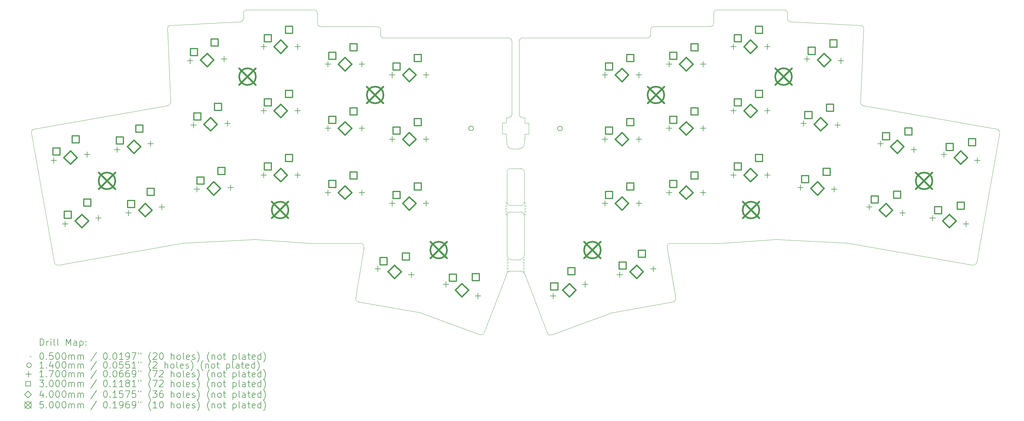
<source format=gbr>
%TF.GenerationSoftware,KiCad,Pcbnew,9.0.7-1.fc43*%
%TF.CreationDate,2026-02-09T10:12:36+11:00*%
%TF.ProjectId,keyboard-split-splay-5x3+2-pinky-cluster,6b657962-6f61-4726-942d-73706c69742d,rev?*%
%TF.SameCoordinates,Original*%
%TF.FileFunction,Drillmap*%
%TF.FilePolarity,Positive*%
%FSLAX45Y45*%
G04 Gerber Fmt 4.5, Leading zero omitted, Abs format (unit mm)*
G04 Created by KiCad (PCBNEW 9.0.7-1.fc43) date 2026-02-09 10:12:36*
%MOMM*%
%LPD*%
G01*
G04 APERTURE LIST*
%ADD10C,0.050000*%
%ADD11C,0.100000*%
%ADD12C,0.200000*%
%ADD13C,0.140000*%
%ADD14C,0.170000*%
%ADD15C,0.300000*%
%ADD16C,0.400000*%
%ADD17C,0.500000*%
G04 APERTURE END LIST*
D10*
X17727772Y-17982151D02*
X17059292Y-16226621D01*
X17045000Y-12310000D02*
X17045000Y-12175000D01*
X13873854Y-17365980D02*
X12075739Y-17049776D01*
X17045000Y-12310000D02*
G75*
G02*
X16895000Y-12460000I-150000J0D01*
G01*
X25014744Y-8654987D02*
G75*
G02*
X24919995Y-8555125I5256J99867D01*
G01*
X20820000Y-9040000D02*
X20820000Y-8900000D01*
X12640000Y-8800000D02*
G75*
G02*
X12740000Y-8900000I0J-100000D01*
G01*
X16932500Y-13055000D02*
G75*
G02*
X17042500Y-13165000I0J-110000D01*
G01*
X6833903Y-15291080D02*
G75*
G02*
X6846183Y-15289681I17467J-98750D01*
G01*
X11994526Y-16934217D02*
X12238532Y-15448472D01*
X16622500Y-14360000D02*
X16942500Y-14360000D01*
X17042500Y-14060000D02*
X17042500Y-13165000D01*
X21320000Y-15415000D02*
X21572643Y-16941485D01*
X17042500Y-15640000D02*
X17042500Y-14460000D01*
X20920000Y-8800000D02*
X22610000Y-8800000D01*
X31181585Y-11872577D02*
G75*
G02*
X31262633Y-11988425I-17435J-98473D01*
G01*
X22710000Y-8700000D02*
X22710000Y-8400000D01*
X8963897Y-15180315D02*
G75*
G02*
X8976096Y-15180430I5163J-99675D01*
G01*
X6365315Y-8869915D02*
G75*
G02*
X6459917Y-8764741I99855J5315D01*
G01*
X12840000Y-9140000D02*
G75*
G02*
X12740000Y-9040000I0J100000D01*
G01*
X16570000Y-11530000D02*
X16500000Y-11530000D01*
X10850000Y-8400000D02*
X10850000Y-8700000D01*
X10673525Y-15300000D02*
G75*
G02*
X10666484Y-15299752I5J100050D01*
G01*
X15839736Y-17974669D02*
G75*
G02*
X15711866Y-18033584I-93656J35049D01*
G01*
X24583904Y-15180430D02*
G75*
G02*
X24596103Y-15180316I7036J-99610D01*
G01*
X19676752Y-17378003D02*
X17855649Y-18041084D01*
X12740000Y-8900000D02*
X12740000Y-9040000D01*
X17060000Y-12175000D02*
X17045000Y-12175000D01*
X13873854Y-17365980D02*
G75*
G02*
X13890748Y-17370503I-17314J-98470D01*
G01*
X16670000Y-12460000D02*
X16895000Y-12460000D01*
X27099982Y-8764736D02*
G75*
G02*
X27194575Y-8870010I-5252J-99854D01*
G01*
X12240000Y-15431402D02*
X12240000Y-15400000D01*
X17855649Y-18041084D02*
G75*
G02*
X17727767Y-17982153I-34219J93964D01*
G01*
X16522625Y-14460000D02*
X16522514Y-15639986D01*
X15711864Y-18033589D02*
X13890748Y-17370503D01*
X8740000Y-8300000D02*
X10750000Y-8300000D01*
X21320000Y-15415000D02*
G75*
G02*
X21420000Y-15298881I100000J15000D01*
G01*
X16990000Y-9140000D02*
X20720000Y-9140000D01*
X16506264Y-16227960D02*
G75*
G02*
X16646948Y-16130007I140676J-52040D01*
G01*
X27194579Y-8870010D02*
X27102915Y-11061093D01*
X16500000Y-12175000D02*
X16520000Y-12175000D01*
X16919111Y-16130000D02*
G75*
G02*
X17059291Y-16226621I-1J-150000D01*
G01*
X6455300Y-11061644D02*
X6365315Y-8869915D01*
X16670000Y-12460000D02*
G75*
G02*
X16520000Y-12310000I0J150000D01*
G01*
X16672514Y-15790000D02*
G75*
G02*
X16522510Y-15639986I-4J150000D01*
G01*
X19676752Y-17378003D02*
G75*
G02*
X19693646Y-17373480I34198J-93927D01*
G01*
X20820000Y-9040000D02*
G75*
G02*
X20720000Y-9140000I-100000J0D01*
G01*
X2378415Y-11872577D02*
X6372874Y-11165424D01*
X12140000Y-15300000D02*
G75*
G02*
X12240000Y-15400000I0J-100000D01*
G01*
X26713817Y-15289681D02*
X24596103Y-15180315D01*
X30461473Y-15952553D02*
X26726096Y-15291080D01*
X16892500Y-15790000D02*
X16672514Y-15790000D01*
X17060000Y-11530000D02*
X16990000Y-11530000D01*
X16919111Y-16130000D02*
X16646948Y-16130000D01*
X21491479Y-17057325D02*
X19693646Y-17373480D01*
X2297369Y-11988425D02*
G75*
G02*
X2378415Y-11872577I98478J17379D01*
G01*
X8640000Y-8400000D02*
G75*
G02*
X8740000Y-8300000I100000J0D01*
G01*
X16632500Y-13055000D02*
X16932500Y-13055000D01*
X22893516Y-15299752D02*
G75*
G02*
X22886475Y-15300000I-7036J99642D01*
G01*
X8640000Y-8555125D02*
G75*
G02*
X8545256Y-8654991I-100010J5D01*
G01*
X12240000Y-15431402D02*
G75*
G02*
X12238532Y-15448472I-100010J2D01*
G01*
X22810000Y-8300000D02*
X24820000Y-8300000D01*
X12840000Y-9140000D02*
X16570000Y-9140000D01*
X24820000Y-8300000D02*
G75*
G02*
X24920000Y-8400000I0J-100000D01*
G01*
X6455300Y-11061644D02*
G75*
G02*
X6372873Y-11165422I-99850J-5316D01*
G01*
X12075739Y-17049776D02*
G75*
G02*
X11994531Y-16934218I17321J98486D01*
G01*
X10750000Y-8300000D02*
G75*
G02*
X10850000Y-8400000I0J-100000D01*
G01*
X10950000Y-8800000D02*
X12640000Y-8800000D01*
X16570000Y-9140000D02*
G75*
G02*
X16670000Y-9240000I0J-100000D01*
G01*
X24920000Y-8400000D02*
X24920000Y-8555125D01*
X16520000Y-12175000D02*
X16520000Y-12310000D01*
X6459917Y-8764741D02*
X8545256Y-8654987D01*
X6833903Y-15291080D02*
X3098526Y-15952553D01*
X30577389Y-15871463D02*
G75*
G02*
X30461474Y-15952550I-98479J17383D01*
G01*
X22710000Y-8700000D02*
G75*
G02*
X22610000Y-8800000I-100000J0D01*
G01*
X25014744Y-8654987D02*
X27099982Y-8764736D01*
X10950000Y-8800000D02*
G75*
G02*
X10850000Y-8700000I0J100000D01*
G01*
X12140000Y-15300000D02*
X10673525Y-15300000D01*
X21572643Y-16941485D02*
G75*
G02*
X21491480Y-17057329I-98483J-17355D01*
G01*
X16670000Y-9240000D02*
X16670000Y-11430000D01*
X16522500Y-13165000D02*
X16522500Y-14060000D01*
X27185336Y-11165108D02*
G75*
G02*
X27102907Y-11061226I17434J98478D01*
G01*
X16622500Y-14160000D02*
X16942500Y-14160000D01*
X16670000Y-11430000D02*
G75*
G02*
X16570000Y-11530000I-100000J0D01*
G01*
X31262631Y-11988425D02*
X30577389Y-15871463D01*
X8640000Y-8555125D02*
X8640000Y-8400000D01*
X16990000Y-11530000D02*
G75*
G02*
X16890000Y-11430000I0J100000D01*
G01*
X10666484Y-15299752D02*
X8976096Y-15180430D01*
X16890000Y-11430000D02*
X16890000Y-9240000D01*
X2982611Y-15871463D02*
X2297369Y-11988425D01*
X27185336Y-11165108D02*
X31181585Y-11872577D01*
X16522500Y-13165000D02*
G75*
G02*
X16632500Y-13055000I110000J0D01*
G01*
X24583904Y-15180430D02*
X22893516Y-15299752D01*
X16506264Y-16227960D02*
X15839736Y-17974669D01*
X3098526Y-15952553D02*
G75*
G02*
X2982616Y-15871462I-17437J98463D01*
G01*
X20820000Y-8900000D02*
G75*
G02*
X20920000Y-8800000I100000J0D01*
G01*
X16890000Y-9240000D02*
G75*
G02*
X16990000Y-9140000I100000J0D01*
G01*
X26713817Y-15289681D02*
G75*
G02*
X26726096Y-15291079I-5147J-99779D01*
G01*
X22710000Y-8400000D02*
G75*
G02*
X22810000Y-8300000I100000J0D01*
G01*
X17042500Y-15640000D02*
G75*
G02*
X16892500Y-15790000I-150000J0D01*
G01*
X22886475Y-15300000D02*
X21420000Y-15298881D01*
X8963897Y-15180315D02*
X6846183Y-15289681D01*
D11*
X16942500Y-14360000D02*
G75*
G02*
X17042500Y-14460000I0J-100000D01*
G01*
X17042500Y-14060000D02*
G75*
G02*
X16942500Y-14160000I-100000J0D01*
G01*
D10*
X17060000Y-11690000D02*
X17060000Y-11530000D01*
X17060000Y-12020000D02*
X17060000Y-12175000D01*
X17180000Y-11690000D02*
X17060000Y-11690000D01*
X17180000Y-11690000D02*
X17180000Y-12020000D01*
X17180000Y-12020000D02*
X17060000Y-12020000D01*
X16380000Y-11685000D02*
X16500000Y-11685000D01*
X16380000Y-12015000D02*
X16380000Y-11685000D01*
X16380000Y-12015000D02*
X16500000Y-12015000D01*
X16500000Y-11685000D02*
X16500000Y-11530000D01*
X16500000Y-12015000D02*
X16500000Y-12175000D01*
D11*
X16522500Y-14460000D02*
G75*
G02*
X16622500Y-14360000I100000J0D01*
G01*
X16622500Y-14160000D02*
G75*
G02*
X16522500Y-14060000I0J100000D01*
G01*
D12*
D11*
X16472500Y-14065000D02*
X16522500Y-14115000D01*
X16522500Y-14065000D02*
X16472500Y-14115000D01*
X16472500Y-14150000D02*
X16522500Y-14200000D01*
X16522500Y-14150000D02*
X16472500Y-14200000D01*
X16472500Y-14235000D02*
X16522500Y-14285000D01*
X16522500Y-14235000D02*
X16472500Y-14285000D01*
X16472500Y-14320000D02*
X16522500Y-14370000D01*
X16522500Y-14320000D02*
X16472500Y-14370000D01*
X16472500Y-14405000D02*
X16522500Y-14455000D01*
X16522500Y-14405000D02*
X16472500Y-14455000D01*
X16517500Y-15765000D02*
X16567500Y-15815000D01*
X16567500Y-15765000D02*
X16517500Y-15815000D01*
X16517500Y-15850000D02*
X16567500Y-15900000D01*
X16567500Y-15850000D02*
X16517500Y-15900000D01*
X16517500Y-15935000D02*
X16567500Y-15985000D01*
X16567500Y-15935000D02*
X16517500Y-15985000D01*
X16517500Y-16020000D02*
X16567500Y-16070000D01*
X16567500Y-16020000D02*
X16517500Y-16070000D01*
X16517500Y-16105000D02*
X16567500Y-16155000D01*
X16567500Y-16105000D02*
X16517500Y-16155000D01*
X16997500Y-15765000D02*
X17047500Y-15815000D01*
X17047500Y-15765000D02*
X16997500Y-15815000D01*
X16997500Y-15850000D02*
X17047500Y-15900000D01*
X17047500Y-15850000D02*
X16997500Y-15900000D01*
X16997500Y-15935000D02*
X17047500Y-15985000D01*
X17047500Y-15935000D02*
X16997500Y-15985000D01*
X16997500Y-16020000D02*
X17047500Y-16070000D01*
X17047500Y-16020000D02*
X16997500Y-16070000D01*
X16997500Y-16105000D02*
X17047500Y-16155000D01*
X17047500Y-16105000D02*
X16997500Y-16155000D01*
X17042500Y-14065000D02*
X17092500Y-14115000D01*
X17092500Y-14065000D02*
X17042500Y-14115000D01*
X17042500Y-14150000D02*
X17092500Y-14200000D01*
X17092500Y-14150000D02*
X17042500Y-14200000D01*
X17042500Y-14235000D02*
X17092500Y-14285000D01*
X17092500Y-14235000D02*
X17042500Y-14285000D01*
X17042500Y-14320000D02*
X17092500Y-14370000D01*
X17092500Y-14320000D02*
X17042500Y-14370000D01*
X17042500Y-14405000D02*
X17092500Y-14455000D01*
X17092500Y-14405000D02*
X17042500Y-14455000D01*
D13*
X15520000Y-11850000D02*
G75*
G02*
X15380000Y-11850000I-70000J0D01*
G01*
X15380000Y-11850000D02*
G75*
G02*
X15520000Y-11850000I70000J0D01*
G01*
X18180000Y-11855000D02*
G75*
G02*
X18040000Y-11855000I-70000J0D01*
G01*
X18040000Y-11855000D02*
G75*
G02*
X18180000Y-11855000I70000J0D01*
G01*
D14*
X2959718Y-12728213D02*
X2959718Y-12898213D01*
X2874718Y-12813213D02*
X3044718Y-12813213D01*
X3299718Y-14628213D02*
X3299718Y-14798213D01*
X3214718Y-14713213D02*
X3384718Y-14713213D01*
X3960282Y-12551787D02*
X3960282Y-12721787D01*
X3875282Y-12636787D02*
X4045282Y-12636787D01*
X4300282Y-14451787D02*
X4300282Y-14621787D01*
X4215282Y-14536787D02*
X4385282Y-14536787D01*
X4859718Y-12403213D02*
X4859718Y-12573213D01*
X4774718Y-12488213D02*
X4944718Y-12488213D01*
X5199718Y-14303213D02*
X5199718Y-14473213D01*
X5114718Y-14388213D02*
X5284718Y-14388213D01*
X5860282Y-12226787D02*
X5860282Y-12396787D01*
X5775282Y-12311787D02*
X5945282Y-12311787D01*
X6200282Y-14126787D02*
X6200282Y-14296787D01*
X6115282Y-14211787D02*
X6285282Y-14211787D01*
X7042696Y-9741587D02*
X7042696Y-9911587D01*
X6957696Y-9826587D02*
X7127696Y-9826587D01*
X7142696Y-11666587D02*
X7142696Y-11836587D01*
X7057696Y-11751587D02*
X7227696Y-11751587D01*
X7242696Y-13591587D02*
X7242696Y-13761587D01*
X7157696Y-13676587D02*
X7327696Y-13676587D01*
X8057304Y-9688413D02*
X8057304Y-9858413D01*
X7972304Y-9773413D02*
X8142304Y-9773413D01*
X8157304Y-11613413D02*
X8157304Y-11783413D01*
X8072304Y-11698413D02*
X8242304Y-11698413D01*
X8257304Y-13538413D02*
X8257304Y-13708413D01*
X8172304Y-13623413D02*
X8342304Y-13623413D01*
X9242000Y-9315000D02*
X9242000Y-9485000D01*
X9157000Y-9400000D02*
X9327000Y-9400000D01*
X9242000Y-11240000D02*
X9242000Y-11410000D01*
X9157000Y-11325000D02*
X9327000Y-11325000D01*
X9242000Y-13165000D02*
X9242000Y-13335000D01*
X9157000Y-13250000D02*
X9327000Y-13250000D01*
X10258000Y-9315000D02*
X10258000Y-9485000D01*
X10173000Y-9400000D02*
X10343000Y-9400000D01*
X10258000Y-11240000D02*
X10258000Y-11410000D01*
X10173000Y-11325000D02*
X10343000Y-11325000D01*
X10258000Y-13165000D02*
X10258000Y-13335000D01*
X10173000Y-13250000D02*
X10343000Y-13250000D01*
X11167000Y-9840000D02*
X11167000Y-10010000D01*
X11082000Y-9925000D02*
X11252000Y-9925000D01*
X11167000Y-11765000D02*
X11167000Y-11935000D01*
X11082000Y-11850000D02*
X11252000Y-11850000D01*
X11167000Y-13690000D02*
X11167000Y-13860000D01*
X11082000Y-13775000D02*
X11252000Y-13775000D01*
X12183000Y-9840000D02*
X12183000Y-10010000D01*
X12098000Y-9925000D02*
X12268000Y-9925000D01*
X12183000Y-11765000D02*
X12183000Y-11935000D01*
X12098000Y-11850000D02*
X12268000Y-11850000D01*
X12183000Y-13690000D02*
X12183000Y-13860000D01*
X12098000Y-13775000D02*
X12268000Y-13775000D01*
X12659718Y-15976787D02*
X12659718Y-16146787D01*
X12574718Y-16061787D02*
X12744718Y-16061787D01*
X13092000Y-10165000D02*
X13092000Y-10335000D01*
X13007000Y-10250000D02*
X13177000Y-10250000D01*
X13092000Y-12090000D02*
X13092000Y-12260000D01*
X13007000Y-12175000D02*
X13177000Y-12175000D01*
X13092000Y-14015000D02*
X13092000Y-14185000D01*
X13007000Y-14100000D02*
X13177000Y-14100000D01*
X13660282Y-16153213D02*
X13660282Y-16323213D01*
X13575282Y-16238213D02*
X13745282Y-16238213D01*
X14108000Y-10165000D02*
X14108000Y-10335000D01*
X14023000Y-10250000D02*
X14193000Y-10250000D01*
X14108000Y-12090000D02*
X14108000Y-12260000D01*
X14023000Y-12175000D02*
X14193000Y-12175000D01*
X14108000Y-14015000D02*
X14108000Y-14185000D01*
X14023000Y-14100000D02*
X14193000Y-14100000D01*
X14697636Y-16441254D02*
X14697636Y-16611254D01*
X14612636Y-16526254D02*
X14782636Y-16526254D01*
X15652364Y-16788746D02*
X15652364Y-16958746D01*
X15567364Y-16873746D02*
X15737364Y-16873746D01*
X17907636Y-16788746D02*
X17907636Y-16958746D01*
X17822636Y-16873746D02*
X17992636Y-16873746D01*
X18862364Y-16441254D02*
X18862364Y-16611254D01*
X18777364Y-16526254D02*
X18947364Y-16526254D01*
X19452000Y-10165000D02*
X19452000Y-10335000D01*
X19367000Y-10250000D02*
X19537000Y-10250000D01*
X19452000Y-12090000D02*
X19452000Y-12260000D01*
X19367000Y-12175000D02*
X19537000Y-12175000D01*
X19452000Y-14015000D02*
X19452000Y-14185000D01*
X19367000Y-14100000D02*
X19537000Y-14100000D01*
X19899718Y-16153213D02*
X19899718Y-16323213D01*
X19814718Y-16238213D02*
X19984718Y-16238213D01*
X20468000Y-10165000D02*
X20468000Y-10335000D01*
X20383000Y-10250000D02*
X20553000Y-10250000D01*
X20468000Y-12090000D02*
X20468000Y-12260000D01*
X20383000Y-12175000D02*
X20553000Y-12175000D01*
X20468000Y-14015000D02*
X20468000Y-14185000D01*
X20383000Y-14100000D02*
X20553000Y-14100000D01*
X20900282Y-15976787D02*
X20900282Y-16146787D01*
X20815282Y-16061787D02*
X20985282Y-16061787D01*
X21377000Y-9840000D02*
X21377000Y-10010000D01*
X21292000Y-9925000D02*
X21462000Y-9925000D01*
X21377000Y-11765000D02*
X21377000Y-11935000D01*
X21292000Y-11850000D02*
X21462000Y-11850000D01*
X21377000Y-13690000D02*
X21377000Y-13860000D01*
X21292000Y-13775000D02*
X21462000Y-13775000D01*
X22393000Y-9840000D02*
X22393000Y-10010000D01*
X22308000Y-9925000D02*
X22478000Y-9925000D01*
X22393000Y-11765000D02*
X22393000Y-11935000D01*
X22308000Y-11850000D02*
X22478000Y-11850000D01*
X22393000Y-13690000D02*
X22393000Y-13860000D01*
X22308000Y-13775000D02*
X22478000Y-13775000D01*
X23302000Y-9315000D02*
X23302000Y-9485000D01*
X23217000Y-9400000D02*
X23387000Y-9400000D01*
X23302000Y-11240000D02*
X23302000Y-11410000D01*
X23217000Y-11325000D02*
X23387000Y-11325000D01*
X23302000Y-13165000D02*
X23302000Y-13335000D01*
X23217000Y-13250000D02*
X23387000Y-13250000D01*
X24318000Y-9315000D02*
X24318000Y-9485000D01*
X24233000Y-9400000D02*
X24403000Y-9400000D01*
X24318000Y-11240000D02*
X24318000Y-11410000D01*
X24233000Y-11325000D02*
X24403000Y-11325000D01*
X24318000Y-13165000D02*
X24318000Y-13335000D01*
X24233000Y-13250000D02*
X24403000Y-13250000D01*
X25302696Y-13538413D02*
X25302696Y-13708413D01*
X25217696Y-13623413D02*
X25387696Y-13623413D01*
X25402696Y-11613413D02*
X25402696Y-11783413D01*
X25317696Y-11698413D02*
X25487696Y-11698413D01*
X25502696Y-9688413D02*
X25502696Y-9858413D01*
X25417696Y-9773413D02*
X25587696Y-9773413D01*
X26317304Y-13591587D02*
X26317304Y-13761587D01*
X26232304Y-13676587D02*
X26402304Y-13676587D01*
X26417304Y-11666587D02*
X26417304Y-11836587D01*
X26332304Y-11751587D02*
X26502304Y-11751587D01*
X26517304Y-9741587D02*
X26517304Y-9911587D01*
X26432304Y-9826587D02*
X26602304Y-9826587D01*
X27359718Y-14126787D02*
X27359718Y-14296787D01*
X27274718Y-14211787D02*
X27444718Y-14211787D01*
X27699718Y-12226787D02*
X27699718Y-12396787D01*
X27614718Y-12311787D02*
X27784718Y-12311787D01*
X28360282Y-14303213D02*
X28360282Y-14473213D01*
X28275282Y-14388213D02*
X28445282Y-14388213D01*
X28700282Y-12403213D02*
X28700282Y-12573213D01*
X28615282Y-12488213D02*
X28785282Y-12488213D01*
X29259718Y-14451787D02*
X29259718Y-14621787D01*
X29174718Y-14536787D02*
X29344718Y-14536787D01*
X29599718Y-12551787D02*
X29599718Y-12721787D01*
X29514718Y-12636787D02*
X29684718Y-12636787D01*
X30260282Y-14628213D02*
X30260282Y-14798213D01*
X30175282Y-14713213D02*
X30345282Y-14713213D01*
X30600282Y-12728213D02*
X30600282Y-12898213D01*
X30515282Y-12813213D02*
X30685282Y-12813213D01*
D15*
X3146749Y-12647086D02*
X3146749Y-12434952D01*
X2934615Y-12434952D01*
X2934615Y-12647086D01*
X3146749Y-12647086D01*
X3486749Y-14547086D02*
X3486749Y-14334952D01*
X3274615Y-14334952D01*
X3274615Y-14547086D01*
X3486749Y-14547086D01*
X3727995Y-12286678D02*
X3727995Y-12074544D01*
X3515861Y-12074544D01*
X3515861Y-12286678D01*
X3727995Y-12286678D01*
X4067995Y-14186678D02*
X4067995Y-13974544D01*
X3855861Y-13974544D01*
X3855861Y-14186678D01*
X4067995Y-14186678D01*
X5046749Y-12322086D02*
X5046749Y-12109952D01*
X4834615Y-12109952D01*
X4834615Y-12322086D01*
X5046749Y-12322086D01*
X5386749Y-14222086D02*
X5386749Y-14009952D01*
X5174615Y-14009952D01*
X5174615Y-14222086D01*
X5386749Y-14222086D01*
X5627995Y-11961678D02*
X5627995Y-11749544D01*
X5415861Y-11749544D01*
X5415861Y-11961678D01*
X5627995Y-11961678D01*
X5967995Y-13861678D02*
X5967995Y-13649544D01*
X5755861Y-13649544D01*
X5755861Y-13861678D01*
X5967995Y-13861678D01*
X7262296Y-9672355D02*
X7262296Y-9460221D01*
X7050162Y-9460221D01*
X7050162Y-9672355D01*
X7262296Y-9672355D01*
X7362296Y-11597355D02*
X7362296Y-11385221D01*
X7150162Y-11385221D01*
X7150162Y-11597355D01*
X7362296Y-11597355D01*
X7462296Y-13522355D02*
X7462296Y-13310221D01*
X7250162Y-13310221D01*
X7250162Y-13522355D01*
X7462296Y-13522355D01*
X7883132Y-9385470D02*
X7883132Y-9173336D01*
X7670998Y-9173336D01*
X7670998Y-9385470D01*
X7883132Y-9385470D01*
X7983132Y-11310470D02*
X7983132Y-11098336D01*
X7770998Y-11098336D01*
X7770998Y-11310470D01*
X7983132Y-11310470D01*
X8083132Y-13235470D02*
X8083132Y-13023336D01*
X7870998Y-13023336D01*
X7870998Y-13235470D01*
X8083132Y-13235470D01*
X9475067Y-9252067D02*
X9475067Y-9039933D01*
X9262933Y-9039933D01*
X9262933Y-9252067D01*
X9475067Y-9252067D01*
X9475067Y-11177067D02*
X9475067Y-10964933D01*
X9262933Y-10964933D01*
X9262933Y-11177067D01*
X9475067Y-11177067D01*
X9475067Y-13102067D02*
X9475067Y-12889933D01*
X9262933Y-12889933D01*
X9262933Y-13102067D01*
X9475067Y-13102067D01*
X10110067Y-8998067D02*
X10110067Y-8785933D01*
X9897933Y-8785933D01*
X9897933Y-8998067D01*
X10110067Y-8998067D01*
X10110067Y-10923067D02*
X10110067Y-10710933D01*
X9897933Y-10710933D01*
X9897933Y-10923067D01*
X10110067Y-10923067D01*
X10110067Y-12848067D02*
X10110067Y-12635933D01*
X9897933Y-12635933D01*
X9897933Y-12848067D01*
X10110067Y-12848067D01*
X11400067Y-9777067D02*
X11400067Y-9564933D01*
X11187933Y-9564933D01*
X11187933Y-9777067D01*
X11400067Y-9777067D01*
X11400067Y-11702067D02*
X11400067Y-11489933D01*
X11187933Y-11489933D01*
X11187933Y-11702067D01*
X11400067Y-11702067D01*
X11400067Y-13627067D02*
X11400067Y-13414933D01*
X11187933Y-13414933D01*
X11187933Y-13627067D01*
X11400067Y-13627067D01*
X12035067Y-9523067D02*
X12035067Y-9310933D01*
X11822933Y-9310933D01*
X11822933Y-9523067D01*
X12035067Y-9523067D01*
X12035067Y-11448067D02*
X12035067Y-11235933D01*
X11822933Y-11235933D01*
X11822933Y-11448067D01*
X12035067Y-11448067D01*
X12035067Y-13373067D02*
X12035067Y-13160933D01*
X11822933Y-13160933D01*
X11822933Y-13373067D01*
X12035067Y-13373067D01*
X12934962Y-15939766D02*
X12934962Y-15727632D01*
X12722828Y-15727632D01*
X12722828Y-15939766D01*
X12934962Y-15939766D01*
X13325067Y-10102067D02*
X13325067Y-9889933D01*
X13112933Y-9889933D01*
X13112933Y-10102067D01*
X13325067Y-10102067D01*
X13325067Y-12027067D02*
X13325067Y-11814933D01*
X13112933Y-11814933D01*
X13112933Y-12027067D01*
X13325067Y-12027067D01*
X13325067Y-13952067D02*
X13325067Y-13739933D01*
X13112933Y-13739933D01*
X13112933Y-13952067D01*
X13325067Y-13952067D01*
X13604421Y-15799891D02*
X13604421Y-15587757D01*
X13392287Y-15587757D01*
X13392287Y-15799891D01*
X13604421Y-15799891D01*
X13960067Y-9848067D02*
X13960067Y-9635933D01*
X13747933Y-9635933D01*
X13747933Y-9848067D01*
X13960067Y-9848067D01*
X13960067Y-11773067D02*
X13960067Y-11560933D01*
X13747933Y-11560933D01*
X13747933Y-11773067D01*
X13960067Y-11773067D01*
X13960067Y-13698067D02*
X13960067Y-13485933D01*
X13747933Y-13485933D01*
X13747933Y-13698067D01*
X13960067Y-13698067D01*
X15009917Y-16437075D02*
X15009917Y-16224941D01*
X14797783Y-16224941D01*
X14797783Y-16437075D01*
X15009917Y-16437075D01*
X15693495Y-16415576D02*
X15693495Y-16203442D01*
X15481361Y-16203442D01*
X15481361Y-16415576D01*
X15693495Y-16415576D01*
X18046171Y-16697695D02*
X18046171Y-16485561D01*
X17834037Y-16485561D01*
X17834037Y-16697695D01*
X18046171Y-16697695D01*
X18556003Y-16241830D02*
X18556003Y-16029696D01*
X18343869Y-16029696D01*
X18343869Y-16241830D01*
X18556003Y-16241830D01*
X19685067Y-10102067D02*
X19685067Y-9889933D01*
X19472933Y-9889933D01*
X19472933Y-10102067D01*
X19685067Y-10102067D01*
X19685067Y-12027067D02*
X19685067Y-11814933D01*
X19472933Y-11814933D01*
X19472933Y-12027067D01*
X19685067Y-12027067D01*
X19685067Y-13952067D02*
X19685067Y-13739933D01*
X19472933Y-13739933D01*
X19472933Y-13952067D01*
X19685067Y-13952067D01*
X20086749Y-16072086D02*
X20086749Y-15859952D01*
X19874615Y-15859952D01*
X19874615Y-16072086D01*
X20086749Y-16072086D01*
X20320067Y-9848067D02*
X20320067Y-9635933D01*
X20107933Y-9635933D01*
X20107933Y-9848067D01*
X20320067Y-9848067D01*
X20320067Y-11773067D02*
X20320067Y-11560933D01*
X20107933Y-11560933D01*
X20107933Y-11773067D01*
X20320067Y-11773067D01*
X20320067Y-13698067D02*
X20320067Y-13485933D01*
X20107933Y-13485933D01*
X20107933Y-13698067D01*
X20320067Y-13698067D01*
X20667995Y-15711678D02*
X20667995Y-15499544D01*
X20455861Y-15499544D01*
X20455861Y-15711678D01*
X20667995Y-15711678D01*
X21610067Y-9777067D02*
X21610067Y-9564933D01*
X21397933Y-9564933D01*
X21397933Y-9777067D01*
X21610067Y-9777067D01*
X21610067Y-11702067D02*
X21610067Y-11489933D01*
X21397933Y-11489933D01*
X21397933Y-11702067D01*
X21610067Y-11702067D01*
X21610067Y-13627067D02*
X21610067Y-13414933D01*
X21397933Y-13414933D01*
X21397933Y-13627067D01*
X21610067Y-13627067D01*
X22245067Y-9523067D02*
X22245067Y-9310933D01*
X22032933Y-9310933D01*
X22032933Y-9523067D01*
X22245067Y-9523067D01*
X22245067Y-11448067D02*
X22245067Y-11235933D01*
X22032933Y-11235933D01*
X22032933Y-11448067D01*
X22245067Y-11448067D01*
X22245067Y-13373067D02*
X22245067Y-13160933D01*
X22032933Y-13160933D01*
X22032933Y-13373067D01*
X22245067Y-13373067D01*
X23535067Y-9252067D02*
X23535067Y-9039933D01*
X23322933Y-9039933D01*
X23322933Y-9252067D01*
X23535067Y-9252067D01*
X23535067Y-11177067D02*
X23535067Y-10964933D01*
X23322933Y-10964933D01*
X23322933Y-11177067D01*
X23535067Y-11177067D01*
X23535067Y-13102067D02*
X23535067Y-12889933D01*
X23322933Y-12889933D01*
X23322933Y-13102067D01*
X23535067Y-13102067D01*
X24170067Y-8998067D02*
X24170067Y-8785933D01*
X23957933Y-8785933D01*
X23957933Y-8998067D01*
X24170067Y-8998067D01*
X24170067Y-10923067D02*
X24170067Y-10710933D01*
X23957933Y-10710933D01*
X23957933Y-10923067D01*
X24170067Y-10923067D01*
X24170067Y-12848067D02*
X24170067Y-12635933D01*
X23957933Y-12635933D01*
X23957933Y-12848067D01*
X24170067Y-12848067D01*
X25548882Y-13482475D02*
X25548882Y-13270341D01*
X25336748Y-13270341D01*
X25336748Y-13482475D01*
X25548882Y-13482475D01*
X25648882Y-11557475D02*
X25648882Y-11345341D01*
X25436748Y-11345341D01*
X25436748Y-11557475D01*
X25648882Y-11557475D01*
X25748882Y-9632475D02*
X25748882Y-9420341D01*
X25536748Y-9420341D01*
X25536748Y-9632475D01*
X25748882Y-9632475D01*
X26196306Y-13262056D02*
X26196306Y-13049922D01*
X25984172Y-13049922D01*
X25984172Y-13262056D01*
X26196306Y-13262056D01*
X26296306Y-11337056D02*
X26296306Y-11124923D01*
X26084172Y-11124923D01*
X26084172Y-11337056D01*
X26296306Y-11337056D01*
X26396306Y-9412057D02*
X26396306Y-9199923D01*
X26184172Y-9199923D01*
X26184172Y-9412057D01*
X26396306Y-9412057D01*
X27634962Y-14089766D02*
X27634962Y-13877632D01*
X27422828Y-13877632D01*
X27422828Y-14089766D01*
X27634962Y-14089766D01*
X27974962Y-12189766D02*
X27974962Y-11977632D01*
X27762828Y-11977632D01*
X27762828Y-12189766D01*
X27974962Y-12189766D01*
X28304421Y-13949891D02*
X28304421Y-13737757D01*
X28092287Y-13737757D01*
X28092287Y-13949891D01*
X28304421Y-13949891D01*
X28644421Y-12049891D02*
X28644421Y-11837757D01*
X28432287Y-11837757D01*
X28432287Y-12049891D01*
X28644421Y-12049891D01*
X29534962Y-14414766D02*
X29534962Y-14202632D01*
X29322828Y-14202632D01*
X29322828Y-14414766D01*
X29534962Y-14414766D01*
X29874962Y-12514766D02*
X29874962Y-12302632D01*
X29662828Y-12302632D01*
X29662828Y-12514766D01*
X29874962Y-12514766D01*
X30204421Y-14274891D02*
X30204421Y-14062757D01*
X29992287Y-14062757D01*
X29992287Y-14274891D01*
X30204421Y-14274891D01*
X30544421Y-12374891D02*
X30544421Y-12162757D01*
X30332287Y-12162757D01*
X30332287Y-12374891D01*
X30544421Y-12374891D01*
D16*
X3460000Y-12925000D02*
X3660000Y-12725000D01*
X3460000Y-12525000D01*
X3260000Y-12725000D01*
X3460000Y-12925000D01*
X3800000Y-14825000D02*
X4000000Y-14625000D01*
X3800000Y-14425000D01*
X3600000Y-14625000D01*
X3800000Y-14825000D01*
X5360000Y-12600000D02*
X5560000Y-12400000D01*
X5360000Y-12200000D01*
X5160000Y-12400000D01*
X5360000Y-12600000D01*
X5700000Y-14500000D02*
X5900000Y-14300000D01*
X5700000Y-14100000D01*
X5500000Y-14300000D01*
X5700000Y-14500000D01*
X7550000Y-10000000D02*
X7750000Y-9800000D01*
X7550000Y-9600000D01*
X7350000Y-9800000D01*
X7550000Y-10000000D01*
X7650000Y-11925000D02*
X7850000Y-11725000D01*
X7650000Y-11525000D01*
X7450000Y-11725000D01*
X7650000Y-11925000D01*
X7750000Y-13850000D02*
X7950000Y-13650000D01*
X7750000Y-13450000D01*
X7550000Y-13650000D01*
X7750000Y-13850000D01*
X9750000Y-9600000D02*
X9950000Y-9400000D01*
X9750000Y-9200000D01*
X9550000Y-9400000D01*
X9750000Y-9600000D01*
X9750000Y-11525000D02*
X9950000Y-11325000D01*
X9750000Y-11125000D01*
X9550000Y-11325000D01*
X9750000Y-11525000D01*
X9750000Y-13450000D02*
X9950000Y-13250000D01*
X9750000Y-13050000D01*
X9550000Y-13250000D01*
X9750000Y-13450000D01*
X11675000Y-10125000D02*
X11875000Y-9925000D01*
X11675000Y-9725000D01*
X11475000Y-9925000D01*
X11675000Y-10125000D01*
X11675000Y-12050000D02*
X11875000Y-11850000D01*
X11675000Y-11650000D01*
X11475000Y-11850000D01*
X11675000Y-12050000D01*
X11675000Y-13975000D02*
X11875000Y-13775000D01*
X11675000Y-13575000D01*
X11475000Y-13775000D01*
X11675000Y-13975000D01*
X13160000Y-16350000D02*
X13360000Y-16150000D01*
X13160000Y-15950000D01*
X12960000Y-16150000D01*
X13160000Y-16350000D01*
X13600000Y-10450000D02*
X13800000Y-10250000D01*
X13600000Y-10050000D01*
X13400000Y-10250000D01*
X13600000Y-10450000D01*
X13600000Y-12375000D02*
X13800000Y-12175000D01*
X13600000Y-11975000D01*
X13400000Y-12175000D01*
X13600000Y-12375000D01*
X13600000Y-14300000D02*
X13800000Y-14100000D01*
X13600000Y-13900000D01*
X13400000Y-14100000D01*
X13600000Y-14300000D01*
X15175000Y-16900000D02*
X15375000Y-16700000D01*
X15175000Y-16500000D01*
X14975000Y-16700000D01*
X15175000Y-16900000D01*
X18385000Y-16900000D02*
X18585000Y-16700000D01*
X18385000Y-16500000D01*
X18185000Y-16700000D01*
X18385000Y-16900000D01*
X19960000Y-10450000D02*
X20160000Y-10250000D01*
X19960000Y-10050000D01*
X19760000Y-10250000D01*
X19960000Y-10450000D01*
X19960000Y-12375000D02*
X20160000Y-12175000D01*
X19960000Y-11975000D01*
X19760000Y-12175000D01*
X19960000Y-12375000D01*
X19960000Y-14300000D02*
X20160000Y-14100000D01*
X19960000Y-13900000D01*
X19760000Y-14100000D01*
X19960000Y-14300000D01*
X20400000Y-16350000D02*
X20600000Y-16150000D01*
X20400000Y-15950000D01*
X20200000Y-16150000D01*
X20400000Y-16350000D01*
X21885000Y-10125000D02*
X22085000Y-9925000D01*
X21885000Y-9725000D01*
X21685000Y-9925000D01*
X21885000Y-10125000D01*
X21885000Y-12050000D02*
X22085000Y-11850000D01*
X21885000Y-11650000D01*
X21685000Y-11850000D01*
X21885000Y-12050000D01*
X21885000Y-13975000D02*
X22085000Y-13775000D01*
X21885000Y-13575000D01*
X21685000Y-13775000D01*
X21885000Y-13975000D01*
X23810000Y-9600000D02*
X24010000Y-9400000D01*
X23810000Y-9200000D01*
X23610000Y-9400000D01*
X23810000Y-9600000D01*
X23810000Y-11525000D02*
X24010000Y-11325000D01*
X23810000Y-11125000D01*
X23610000Y-11325000D01*
X23810000Y-11525000D01*
X23810000Y-13450000D02*
X24010000Y-13250000D01*
X23810000Y-13050000D01*
X23610000Y-13250000D01*
X23810000Y-13450000D01*
X25810000Y-13850000D02*
X26010000Y-13650000D01*
X25810000Y-13450000D01*
X25610000Y-13650000D01*
X25810000Y-13850000D01*
X25910000Y-11925000D02*
X26110000Y-11725000D01*
X25910000Y-11525000D01*
X25710000Y-11725000D01*
X25910000Y-11925000D01*
X26010000Y-10000000D02*
X26210000Y-9800000D01*
X26010000Y-9600000D01*
X25810000Y-9800000D01*
X26010000Y-10000000D01*
X27860000Y-14500000D02*
X28060000Y-14300000D01*
X27860000Y-14100000D01*
X27660000Y-14300000D01*
X27860000Y-14500000D01*
X28200000Y-12600000D02*
X28400000Y-12400000D01*
X28200000Y-12200000D01*
X28000000Y-12400000D01*
X28200000Y-12600000D01*
X29760000Y-14825000D02*
X29960000Y-14625000D01*
X29760000Y-14425000D01*
X29560000Y-14625000D01*
X29760000Y-14825000D01*
X30100000Y-12925000D02*
X30300000Y-12725000D01*
X30100000Y-12525000D01*
X29900000Y-12725000D01*
X30100000Y-12925000D01*
D17*
X4305000Y-13175000D02*
X4805000Y-13675000D01*
X4805000Y-13175000D02*
X4305000Y-13675000D01*
X4805000Y-13425000D02*
G75*
G02*
X4305000Y-13425000I-250000J0D01*
G01*
X4305000Y-13425000D02*
G75*
G02*
X4805000Y-13425000I250000J0D01*
G01*
X8510000Y-10050000D02*
X9010000Y-10550000D01*
X9010000Y-10050000D02*
X8510000Y-10550000D01*
X9010000Y-10300000D02*
G75*
G02*
X8510000Y-10300000I-250000J0D01*
G01*
X8510000Y-10300000D02*
G75*
G02*
X9010000Y-10300000I250000J0D01*
G01*
X9485000Y-14050000D02*
X9985000Y-14550000D01*
X9985000Y-14050000D02*
X9485000Y-14550000D01*
X9985000Y-14300000D02*
G75*
G02*
X9485000Y-14300000I-250000J0D01*
G01*
X9485000Y-14300000D02*
G75*
G02*
X9985000Y-14300000I250000J0D01*
G01*
X12330000Y-10600000D02*
X12830000Y-11100000D01*
X12830000Y-10600000D02*
X12330000Y-11100000D01*
X12830000Y-10850000D02*
G75*
G02*
X12330000Y-10850000I-250000J0D01*
G01*
X12330000Y-10850000D02*
G75*
G02*
X12830000Y-10850000I250000J0D01*
G01*
X14230000Y-15250000D02*
X14730000Y-15750000D01*
X14730000Y-15250000D02*
X14230000Y-15750000D01*
X14730000Y-15500000D02*
G75*
G02*
X14230000Y-15500000I-250000J0D01*
G01*
X14230000Y-15500000D02*
G75*
G02*
X14730000Y-15500000I250000J0D01*
G01*
X18830000Y-15250000D02*
X19330000Y-15750000D01*
X19330000Y-15250000D02*
X18830000Y-15750000D01*
X19330000Y-15500000D02*
G75*
G02*
X18830000Y-15500000I-250000J0D01*
G01*
X18830000Y-15500000D02*
G75*
G02*
X19330000Y-15500000I250000J0D01*
G01*
X20730000Y-10600000D02*
X21230000Y-11100000D01*
X21230000Y-10600000D02*
X20730000Y-11100000D01*
X21230000Y-10850000D02*
G75*
G02*
X20730000Y-10850000I-250000J0D01*
G01*
X20730000Y-10850000D02*
G75*
G02*
X21230000Y-10850000I250000J0D01*
G01*
X23575000Y-14050000D02*
X24075000Y-14550000D01*
X24075000Y-14050000D02*
X23575000Y-14550000D01*
X24075000Y-14300000D02*
G75*
G02*
X23575000Y-14300000I-250000J0D01*
G01*
X23575000Y-14300000D02*
G75*
G02*
X24075000Y-14300000I250000J0D01*
G01*
X24550000Y-10050000D02*
X25050000Y-10550000D01*
X25050000Y-10050000D02*
X24550000Y-10550000D01*
X25050000Y-10300000D02*
G75*
G02*
X24550000Y-10300000I-250000J0D01*
G01*
X24550000Y-10300000D02*
G75*
G02*
X25050000Y-10300000I250000J0D01*
G01*
X28755000Y-13175000D02*
X29255000Y-13675000D01*
X29255000Y-13175000D02*
X28755000Y-13675000D01*
X29255000Y-13425000D02*
G75*
G02*
X28755000Y-13425000I-250000J0D01*
G01*
X28755000Y-13425000D02*
G75*
G02*
X29255000Y-13425000I250000J0D01*
G01*
D12*
X2554124Y-18361104D02*
X2554124Y-18161104D01*
X2554124Y-18161104D02*
X2601743Y-18161104D01*
X2601743Y-18161104D02*
X2630315Y-18170628D01*
X2630315Y-18170628D02*
X2649362Y-18189676D01*
X2649362Y-18189676D02*
X2658886Y-18208723D01*
X2658886Y-18208723D02*
X2668410Y-18246819D01*
X2668410Y-18246819D02*
X2668410Y-18275390D01*
X2668410Y-18275390D02*
X2658886Y-18313485D01*
X2658886Y-18313485D02*
X2649362Y-18332533D01*
X2649362Y-18332533D02*
X2630315Y-18351581D01*
X2630315Y-18351581D02*
X2601743Y-18361104D01*
X2601743Y-18361104D02*
X2554124Y-18361104D01*
X2754124Y-18361104D02*
X2754124Y-18227771D01*
X2754124Y-18265866D02*
X2763648Y-18246819D01*
X2763648Y-18246819D02*
X2773172Y-18237295D01*
X2773172Y-18237295D02*
X2792219Y-18227771D01*
X2792219Y-18227771D02*
X2811267Y-18227771D01*
X2877934Y-18361104D02*
X2877934Y-18227771D01*
X2877934Y-18161104D02*
X2868410Y-18170628D01*
X2868410Y-18170628D02*
X2877934Y-18180152D01*
X2877934Y-18180152D02*
X2887457Y-18170628D01*
X2887457Y-18170628D02*
X2877934Y-18161104D01*
X2877934Y-18161104D02*
X2877934Y-18180152D01*
X3001743Y-18361104D02*
X2982696Y-18351581D01*
X2982696Y-18351581D02*
X2973172Y-18332533D01*
X2973172Y-18332533D02*
X2973172Y-18161104D01*
X3106505Y-18361104D02*
X3087457Y-18351581D01*
X3087457Y-18351581D02*
X3077934Y-18332533D01*
X3077934Y-18332533D02*
X3077934Y-18161104D01*
X3335077Y-18361104D02*
X3335077Y-18161104D01*
X3335077Y-18161104D02*
X3401743Y-18303961D01*
X3401743Y-18303961D02*
X3468410Y-18161104D01*
X3468410Y-18161104D02*
X3468410Y-18361104D01*
X3649362Y-18361104D02*
X3649362Y-18256342D01*
X3649362Y-18256342D02*
X3639838Y-18237295D01*
X3639838Y-18237295D02*
X3620791Y-18227771D01*
X3620791Y-18227771D02*
X3582696Y-18227771D01*
X3582696Y-18227771D02*
X3563648Y-18237295D01*
X3649362Y-18351581D02*
X3630315Y-18361104D01*
X3630315Y-18361104D02*
X3582696Y-18361104D01*
X3582696Y-18361104D02*
X3563648Y-18351581D01*
X3563648Y-18351581D02*
X3554124Y-18332533D01*
X3554124Y-18332533D02*
X3554124Y-18313485D01*
X3554124Y-18313485D02*
X3563648Y-18294438D01*
X3563648Y-18294438D02*
X3582696Y-18284914D01*
X3582696Y-18284914D02*
X3630315Y-18284914D01*
X3630315Y-18284914D02*
X3649362Y-18275390D01*
X3744600Y-18227771D02*
X3744600Y-18427771D01*
X3744600Y-18237295D02*
X3763648Y-18227771D01*
X3763648Y-18227771D02*
X3801743Y-18227771D01*
X3801743Y-18227771D02*
X3820791Y-18237295D01*
X3820791Y-18237295D02*
X3830315Y-18246819D01*
X3830315Y-18246819D02*
X3839838Y-18265866D01*
X3839838Y-18265866D02*
X3839838Y-18323009D01*
X3839838Y-18323009D02*
X3830315Y-18342057D01*
X3830315Y-18342057D02*
X3820791Y-18351581D01*
X3820791Y-18351581D02*
X3801743Y-18361104D01*
X3801743Y-18361104D02*
X3763648Y-18361104D01*
X3763648Y-18361104D02*
X3744600Y-18351581D01*
X3925553Y-18342057D02*
X3935077Y-18351581D01*
X3935077Y-18351581D02*
X3925553Y-18361104D01*
X3925553Y-18361104D02*
X3916029Y-18351581D01*
X3916029Y-18351581D02*
X3925553Y-18342057D01*
X3925553Y-18342057D02*
X3925553Y-18361104D01*
X3925553Y-18237295D02*
X3935077Y-18246819D01*
X3935077Y-18246819D02*
X3925553Y-18256342D01*
X3925553Y-18256342D02*
X3916029Y-18246819D01*
X3916029Y-18246819D02*
X3925553Y-18237295D01*
X3925553Y-18237295D02*
X3925553Y-18256342D01*
D11*
X2243347Y-18664621D02*
X2293347Y-18714621D01*
X2293347Y-18664621D02*
X2243347Y-18714621D01*
D12*
X2592219Y-18581104D02*
X2611267Y-18581104D01*
X2611267Y-18581104D02*
X2630315Y-18590628D01*
X2630315Y-18590628D02*
X2639839Y-18600152D01*
X2639839Y-18600152D02*
X2649362Y-18619200D01*
X2649362Y-18619200D02*
X2658886Y-18657295D01*
X2658886Y-18657295D02*
X2658886Y-18704914D01*
X2658886Y-18704914D02*
X2649362Y-18743009D01*
X2649362Y-18743009D02*
X2639839Y-18762057D01*
X2639839Y-18762057D02*
X2630315Y-18771581D01*
X2630315Y-18771581D02*
X2611267Y-18781104D01*
X2611267Y-18781104D02*
X2592219Y-18781104D01*
X2592219Y-18781104D02*
X2573172Y-18771581D01*
X2573172Y-18771581D02*
X2563648Y-18762057D01*
X2563648Y-18762057D02*
X2554124Y-18743009D01*
X2554124Y-18743009D02*
X2544600Y-18704914D01*
X2544600Y-18704914D02*
X2544600Y-18657295D01*
X2544600Y-18657295D02*
X2554124Y-18619200D01*
X2554124Y-18619200D02*
X2563648Y-18600152D01*
X2563648Y-18600152D02*
X2573172Y-18590628D01*
X2573172Y-18590628D02*
X2592219Y-18581104D01*
X2744600Y-18762057D02*
X2754124Y-18771581D01*
X2754124Y-18771581D02*
X2744600Y-18781104D01*
X2744600Y-18781104D02*
X2735077Y-18771581D01*
X2735077Y-18771581D02*
X2744600Y-18762057D01*
X2744600Y-18762057D02*
X2744600Y-18781104D01*
X2935077Y-18581104D02*
X2839838Y-18581104D01*
X2839838Y-18581104D02*
X2830315Y-18676342D01*
X2830315Y-18676342D02*
X2839838Y-18666819D01*
X2839838Y-18666819D02*
X2858886Y-18657295D01*
X2858886Y-18657295D02*
X2906505Y-18657295D01*
X2906505Y-18657295D02*
X2925553Y-18666819D01*
X2925553Y-18666819D02*
X2935077Y-18676342D01*
X2935077Y-18676342D02*
X2944600Y-18695390D01*
X2944600Y-18695390D02*
X2944600Y-18743009D01*
X2944600Y-18743009D02*
X2935077Y-18762057D01*
X2935077Y-18762057D02*
X2925553Y-18771581D01*
X2925553Y-18771581D02*
X2906505Y-18781104D01*
X2906505Y-18781104D02*
X2858886Y-18781104D01*
X2858886Y-18781104D02*
X2839838Y-18771581D01*
X2839838Y-18771581D02*
X2830315Y-18762057D01*
X3068410Y-18581104D02*
X3087458Y-18581104D01*
X3087458Y-18581104D02*
X3106505Y-18590628D01*
X3106505Y-18590628D02*
X3116029Y-18600152D01*
X3116029Y-18600152D02*
X3125553Y-18619200D01*
X3125553Y-18619200D02*
X3135077Y-18657295D01*
X3135077Y-18657295D02*
X3135077Y-18704914D01*
X3135077Y-18704914D02*
X3125553Y-18743009D01*
X3125553Y-18743009D02*
X3116029Y-18762057D01*
X3116029Y-18762057D02*
X3106505Y-18771581D01*
X3106505Y-18771581D02*
X3087458Y-18781104D01*
X3087458Y-18781104D02*
X3068410Y-18781104D01*
X3068410Y-18781104D02*
X3049362Y-18771581D01*
X3049362Y-18771581D02*
X3039838Y-18762057D01*
X3039838Y-18762057D02*
X3030315Y-18743009D01*
X3030315Y-18743009D02*
X3020791Y-18704914D01*
X3020791Y-18704914D02*
X3020791Y-18657295D01*
X3020791Y-18657295D02*
X3030315Y-18619200D01*
X3030315Y-18619200D02*
X3039838Y-18600152D01*
X3039838Y-18600152D02*
X3049362Y-18590628D01*
X3049362Y-18590628D02*
X3068410Y-18581104D01*
X3258886Y-18581104D02*
X3277934Y-18581104D01*
X3277934Y-18581104D02*
X3296981Y-18590628D01*
X3296981Y-18590628D02*
X3306505Y-18600152D01*
X3306505Y-18600152D02*
X3316029Y-18619200D01*
X3316029Y-18619200D02*
X3325553Y-18657295D01*
X3325553Y-18657295D02*
X3325553Y-18704914D01*
X3325553Y-18704914D02*
X3316029Y-18743009D01*
X3316029Y-18743009D02*
X3306505Y-18762057D01*
X3306505Y-18762057D02*
X3296981Y-18771581D01*
X3296981Y-18771581D02*
X3277934Y-18781104D01*
X3277934Y-18781104D02*
X3258886Y-18781104D01*
X3258886Y-18781104D02*
X3239838Y-18771581D01*
X3239838Y-18771581D02*
X3230315Y-18762057D01*
X3230315Y-18762057D02*
X3220791Y-18743009D01*
X3220791Y-18743009D02*
X3211267Y-18704914D01*
X3211267Y-18704914D02*
X3211267Y-18657295D01*
X3211267Y-18657295D02*
X3220791Y-18619200D01*
X3220791Y-18619200D02*
X3230315Y-18600152D01*
X3230315Y-18600152D02*
X3239838Y-18590628D01*
X3239838Y-18590628D02*
X3258886Y-18581104D01*
X3411267Y-18781104D02*
X3411267Y-18647771D01*
X3411267Y-18666819D02*
X3420791Y-18657295D01*
X3420791Y-18657295D02*
X3439838Y-18647771D01*
X3439838Y-18647771D02*
X3468410Y-18647771D01*
X3468410Y-18647771D02*
X3487458Y-18657295D01*
X3487458Y-18657295D02*
X3496981Y-18676342D01*
X3496981Y-18676342D02*
X3496981Y-18781104D01*
X3496981Y-18676342D02*
X3506505Y-18657295D01*
X3506505Y-18657295D02*
X3525553Y-18647771D01*
X3525553Y-18647771D02*
X3554124Y-18647771D01*
X3554124Y-18647771D02*
X3573172Y-18657295D01*
X3573172Y-18657295D02*
X3582696Y-18676342D01*
X3582696Y-18676342D02*
X3582696Y-18781104D01*
X3677934Y-18781104D02*
X3677934Y-18647771D01*
X3677934Y-18666819D02*
X3687458Y-18657295D01*
X3687458Y-18657295D02*
X3706505Y-18647771D01*
X3706505Y-18647771D02*
X3735077Y-18647771D01*
X3735077Y-18647771D02*
X3754124Y-18657295D01*
X3754124Y-18657295D02*
X3763648Y-18676342D01*
X3763648Y-18676342D02*
X3763648Y-18781104D01*
X3763648Y-18676342D02*
X3773172Y-18657295D01*
X3773172Y-18657295D02*
X3792219Y-18647771D01*
X3792219Y-18647771D02*
X3820791Y-18647771D01*
X3820791Y-18647771D02*
X3839839Y-18657295D01*
X3839839Y-18657295D02*
X3849362Y-18676342D01*
X3849362Y-18676342D02*
X3849362Y-18781104D01*
X4239839Y-18571581D02*
X4068410Y-18828723D01*
X4496982Y-18581104D02*
X4516029Y-18581104D01*
X4516029Y-18581104D02*
X4535077Y-18590628D01*
X4535077Y-18590628D02*
X4544601Y-18600152D01*
X4544601Y-18600152D02*
X4554124Y-18619200D01*
X4554124Y-18619200D02*
X4563648Y-18657295D01*
X4563648Y-18657295D02*
X4563648Y-18704914D01*
X4563648Y-18704914D02*
X4554124Y-18743009D01*
X4554124Y-18743009D02*
X4544601Y-18762057D01*
X4544601Y-18762057D02*
X4535077Y-18771581D01*
X4535077Y-18771581D02*
X4516029Y-18781104D01*
X4516029Y-18781104D02*
X4496982Y-18781104D01*
X4496982Y-18781104D02*
X4477934Y-18771581D01*
X4477934Y-18771581D02*
X4468410Y-18762057D01*
X4468410Y-18762057D02*
X4458886Y-18743009D01*
X4458886Y-18743009D02*
X4449363Y-18704914D01*
X4449363Y-18704914D02*
X4449363Y-18657295D01*
X4449363Y-18657295D02*
X4458886Y-18619200D01*
X4458886Y-18619200D02*
X4468410Y-18600152D01*
X4468410Y-18600152D02*
X4477934Y-18590628D01*
X4477934Y-18590628D02*
X4496982Y-18581104D01*
X4649363Y-18762057D02*
X4658886Y-18771581D01*
X4658886Y-18771581D02*
X4649363Y-18781104D01*
X4649363Y-18781104D02*
X4639839Y-18771581D01*
X4639839Y-18771581D02*
X4649363Y-18762057D01*
X4649363Y-18762057D02*
X4649363Y-18781104D01*
X4782696Y-18581104D02*
X4801744Y-18581104D01*
X4801744Y-18581104D02*
X4820791Y-18590628D01*
X4820791Y-18590628D02*
X4830315Y-18600152D01*
X4830315Y-18600152D02*
X4839839Y-18619200D01*
X4839839Y-18619200D02*
X4849363Y-18657295D01*
X4849363Y-18657295D02*
X4849363Y-18704914D01*
X4849363Y-18704914D02*
X4839839Y-18743009D01*
X4839839Y-18743009D02*
X4830315Y-18762057D01*
X4830315Y-18762057D02*
X4820791Y-18771581D01*
X4820791Y-18771581D02*
X4801744Y-18781104D01*
X4801744Y-18781104D02*
X4782696Y-18781104D01*
X4782696Y-18781104D02*
X4763648Y-18771581D01*
X4763648Y-18771581D02*
X4754124Y-18762057D01*
X4754124Y-18762057D02*
X4744601Y-18743009D01*
X4744601Y-18743009D02*
X4735077Y-18704914D01*
X4735077Y-18704914D02*
X4735077Y-18657295D01*
X4735077Y-18657295D02*
X4744601Y-18619200D01*
X4744601Y-18619200D02*
X4754124Y-18600152D01*
X4754124Y-18600152D02*
X4763648Y-18590628D01*
X4763648Y-18590628D02*
X4782696Y-18581104D01*
X5039839Y-18781104D02*
X4925553Y-18781104D01*
X4982696Y-18781104D02*
X4982696Y-18581104D01*
X4982696Y-18581104D02*
X4963648Y-18609676D01*
X4963648Y-18609676D02*
X4944601Y-18628723D01*
X4944601Y-18628723D02*
X4925553Y-18638247D01*
X5135077Y-18781104D02*
X5173172Y-18781104D01*
X5173172Y-18781104D02*
X5192220Y-18771581D01*
X5192220Y-18771581D02*
X5201744Y-18762057D01*
X5201744Y-18762057D02*
X5220791Y-18733485D01*
X5220791Y-18733485D02*
X5230315Y-18695390D01*
X5230315Y-18695390D02*
X5230315Y-18619200D01*
X5230315Y-18619200D02*
X5220791Y-18600152D01*
X5220791Y-18600152D02*
X5211267Y-18590628D01*
X5211267Y-18590628D02*
X5192220Y-18581104D01*
X5192220Y-18581104D02*
X5154124Y-18581104D01*
X5154124Y-18581104D02*
X5135077Y-18590628D01*
X5135077Y-18590628D02*
X5125553Y-18600152D01*
X5125553Y-18600152D02*
X5116029Y-18619200D01*
X5116029Y-18619200D02*
X5116029Y-18666819D01*
X5116029Y-18666819D02*
X5125553Y-18685866D01*
X5125553Y-18685866D02*
X5135077Y-18695390D01*
X5135077Y-18695390D02*
X5154124Y-18704914D01*
X5154124Y-18704914D02*
X5192220Y-18704914D01*
X5192220Y-18704914D02*
X5211267Y-18695390D01*
X5211267Y-18695390D02*
X5220791Y-18685866D01*
X5220791Y-18685866D02*
X5230315Y-18666819D01*
X5296982Y-18581104D02*
X5430315Y-18581104D01*
X5430315Y-18581104D02*
X5344601Y-18781104D01*
X5496982Y-18581104D02*
X5496982Y-18619200D01*
X5573172Y-18581104D02*
X5573172Y-18619200D01*
X5868410Y-18857295D02*
X5858886Y-18847771D01*
X5858886Y-18847771D02*
X5839839Y-18819200D01*
X5839839Y-18819200D02*
X5830315Y-18800152D01*
X5830315Y-18800152D02*
X5820791Y-18771581D01*
X5820791Y-18771581D02*
X5811267Y-18723961D01*
X5811267Y-18723961D02*
X5811267Y-18685866D01*
X5811267Y-18685866D02*
X5820791Y-18638247D01*
X5820791Y-18638247D02*
X5830315Y-18609676D01*
X5830315Y-18609676D02*
X5839839Y-18590628D01*
X5839839Y-18590628D02*
X5858886Y-18562057D01*
X5858886Y-18562057D02*
X5868410Y-18552533D01*
X5935077Y-18600152D02*
X5944601Y-18590628D01*
X5944601Y-18590628D02*
X5963648Y-18581104D01*
X5963648Y-18581104D02*
X6011267Y-18581104D01*
X6011267Y-18581104D02*
X6030315Y-18590628D01*
X6030315Y-18590628D02*
X6039839Y-18600152D01*
X6039839Y-18600152D02*
X6049363Y-18619200D01*
X6049363Y-18619200D02*
X6049363Y-18638247D01*
X6049363Y-18638247D02*
X6039839Y-18666819D01*
X6039839Y-18666819D02*
X5925553Y-18781104D01*
X5925553Y-18781104D02*
X6049363Y-18781104D01*
X6173172Y-18581104D02*
X6192220Y-18581104D01*
X6192220Y-18581104D02*
X6211267Y-18590628D01*
X6211267Y-18590628D02*
X6220791Y-18600152D01*
X6220791Y-18600152D02*
X6230315Y-18619200D01*
X6230315Y-18619200D02*
X6239839Y-18657295D01*
X6239839Y-18657295D02*
X6239839Y-18704914D01*
X6239839Y-18704914D02*
X6230315Y-18743009D01*
X6230315Y-18743009D02*
X6220791Y-18762057D01*
X6220791Y-18762057D02*
X6211267Y-18771581D01*
X6211267Y-18771581D02*
X6192220Y-18781104D01*
X6192220Y-18781104D02*
X6173172Y-18781104D01*
X6173172Y-18781104D02*
X6154124Y-18771581D01*
X6154124Y-18771581D02*
X6144601Y-18762057D01*
X6144601Y-18762057D02*
X6135077Y-18743009D01*
X6135077Y-18743009D02*
X6125553Y-18704914D01*
X6125553Y-18704914D02*
X6125553Y-18657295D01*
X6125553Y-18657295D02*
X6135077Y-18619200D01*
X6135077Y-18619200D02*
X6144601Y-18600152D01*
X6144601Y-18600152D02*
X6154124Y-18590628D01*
X6154124Y-18590628D02*
X6173172Y-18581104D01*
X6477934Y-18781104D02*
X6477934Y-18581104D01*
X6563648Y-18781104D02*
X6563648Y-18676342D01*
X6563648Y-18676342D02*
X6554125Y-18657295D01*
X6554125Y-18657295D02*
X6535077Y-18647771D01*
X6535077Y-18647771D02*
X6506505Y-18647771D01*
X6506505Y-18647771D02*
X6487458Y-18657295D01*
X6487458Y-18657295D02*
X6477934Y-18666819D01*
X6687458Y-18781104D02*
X6668410Y-18771581D01*
X6668410Y-18771581D02*
X6658886Y-18762057D01*
X6658886Y-18762057D02*
X6649363Y-18743009D01*
X6649363Y-18743009D02*
X6649363Y-18685866D01*
X6649363Y-18685866D02*
X6658886Y-18666819D01*
X6658886Y-18666819D02*
X6668410Y-18657295D01*
X6668410Y-18657295D02*
X6687458Y-18647771D01*
X6687458Y-18647771D02*
X6716029Y-18647771D01*
X6716029Y-18647771D02*
X6735077Y-18657295D01*
X6735077Y-18657295D02*
X6744601Y-18666819D01*
X6744601Y-18666819D02*
X6754125Y-18685866D01*
X6754125Y-18685866D02*
X6754125Y-18743009D01*
X6754125Y-18743009D02*
X6744601Y-18762057D01*
X6744601Y-18762057D02*
X6735077Y-18771581D01*
X6735077Y-18771581D02*
X6716029Y-18781104D01*
X6716029Y-18781104D02*
X6687458Y-18781104D01*
X6868410Y-18781104D02*
X6849363Y-18771581D01*
X6849363Y-18771581D02*
X6839839Y-18752533D01*
X6839839Y-18752533D02*
X6839839Y-18581104D01*
X7020791Y-18771581D02*
X7001744Y-18781104D01*
X7001744Y-18781104D02*
X6963648Y-18781104D01*
X6963648Y-18781104D02*
X6944601Y-18771581D01*
X6944601Y-18771581D02*
X6935077Y-18752533D01*
X6935077Y-18752533D02*
X6935077Y-18676342D01*
X6935077Y-18676342D02*
X6944601Y-18657295D01*
X6944601Y-18657295D02*
X6963648Y-18647771D01*
X6963648Y-18647771D02*
X7001744Y-18647771D01*
X7001744Y-18647771D02*
X7020791Y-18657295D01*
X7020791Y-18657295D02*
X7030315Y-18676342D01*
X7030315Y-18676342D02*
X7030315Y-18695390D01*
X7030315Y-18695390D02*
X6935077Y-18714438D01*
X7106506Y-18771581D02*
X7125553Y-18781104D01*
X7125553Y-18781104D02*
X7163648Y-18781104D01*
X7163648Y-18781104D02*
X7182696Y-18771581D01*
X7182696Y-18771581D02*
X7192220Y-18752533D01*
X7192220Y-18752533D02*
X7192220Y-18743009D01*
X7192220Y-18743009D02*
X7182696Y-18723961D01*
X7182696Y-18723961D02*
X7163648Y-18714438D01*
X7163648Y-18714438D02*
X7135077Y-18714438D01*
X7135077Y-18714438D02*
X7116029Y-18704914D01*
X7116029Y-18704914D02*
X7106506Y-18685866D01*
X7106506Y-18685866D02*
X7106506Y-18676342D01*
X7106506Y-18676342D02*
X7116029Y-18657295D01*
X7116029Y-18657295D02*
X7135077Y-18647771D01*
X7135077Y-18647771D02*
X7163648Y-18647771D01*
X7163648Y-18647771D02*
X7182696Y-18657295D01*
X7258887Y-18857295D02*
X7268410Y-18847771D01*
X7268410Y-18847771D02*
X7287458Y-18819200D01*
X7287458Y-18819200D02*
X7296982Y-18800152D01*
X7296982Y-18800152D02*
X7306506Y-18771581D01*
X7306506Y-18771581D02*
X7316029Y-18723961D01*
X7316029Y-18723961D02*
X7316029Y-18685866D01*
X7316029Y-18685866D02*
X7306506Y-18638247D01*
X7306506Y-18638247D02*
X7296982Y-18609676D01*
X7296982Y-18609676D02*
X7287458Y-18590628D01*
X7287458Y-18590628D02*
X7268410Y-18562057D01*
X7268410Y-18562057D02*
X7258887Y-18552533D01*
X7620791Y-18857295D02*
X7611267Y-18847771D01*
X7611267Y-18847771D02*
X7592220Y-18819200D01*
X7592220Y-18819200D02*
X7582696Y-18800152D01*
X7582696Y-18800152D02*
X7573172Y-18771581D01*
X7573172Y-18771581D02*
X7563648Y-18723961D01*
X7563648Y-18723961D02*
X7563648Y-18685866D01*
X7563648Y-18685866D02*
X7573172Y-18638247D01*
X7573172Y-18638247D02*
X7582696Y-18609676D01*
X7582696Y-18609676D02*
X7592220Y-18590628D01*
X7592220Y-18590628D02*
X7611267Y-18562057D01*
X7611267Y-18562057D02*
X7620791Y-18552533D01*
X7696982Y-18647771D02*
X7696982Y-18781104D01*
X7696982Y-18666819D02*
X7706506Y-18657295D01*
X7706506Y-18657295D02*
X7725553Y-18647771D01*
X7725553Y-18647771D02*
X7754125Y-18647771D01*
X7754125Y-18647771D02*
X7773172Y-18657295D01*
X7773172Y-18657295D02*
X7782696Y-18676342D01*
X7782696Y-18676342D02*
X7782696Y-18781104D01*
X7906506Y-18781104D02*
X7887458Y-18771581D01*
X7887458Y-18771581D02*
X7877934Y-18762057D01*
X7877934Y-18762057D02*
X7868410Y-18743009D01*
X7868410Y-18743009D02*
X7868410Y-18685866D01*
X7868410Y-18685866D02*
X7877934Y-18666819D01*
X7877934Y-18666819D02*
X7887458Y-18657295D01*
X7887458Y-18657295D02*
X7906506Y-18647771D01*
X7906506Y-18647771D02*
X7935077Y-18647771D01*
X7935077Y-18647771D02*
X7954125Y-18657295D01*
X7954125Y-18657295D02*
X7963648Y-18666819D01*
X7963648Y-18666819D02*
X7973172Y-18685866D01*
X7973172Y-18685866D02*
X7973172Y-18743009D01*
X7973172Y-18743009D02*
X7963648Y-18762057D01*
X7963648Y-18762057D02*
X7954125Y-18771581D01*
X7954125Y-18771581D02*
X7935077Y-18781104D01*
X7935077Y-18781104D02*
X7906506Y-18781104D01*
X8030315Y-18647771D02*
X8106506Y-18647771D01*
X8058887Y-18581104D02*
X8058887Y-18752533D01*
X8058887Y-18752533D02*
X8068410Y-18771581D01*
X8068410Y-18771581D02*
X8087458Y-18781104D01*
X8087458Y-18781104D02*
X8106506Y-18781104D01*
X8325553Y-18647771D02*
X8325553Y-18847771D01*
X8325553Y-18657295D02*
X8344601Y-18647771D01*
X8344601Y-18647771D02*
X8382696Y-18647771D01*
X8382696Y-18647771D02*
X8401744Y-18657295D01*
X8401744Y-18657295D02*
X8411268Y-18666819D01*
X8411268Y-18666819D02*
X8420791Y-18685866D01*
X8420791Y-18685866D02*
X8420791Y-18743009D01*
X8420791Y-18743009D02*
X8411268Y-18762057D01*
X8411268Y-18762057D02*
X8401744Y-18771581D01*
X8401744Y-18771581D02*
X8382696Y-18781104D01*
X8382696Y-18781104D02*
X8344601Y-18781104D01*
X8344601Y-18781104D02*
X8325553Y-18771581D01*
X8535077Y-18781104D02*
X8516030Y-18771581D01*
X8516030Y-18771581D02*
X8506506Y-18752533D01*
X8506506Y-18752533D02*
X8506506Y-18581104D01*
X8696982Y-18781104D02*
X8696982Y-18676342D01*
X8696982Y-18676342D02*
X8687458Y-18657295D01*
X8687458Y-18657295D02*
X8668411Y-18647771D01*
X8668411Y-18647771D02*
X8630315Y-18647771D01*
X8630315Y-18647771D02*
X8611268Y-18657295D01*
X8696982Y-18771581D02*
X8677934Y-18781104D01*
X8677934Y-18781104D02*
X8630315Y-18781104D01*
X8630315Y-18781104D02*
X8611268Y-18771581D01*
X8611268Y-18771581D02*
X8601744Y-18752533D01*
X8601744Y-18752533D02*
X8601744Y-18733485D01*
X8601744Y-18733485D02*
X8611268Y-18714438D01*
X8611268Y-18714438D02*
X8630315Y-18704914D01*
X8630315Y-18704914D02*
X8677934Y-18704914D01*
X8677934Y-18704914D02*
X8696982Y-18695390D01*
X8763649Y-18647771D02*
X8839839Y-18647771D01*
X8792220Y-18581104D02*
X8792220Y-18752533D01*
X8792220Y-18752533D02*
X8801744Y-18771581D01*
X8801744Y-18771581D02*
X8820791Y-18781104D01*
X8820791Y-18781104D02*
X8839839Y-18781104D01*
X8982696Y-18771581D02*
X8963649Y-18781104D01*
X8963649Y-18781104D02*
X8925553Y-18781104D01*
X8925553Y-18781104D02*
X8906506Y-18771581D01*
X8906506Y-18771581D02*
X8896982Y-18752533D01*
X8896982Y-18752533D02*
X8896982Y-18676342D01*
X8896982Y-18676342D02*
X8906506Y-18657295D01*
X8906506Y-18657295D02*
X8925553Y-18647771D01*
X8925553Y-18647771D02*
X8963649Y-18647771D01*
X8963649Y-18647771D02*
X8982696Y-18657295D01*
X8982696Y-18657295D02*
X8992220Y-18676342D01*
X8992220Y-18676342D02*
X8992220Y-18695390D01*
X8992220Y-18695390D02*
X8896982Y-18714438D01*
X9163649Y-18781104D02*
X9163649Y-18581104D01*
X9163649Y-18771581D02*
X9144601Y-18781104D01*
X9144601Y-18781104D02*
X9106506Y-18781104D01*
X9106506Y-18781104D02*
X9087458Y-18771581D01*
X9087458Y-18771581D02*
X9077934Y-18762057D01*
X9077934Y-18762057D02*
X9068411Y-18743009D01*
X9068411Y-18743009D02*
X9068411Y-18685866D01*
X9068411Y-18685866D02*
X9077934Y-18666819D01*
X9077934Y-18666819D02*
X9087458Y-18657295D01*
X9087458Y-18657295D02*
X9106506Y-18647771D01*
X9106506Y-18647771D02*
X9144601Y-18647771D01*
X9144601Y-18647771D02*
X9163649Y-18657295D01*
X9239839Y-18857295D02*
X9249363Y-18847771D01*
X9249363Y-18847771D02*
X9268411Y-18819200D01*
X9268411Y-18819200D02*
X9277934Y-18800152D01*
X9277934Y-18800152D02*
X9287458Y-18771581D01*
X9287458Y-18771581D02*
X9296982Y-18723961D01*
X9296982Y-18723961D02*
X9296982Y-18685866D01*
X9296982Y-18685866D02*
X9287458Y-18638247D01*
X9287458Y-18638247D02*
X9277934Y-18609676D01*
X9277934Y-18609676D02*
X9268411Y-18590628D01*
X9268411Y-18590628D02*
X9249363Y-18562057D01*
X9249363Y-18562057D02*
X9239839Y-18552533D01*
D13*
X2293347Y-18953621D02*
G75*
G02*
X2153347Y-18953621I-70000J0D01*
G01*
X2153347Y-18953621D02*
G75*
G02*
X2293347Y-18953621I70000J0D01*
G01*
D12*
X2658886Y-19045104D02*
X2544600Y-19045104D01*
X2601743Y-19045104D02*
X2601743Y-18845104D01*
X2601743Y-18845104D02*
X2582696Y-18873676D01*
X2582696Y-18873676D02*
X2563648Y-18892723D01*
X2563648Y-18892723D02*
X2544600Y-18902247D01*
X2744600Y-19026057D02*
X2754124Y-19035581D01*
X2754124Y-19035581D02*
X2744600Y-19045104D01*
X2744600Y-19045104D02*
X2735077Y-19035581D01*
X2735077Y-19035581D02*
X2744600Y-19026057D01*
X2744600Y-19026057D02*
X2744600Y-19045104D01*
X2925553Y-18911771D02*
X2925553Y-19045104D01*
X2877934Y-18835581D02*
X2830315Y-18978438D01*
X2830315Y-18978438D02*
X2954124Y-18978438D01*
X3068410Y-18845104D02*
X3087458Y-18845104D01*
X3087458Y-18845104D02*
X3106505Y-18854628D01*
X3106505Y-18854628D02*
X3116029Y-18864152D01*
X3116029Y-18864152D02*
X3125553Y-18883200D01*
X3125553Y-18883200D02*
X3135077Y-18921295D01*
X3135077Y-18921295D02*
X3135077Y-18968914D01*
X3135077Y-18968914D02*
X3125553Y-19007009D01*
X3125553Y-19007009D02*
X3116029Y-19026057D01*
X3116029Y-19026057D02*
X3106505Y-19035581D01*
X3106505Y-19035581D02*
X3087458Y-19045104D01*
X3087458Y-19045104D02*
X3068410Y-19045104D01*
X3068410Y-19045104D02*
X3049362Y-19035581D01*
X3049362Y-19035581D02*
X3039838Y-19026057D01*
X3039838Y-19026057D02*
X3030315Y-19007009D01*
X3030315Y-19007009D02*
X3020791Y-18968914D01*
X3020791Y-18968914D02*
X3020791Y-18921295D01*
X3020791Y-18921295D02*
X3030315Y-18883200D01*
X3030315Y-18883200D02*
X3039838Y-18864152D01*
X3039838Y-18864152D02*
X3049362Y-18854628D01*
X3049362Y-18854628D02*
X3068410Y-18845104D01*
X3258886Y-18845104D02*
X3277934Y-18845104D01*
X3277934Y-18845104D02*
X3296981Y-18854628D01*
X3296981Y-18854628D02*
X3306505Y-18864152D01*
X3306505Y-18864152D02*
X3316029Y-18883200D01*
X3316029Y-18883200D02*
X3325553Y-18921295D01*
X3325553Y-18921295D02*
X3325553Y-18968914D01*
X3325553Y-18968914D02*
X3316029Y-19007009D01*
X3316029Y-19007009D02*
X3306505Y-19026057D01*
X3306505Y-19026057D02*
X3296981Y-19035581D01*
X3296981Y-19035581D02*
X3277934Y-19045104D01*
X3277934Y-19045104D02*
X3258886Y-19045104D01*
X3258886Y-19045104D02*
X3239838Y-19035581D01*
X3239838Y-19035581D02*
X3230315Y-19026057D01*
X3230315Y-19026057D02*
X3220791Y-19007009D01*
X3220791Y-19007009D02*
X3211267Y-18968914D01*
X3211267Y-18968914D02*
X3211267Y-18921295D01*
X3211267Y-18921295D02*
X3220791Y-18883200D01*
X3220791Y-18883200D02*
X3230315Y-18864152D01*
X3230315Y-18864152D02*
X3239838Y-18854628D01*
X3239838Y-18854628D02*
X3258886Y-18845104D01*
X3411267Y-19045104D02*
X3411267Y-18911771D01*
X3411267Y-18930819D02*
X3420791Y-18921295D01*
X3420791Y-18921295D02*
X3439838Y-18911771D01*
X3439838Y-18911771D02*
X3468410Y-18911771D01*
X3468410Y-18911771D02*
X3487458Y-18921295D01*
X3487458Y-18921295D02*
X3496981Y-18940342D01*
X3496981Y-18940342D02*
X3496981Y-19045104D01*
X3496981Y-18940342D02*
X3506505Y-18921295D01*
X3506505Y-18921295D02*
X3525553Y-18911771D01*
X3525553Y-18911771D02*
X3554124Y-18911771D01*
X3554124Y-18911771D02*
X3573172Y-18921295D01*
X3573172Y-18921295D02*
X3582696Y-18940342D01*
X3582696Y-18940342D02*
X3582696Y-19045104D01*
X3677934Y-19045104D02*
X3677934Y-18911771D01*
X3677934Y-18930819D02*
X3687458Y-18921295D01*
X3687458Y-18921295D02*
X3706505Y-18911771D01*
X3706505Y-18911771D02*
X3735077Y-18911771D01*
X3735077Y-18911771D02*
X3754124Y-18921295D01*
X3754124Y-18921295D02*
X3763648Y-18940342D01*
X3763648Y-18940342D02*
X3763648Y-19045104D01*
X3763648Y-18940342D02*
X3773172Y-18921295D01*
X3773172Y-18921295D02*
X3792219Y-18911771D01*
X3792219Y-18911771D02*
X3820791Y-18911771D01*
X3820791Y-18911771D02*
X3839839Y-18921295D01*
X3839839Y-18921295D02*
X3849362Y-18940342D01*
X3849362Y-18940342D02*
X3849362Y-19045104D01*
X4239839Y-18835581D02*
X4068410Y-19092723D01*
X4496982Y-18845104D02*
X4516029Y-18845104D01*
X4516029Y-18845104D02*
X4535077Y-18854628D01*
X4535077Y-18854628D02*
X4544601Y-18864152D01*
X4544601Y-18864152D02*
X4554124Y-18883200D01*
X4554124Y-18883200D02*
X4563648Y-18921295D01*
X4563648Y-18921295D02*
X4563648Y-18968914D01*
X4563648Y-18968914D02*
X4554124Y-19007009D01*
X4554124Y-19007009D02*
X4544601Y-19026057D01*
X4544601Y-19026057D02*
X4535077Y-19035581D01*
X4535077Y-19035581D02*
X4516029Y-19045104D01*
X4516029Y-19045104D02*
X4496982Y-19045104D01*
X4496982Y-19045104D02*
X4477934Y-19035581D01*
X4477934Y-19035581D02*
X4468410Y-19026057D01*
X4468410Y-19026057D02*
X4458886Y-19007009D01*
X4458886Y-19007009D02*
X4449363Y-18968914D01*
X4449363Y-18968914D02*
X4449363Y-18921295D01*
X4449363Y-18921295D02*
X4458886Y-18883200D01*
X4458886Y-18883200D02*
X4468410Y-18864152D01*
X4468410Y-18864152D02*
X4477934Y-18854628D01*
X4477934Y-18854628D02*
X4496982Y-18845104D01*
X4649363Y-19026057D02*
X4658886Y-19035581D01*
X4658886Y-19035581D02*
X4649363Y-19045104D01*
X4649363Y-19045104D02*
X4639839Y-19035581D01*
X4639839Y-19035581D02*
X4649363Y-19026057D01*
X4649363Y-19026057D02*
X4649363Y-19045104D01*
X4782696Y-18845104D02*
X4801744Y-18845104D01*
X4801744Y-18845104D02*
X4820791Y-18854628D01*
X4820791Y-18854628D02*
X4830315Y-18864152D01*
X4830315Y-18864152D02*
X4839839Y-18883200D01*
X4839839Y-18883200D02*
X4849363Y-18921295D01*
X4849363Y-18921295D02*
X4849363Y-18968914D01*
X4849363Y-18968914D02*
X4839839Y-19007009D01*
X4839839Y-19007009D02*
X4830315Y-19026057D01*
X4830315Y-19026057D02*
X4820791Y-19035581D01*
X4820791Y-19035581D02*
X4801744Y-19045104D01*
X4801744Y-19045104D02*
X4782696Y-19045104D01*
X4782696Y-19045104D02*
X4763648Y-19035581D01*
X4763648Y-19035581D02*
X4754124Y-19026057D01*
X4754124Y-19026057D02*
X4744601Y-19007009D01*
X4744601Y-19007009D02*
X4735077Y-18968914D01*
X4735077Y-18968914D02*
X4735077Y-18921295D01*
X4735077Y-18921295D02*
X4744601Y-18883200D01*
X4744601Y-18883200D02*
X4754124Y-18864152D01*
X4754124Y-18864152D02*
X4763648Y-18854628D01*
X4763648Y-18854628D02*
X4782696Y-18845104D01*
X5030315Y-18845104D02*
X4935077Y-18845104D01*
X4935077Y-18845104D02*
X4925553Y-18940342D01*
X4925553Y-18940342D02*
X4935077Y-18930819D01*
X4935077Y-18930819D02*
X4954124Y-18921295D01*
X4954124Y-18921295D02*
X5001744Y-18921295D01*
X5001744Y-18921295D02*
X5020791Y-18930819D01*
X5020791Y-18930819D02*
X5030315Y-18940342D01*
X5030315Y-18940342D02*
X5039839Y-18959390D01*
X5039839Y-18959390D02*
X5039839Y-19007009D01*
X5039839Y-19007009D02*
X5030315Y-19026057D01*
X5030315Y-19026057D02*
X5020791Y-19035581D01*
X5020791Y-19035581D02*
X5001744Y-19045104D01*
X5001744Y-19045104D02*
X4954124Y-19045104D01*
X4954124Y-19045104D02*
X4935077Y-19035581D01*
X4935077Y-19035581D02*
X4925553Y-19026057D01*
X5220791Y-18845104D02*
X5125553Y-18845104D01*
X5125553Y-18845104D02*
X5116029Y-18940342D01*
X5116029Y-18940342D02*
X5125553Y-18930819D01*
X5125553Y-18930819D02*
X5144601Y-18921295D01*
X5144601Y-18921295D02*
X5192220Y-18921295D01*
X5192220Y-18921295D02*
X5211267Y-18930819D01*
X5211267Y-18930819D02*
X5220791Y-18940342D01*
X5220791Y-18940342D02*
X5230315Y-18959390D01*
X5230315Y-18959390D02*
X5230315Y-19007009D01*
X5230315Y-19007009D02*
X5220791Y-19026057D01*
X5220791Y-19026057D02*
X5211267Y-19035581D01*
X5211267Y-19035581D02*
X5192220Y-19045104D01*
X5192220Y-19045104D02*
X5144601Y-19045104D01*
X5144601Y-19045104D02*
X5125553Y-19035581D01*
X5125553Y-19035581D02*
X5116029Y-19026057D01*
X5420791Y-19045104D02*
X5306505Y-19045104D01*
X5363648Y-19045104D02*
X5363648Y-18845104D01*
X5363648Y-18845104D02*
X5344601Y-18873676D01*
X5344601Y-18873676D02*
X5325553Y-18892723D01*
X5325553Y-18892723D02*
X5306505Y-18902247D01*
X5496982Y-18845104D02*
X5496982Y-18883200D01*
X5573172Y-18845104D02*
X5573172Y-18883200D01*
X5868410Y-19121295D02*
X5858886Y-19111771D01*
X5858886Y-19111771D02*
X5839839Y-19083200D01*
X5839839Y-19083200D02*
X5830315Y-19064152D01*
X5830315Y-19064152D02*
X5820791Y-19035581D01*
X5820791Y-19035581D02*
X5811267Y-18987961D01*
X5811267Y-18987961D02*
X5811267Y-18949866D01*
X5811267Y-18949866D02*
X5820791Y-18902247D01*
X5820791Y-18902247D02*
X5830315Y-18873676D01*
X5830315Y-18873676D02*
X5839839Y-18854628D01*
X5839839Y-18854628D02*
X5858886Y-18826057D01*
X5858886Y-18826057D02*
X5868410Y-18816533D01*
X5935077Y-18864152D02*
X5944601Y-18854628D01*
X5944601Y-18854628D02*
X5963648Y-18845104D01*
X5963648Y-18845104D02*
X6011267Y-18845104D01*
X6011267Y-18845104D02*
X6030315Y-18854628D01*
X6030315Y-18854628D02*
X6039839Y-18864152D01*
X6039839Y-18864152D02*
X6049363Y-18883200D01*
X6049363Y-18883200D02*
X6049363Y-18902247D01*
X6049363Y-18902247D02*
X6039839Y-18930819D01*
X6039839Y-18930819D02*
X5925553Y-19045104D01*
X5925553Y-19045104D02*
X6049363Y-19045104D01*
X6287458Y-19045104D02*
X6287458Y-18845104D01*
X6373172Y-19045104D02*
X6373172Y-18940342D01*
X6373172Y-18940342D02*
X6363648Y-18921295D01*
X6363648Y-18921295D02*
X6344601Y-18911771D01*
X6344601Y-18911771D02*
X6316029Y-18911771D01*
X6316029Y-18911771D02*
X6296982Y-18921295D01*
X6296982Y-18921295D02*
X6287458Y-18930819D01*
X6496982Y-19045104D02*
X6477934Y-19035581D01*
X6477934Y-19035581D02*
X6468410Y-19026057D01*
X6468410Y-19026057D02*
X6458886Y-19007009D01*
X6458886Y-19007009D02*
X6458886Y-18949866D01*
X6458886Y-18949866D02*
X6468410Y-18930819D01*
X6468410Y-18930819D02*
X6477934Y-18921295D01*
X6477934Y-18921295D02*
X6496982Y-18911771D01*
X6496982Y-18911771D02*
X6525553Y-18911771D01*
X6525553Y-18911771D02*
X6544601Y-18921295D01*
X6544601Y-18921295D02*
X6554125Y-18930819D01*
X6554125Y-18930819D02*
X6563648Y-18949866D01*
X6563648Y-18949866D02*
X6563648Y-19007009D01*
X6563648Y-19007009D02*
X6554125Y-19026057D01*
X6554125Y-19026057D02*
X6544601Y-19035581D01*
X6544601Y-19035581D02*
X6525553Y-19045104D01*
X6525553Y-19045104D02*
X6496982Y-19045104D01*
X6677934Y-19045104D02*
X6658886Y-19035581D01*
X6658886Y-19035581D02*
X6649363Y-19016533D01*
X6649363Y-19016533D02*
X6649363Y-18845104D01*
X6830315Y-19035581D02*
X6811267Y-19045104D01*
X6811267Y-19045104D02*
X6773172Y-19045104D01*
X6773172Y-19045104D02*
X6754125Y-19035581D01*
X6754125Y-19035581D02*
X6744601Y-19016533D01*
X6744601Y-19016533D02*
X6744601Y-18940342D01*
X6744601Y-18940342D02*
X6754125Y-18921295D01*
X6754125Y-18921295D02*
X6773172Y-18911771D01*
X6773172Y-18911771D02*
X6811267Y-18911771D01*
X6811267Y-18911771D02*
X6830315Y-18921295D01*
X6830315Y-18921295D02*
X6839839Y-18940342D01*
X6839839Y-18940342D02*
X6839839Y-18959390D01*
X6839839Y-18959390D02*
X6744601Y-18978438D01*
X6916029Y-19035581D02*
X6935077Y-19045104D01*
X6935077Y-19045104D02*
X6973172Y-19045104D01*
X6973172Y-19045104D02*
X6992220Y-19035581D01*
X6992220Y-19035581D02*
X7001744Y-19016533D01*
X7001744Y-19016533D02*
X7001744Y-19007009D01*
X7001744Y-19007009D02*
X6992220Y-18987961D01*
X6992220Y-18987961D02*
X6973172Y-18978438D01*
X6973172Y-18978438D02*
X6944601Y-18978438D01*
X6944601Y-18978438D02*
X6925553Y-18968914D01*
X6925553Y-18968914D02*
X6916029Y-18949866D01*
X6916029Y-18949866D02*
X6916029Y-18940342D01*
X6916029Y-18940342D02*
X6925553Y-18921295D01*
X6925553Y-18921295D02*
X6944601Y-18911771D01*
X6944601Y-18911771D02*
X6973172Y-18911771D01*
X6973172Y-18911771D02*
X6992220Y-18921295D01*
X7068410Y-19121295D02*
X7077934Y-19111771D01*
X7077934Y-19111771D02*
X7096982Y-19083200D01*
X7096982Y-19083200D02*
X7106506Y-19064152D01*
X7106506Y-19064152D02*
X7116029Y-19035581D01*
X7116029Y-19035581D02*
X7125553Y-18987961D01*
X7125553Y-18987961D02*
X7125553Y-18949866D01*
X7125553Y-18949866D02*
X7116029Y-18902247D01*
X7116029Y-18902247D02*
X7106506Y-18873676D01*
X7106506Y-18873676D02*
X7096982Y-18854628D01*
X7096982Y-18854628D02*
X7077934Y-18826057D01*
X7077934Y-18826057D02*
X7068410Y-18816533D01*
X7430315Y-19121295D02*
X7420791Y-19111771D01*
X7420791Y-19111771D02*
X7401744Y-19083200D01*
X7401744Y-19083200D02*
X7392220Y-19064152D01*
X7392220Y-19064152D02*
X7382696Y-19035581D01*
X7382696Y-19035581D02*
X7373172Y-18987961D01*
X7373172Y-18987961D02*
X7373172Y-18949866D01*
X7373172Y-18949866D02*
X7382696Y-18902247D01*
X7382696Y-18902247D02*
X7392220Y-18873676D01*
X7392220Y-18873676D02*
X7401744Y-18854628D01*
X7401744Y-18854628D02*
X7420791Y-18826057D01*
X7420791Y-18826057D02*
X7430315Y-18816533D01*
X7506506Y-18911771D02*
X7506506Y-19045104D01*
X7506506Y-18930819D02*
X7516029Y-18921295D01*
X7516029Y-18921295D02*
X7535077Y-18911771D01*
X7535077Y-18911771D02*
X7563648Y-18911771D01*
X7563648Y-18911771D02*
X7582696Y-18921295D01*
X7582696Y-18921295D02*
X7592220Y-18940342D01*
X7592220Y-18940342D02*
X7592220Y-19045104D01*
X7716029Y-19045104D02*
X7696982Y-19035581D01*
X7696982Y-19035581D02*
X7687458Y-19026057D01*
X7687458Y-19026057D02*
X7677934Y-19007009D01*
X7677934Y-19007009D02*
X7677934Y-18949866D01*
X7677934Y-18949866D02*
X7687458Y-18930819D01*
X7687458Y-18930819D02*
X7696982Y-18921295D01*
X7696982Y-18921295D02*
X7716029Y-18911771D01*
X7716029Y-18911771D02*
X7744601Y-18911771D01*
X7744601Y-18911771D02*
X7763648Y-18921295D01*
X7763648Y-18921295D02*
X7773172Y-18930819D01*
X7773172Y-18930819D02*
X7782696Y-18949866D01*
X7782696Y-18949866D02*
X7782696Y-19007009D01*
X7782696Y-19007009D02*
X7773172Y-19026057D01*
X7773172Y-19026057D02*
X7763648Y-19035581D01*
X7763648Y-19035581D02*
X7744601Y-19045104D01*
X7744601Y-19045104D02*
X7716029Y-19045104D01*
X7839839Y-18911771D02*
X7916029Y-18911771D01*
X7868410Y-18845104D02*
X7868410Y-19016533D01*
X7868410Y-19016533D02*
X7877934Y-19035581D01*
X7877934Y-19035581D02*
X7896982Y-19045104D01*
X7896982Y-19045104D02*
X7916029Y-19045104D01*
X8135077Y-18911771D02*
X8135077Y-19111771D01*
X8135077Y-18921295D02*
X8154125Y-18911771D01*
X8154125Y-18911771D02*
X8192220Y-18911771D01*
X8192220Y-18911771D02*
X8211268Y-18921295D01*
X8211268Y-18921295D02*
X8220791Y-18930819D01*
X8220791Y-18930819D02*
X8230315Y-18949866D01*
X8230315Y-18949866D02*
X8230315Y-19007009D01*
X8230315Y-19007009D02*
X8220791Y-19026057D01*
X8220791Y-19026057D02*
X8211268Y-19035581D01*
X8211268Y-19035581D02*
X8192220Y-19045104D01*
X8192220Y-19045104D02*
X8154125Y-19045104D01*
X8154125Y-19045104D02*
X8135077Y-19035581D01*
X8344601Y-19045104D02*
X8325553Y-19035581D01*
X8325553Y-19035581D02*
X8316029Y-19016533D01*
X8316029Y-19016533D02*
X8316029Y-18845104D01*
X8506506Y-19045104D02*
X8506506Y-18940342D01*
X8506506Y-18940342D02*
X8496982Y-18921295D01*
X8496982Y-18921295D02*
X8477934Y-18911771D01*
X8477934Y-18911771D02*
X8439839Y-18911771D01*
X8439839Y-18911771D02*
X8420791Y-18921295D01*
X8506506Y-19035581D02*
X8487458Y-19045104D01*
X8487458Y-19045104D02*
X8439839Y-19045104D01*
X8439839Y-19045104D02*
X8420791Y-19035581D01*
X8420791Y-19035581D02*
X8411268Y-19016533D01*
X8411268Y-19016533D02*
X8411268Y-18997485D01*
X8411268Y-18997485D02*
X8420791Y-18978438D01*
X8420791Y-18978438D02*
X8439839Y-18968914D01*
X8439839Y-18968914D02*
X8487458Y-18968914D01*
X8487458Y-18968914D02*
X8506506Y-18959390D01*
X8573172Y-18911771D02*
X8649363Y-18911771D01*
X8601744Y-18845104D02*
X8601744Y-19016533D01*
X8601744Y-19016533D02*
X8611268Y-19035581D01*
X8611268Y-19035581D02*
X8630315Y-19045104D01*
X8630315Y-19045104D02*
X8649363Y-19045104D01*
X8792220Y-19035581D02*
X8773172Y-19045104D01*
X8773172Y-19045104D02*
X8735077Y-19045104D01*
X8735077Y-19045104D02*
X8716030Y-19035581D01*
X8716030Y-19035581D02*
X8706506Y-19016533D01*
X8706506Y-19016533D02*
X8706506Y-18940342D01*
X8706506Y-18940342D02*
X8716030Y-18921295D01*
X8716030Y-18921295D02*
X8735077Y-18911771D01*
X8735077Y-18911771D02*
X8773172Y-18911771D01*
X8773172Y-18911771D02*
X8792220Y-18921295D01*
X8792220Y-18921295D02*
X8801744Y-18940342D01*
X8801744Y-18940342D02*
X8801744Y-18959390D01*
X8801744Y-18959390D02*
X8706506Y-18978438D01*
X8973172Y-19045104D02*
X8973172Y-18845104D01*
X8973172Y-19035581D02*
X8954125Y-19045104D01*
X8954125Y-19045104D02*
X8916030Y-19045104D01*
X8916030Y-19045104D02*
X8896982Y-19035581D01*
X8896982Y-19035581D02*
X8887458Y-19026057D01*
X8887458Y-19026057D02*
X8877934Y-19007009D01*
X8877934Y-19007009D02*
X8877934Y-18949866D01*
X8877934Y-18949866D02*
X8887458Y-18930819D01*
X8887458Y-18930819D02*
X8896982Y-18921295D01*
X8896982Y-18921295D02*
X8916030Y-18911771D01*
X8916030Y-18911771D02*
X8954125Y-18911771D01*
X8954125Y-18911771D02*
X8973172Y-18921295D01*
X9049363Y-19121295D02*
X9058887Y-19111771D01*
X9058887Y-19111771D02*
X9077934Y-19083200D01*
X9077934Y-19083200D02*
X9087458Y-19064152D01*
X9087458Y-19064152D02*
X9096982Y-19035581D01*
X9096982Y-19035581D02*
X9106506Y-18987961D01*
X9106506Y-18987961D02*
X9106506Y-18949866D01*
X9106506Y-18949866D02*
X9096982Y-18902247D01*
X9096982Y-18902247D02*
X9087458Y-18873676D01*
X9087458Y-18873676D02*
X9077934Y-18854628D01*
X9077934Y-18854628D02*
X9058887Y-18826057D01*
X9058887Y-18826057D02*
X9049363Y-18816533D01*
D14*
X2208347Y-19132621D02*
X2208347Y-19302621D01*
X2123347Y-19217621D02*
X2293347Y-19217621D01*
D12*
X2658886Y-19309104D02*
X2544600Y-19309104D01*
X2601743Y-19309104D02*
X2601743Y-19109104D01*
X2601743Y-19109104D02*
X2582696Y-19137676D01*
X2582696Y-19137676D02*
X2563648Y-19156723D01*
X2563648Y-19156723D02*
X2544600Y-19166247D01*
X2744600Y-19290057D02*
X2754124Y-19299581D01*
X2754124Y-19299581D02*
X2744600Y-19309104D01*
X2744600Y-19309104D02*
X2735077Y-19299581D01*
X2735077Y-19299581D02*
X2744600Y-19290057D01*
X2744600Y-19290057D02*
X2744600Y-19309104D01*
X2820791Y-19109104D02*
X2954124Y-19109104D01*
X2954124Y-19109104D02*
X2868410Y-19309104D01*
X3068410Y-19109104D02*
X3087458Y-19109104D01*
X3087458Y-19109104D02*
X3106505Y-19118628D01*
X3106505Y-19118628D02*
X3116029Y-19128152D01*
X3116029Y-19128152D02*
X3125553Y-19147200D01*
X3125553Y-19147200D02*
X3135077Y-19185295D01*
X3135077Y-19185295D02*
X3135077Y-19232914D01*
X3135077Y-19232914D02*
X3125553Y-19271009D01*
X3125553Y-19271009D02*
X3116029Y-19290057D01*
X3116029Y-19290057D02*
X3106505Y-19299581D01*
X3106505Y-19299581D02*
X3087458Y-19309104D01*
X3087458Y-19309104D02*
X3068410Y-19309104D01*
X3068410Y-19309104D02*
X3049362Y-19299581D01*
X3049362Y-19299581D02*
X3039838Y-19290057D01*
X3039838Y-19290057D02*
X3030315Y-19271009D01*
X3030315Y-19271009D02*
X3020791Y-19232914D01*
X3020791Y-19232914D02*
X3020791Y-19185295D01*
X3020791Y-19185295D02*
X3030315Y-19147200D01*
X3030315Y-19147200D02*
X3039838Y-19128152D01*
X3039838Y-19128152D02*
X3049362Y-19118628D01*
X3049362Y-19118628D02*
X3068410Y-19109104D01*
X3258886Y-19109104D02*
X3277934Y-19109104D01*
X3277934Y-19109104D02*
X3296981Y-19118628D01*
X3296981Y-19118628D02*
X3306505Y-19128152D01*
X3306505Y-19128152D02*
X3316029Y-19147200D01*
X3316029Y-19147200D02*
X3325553Y-19185295D01*
X3325553Y-19185295D02*
X3325553Y-19232914D01*
X3325553Y-19232914D02*
X3316029Y-19271009D01*
X3316029Y-19271009D02*
X3306505Y-19290057D01*
X3306505Y-19290057D02*
X3296981Y-19299581D01*
X3296981Y-19299581D02*
X3277934Y-19309104D01*
X3277934Y-19309104D02*
X3258886Y-19309104D01*
X3258886Y-19309104D02*
X3239838Y-19299581D01*
X3239838Y-19299581D02*
X3230315Y-19290057D01*
X3230315Y-19290057D02*
X3220791Y-19271009D01*
X3220791Y-19271009D02*
X3211267Y-19232914D01*
X3211267Y-19232914D02*
X3211267Y-19185295D01*
X3211267Y-19185295D02*
X3220791Y-19147200D01*
X3220791Y-19147200D02*
X3230315Y-19128152D01*
X3230315Y-19128152D02*
X3239838Y-19118628D01*
X3239838Y-19118628D02*
X3258886Y-19109104D01*
X3411267Y-19309104D02*
X3411267Y-19175771D01*
X3411267Y-19194819D02*
X3420791Y-19185295D01*
X3420791Y-19185295D02*
X3439838Y-19175771D01*
X3439838Y-19175771D02*
X3468410Y-19175771D01*
X3468410Y-19175771D02*
X3487458Y-19185295D01*
X3487458Y-19185295D02*
X3496981Y-19204342D01*
X3496981Y-19204342D02*
X3496981Y-19309104D01*
X3496981Y-19204342D02*
X3506505Y-19185295D01*
X3506505Y-19185295D02*
X3525553Y-19175771D01*
X3525553Y-19175771D02*
X3554124Y-19175771D01*
X3554124Y-19175771D02*
X3573172Y-19185295D01*
X3573172Y-19185295D02*
X3582696Y-19204342D01*
X3582696Y-19204342D02*
X3582696Y-19309104D01*
X3677934Y-19309104D02*
X3677934Y-19175771D01*
X3677934Y-19194819D02*
X3687458Y-19185295D01*
X3687458Y-19185295D02*
X3706505Y-19175771D01*
X3706505Y-19175771D02*
X3735077Y-19175771D01*
X3735077Y-19175771D02*
X3754124Y-19185295D01*
X3754124Y-19185295D02*
X3763648Y-19204342D01*
X3763648Y-19204342D02*
X3763648Y-19309104D01*
X3763648Y-19204342D02*
X3773172Y-19185295D01*
X3773172Y-19185295D02*
X3792219Y-19175771D01*
X3792219Y-19175771D02*
X3820791Y-19175771D01*
X3820791Y-19175771D02*
X3839839Y-19185295D01*
X3839839Y-19185295D02*
X3849362Y-19204342D01*
X3849362Y-19204342D02*
X3849362Y-19309104D01*
X4239839Y-19099581D02*
X4068410Y-19356723D01*
X4496982Y-19109104D02*
X4516029Y-19109104D01*
X4516029Y-19109104D02*
X4535077Y-19118628D01*
X4535077Y-19118628D02*
X4544601Y-19128152D01*
X4544601Y-19128152D02*
X4554124Y-19147200D01*
X4554124Y-19147200D02*
X4563648Y-19185295D01*
X4563648Y-19185295D02*
X4563648Y-19232914D01*
X4563648Y-19232914D02*
X4554124Y-19271009D01*
X4554124Y-19271009D02*
X4544601Y-19290057D01*
X4544601Y-19290057D02*
X4535077Y-19299581D01*
X4535077Y-19299581D02*
X4516029Y-19309104D01*
X4516029Y-19309104D02*
X4496982Y-19309104D01*
X4496982Y-19309104D02*
X4477934Y-19299581D01*
X4477934Y-19299581D02*
X4468410Y-19290057D01*
X4468410Y-19290057D02*
X4458886Y-19271009D01*
X4458886Y-19271009D02*
X4449363Y-19232914D01*
X4449363Y-19232914D02*
X4449363Y-19185295D01*
X4449363Y-19185295D02*
X4458886Y-19147200D01*
X4458886Y-19147200D02*
X4468410Y-19128152D01*
X4468410Y-19128152D02*
X4477934Y-19118628D01*
X4477934Y-19118628D02*
X4496982Y-19109104D01*
X4649363Y-19290057D02*
X4658886Y-19299581D01*
X4658886Y-19299581D02*
X4649363Y-19309104D01*
X4649363Y-19309104D02*
X4639839Y-19299581D01*
X4639839Y-19299581D02*
X4649363Y-19290057D01*
X4649363Y-19290057D02*
X4649363Y-19309104D01*
X4782696Y-19109104D02*
X4801744Y-19109104D01*
X4801744Y-19109104D02*
X4820791Y-19118628D01*
X4820791Y-19118628D02*
X4830315Y-19128152D01*
X4830315Y-19128152D02*
X4839839Y-19147200D01*
X4839839Y-19147200D02*
X4849363Y-19185295D01*
X4849363Y-19185295D02*
X4849363Y-19232914D01*
X4849363Y-19232914D02*
X4839839Y-19271009D01*
X4839839Y-19271009D02*
X4830315Y-19290057D01*
X4830315Y-19290057D02*
X4820791Y-19299581D01*
X4820791Y-19299581D02*
X4801744Y-19309104D01*
X4801744Y-19309104D02*
X4782696Y-19309104D01*
X4782696Y-19309104D02*
X4763648Y-19299581D01*
X4763648Y-19299581D02*
X4754124Y-19290057D01*
X4754124Y-19290057D02*
X4744601Y-19271009D01*
X4744601Y-19271009D02*
X4735077Y-19232914D01*
X4735077Y-19232914D02*
X4735077Y-19185295D01*
X4735077Y-19185295D02*
X4744601Y-19147200D01*
X4744601Y-19147200D02*
X4754124Y-19128152D01*
X4754124Y-19128152D02*
X4763648Y-19118628D01*
X4763648Y-19118628D02*
X4782696Y-19109104D01*
X5020791Y-19109104D02*
X4982696Y-19109104D01*
X4982696Y-19109104D02*
X4963648Y-19118628D01*
X4963648Y-19118628D02*
X4954124Y-19128152D01*
X4954124Y-19128152D02*
X4935077Y-19156723D01*
X4935077Y-19156723D02*
X4925553Y-19194819D01*
X4925553Y-19194819D02*
X4925553Y-19271009D01*
X4925553Y-19271009D02*
X4935077Y-19290057D01*
X4935077Y-19290057D02*
X4944601Y-19299581D01*
X4944601Y-19299581D02*
X4963648Y-19309104D01*
X4963648Y-19309104D02*
X5001744Y-19309104D01*
X5001744Y-19309104D02*
X5020791Y-19299581D01*
X5020791Y-19299581D02*
X5030315Y-19290057D01*
X5030315Y-19290057D02*
X5039839Y-19271009D01*
X5039839Y-19271009D02*
X5039839Y-19223390D01*
X5039839Y-19223390D02*
X5030315Y-19204342D01*
X5030315Y-19204342D02*
X5020791Y-19194819D01*
X5020791Y-19194819D02*
X5001744Y-19185295D01*
X5001744Y-19185295D02*
X4963648Y-19185295D01*
X4963648Y-19185295D02*
X4944601Y-19194819D01*
X4944601Y-19194819D02*
X4935077Y-19204342D01*
X4935077Y-19204342D02*
X4925553Y-19223390D01*
X5211267Y-19109104D02*
X5173172Y-19109104D01*
X5173172Y-19109104D02*
X5154124Y-19118628D01*
X5154124Y-19118628D02*
X5144601Y-19128152D01*
X5144601Y-19128152D02*
X5125553Y-19156723D01*
X5125553Y-19156723D02*
X5116029Y-19194819D01*
X5116029Y-19194819D02*
X5116029Y-19271009D01*
X5116029Y-19271009D02*
X5125553Y-19290057D01*
X5125553Y-19290057D02*
X5135077Y-19299581D01*
X5135077Y-19299581D02*
X5154124Y-19309104D01*
X5154124Y-19309104D02*
X5192220Y-19309104D01*
X5192220Y-19309104D02*
X5211267Y-19299581D01*
X5211267Y-19299581D02*
X5220791Y-19290057D01*
X5220791Y-19290057D02*
X5230315Y-19271009D01*
X5230315Y-19271009D02*
X5230315Y-19223390D01*
X5230315Y-19223390D02*
X5220791Y-19204342D01*
X5220791Y-19204342D02*
X5211267Y-19194819D01*
X5211267Y-19194819D02*
X5192220Y-19185295D01*
X5192220Y-19185295D02*
X5154124Y-19185295D01*
X5154124Y-19185295D02*
X5135077Y-19194819D01*
X5135077Y-19194819D02*
X5125553Y-19204342D01*
X5125553Y-19204342D02*
X5116029Y-19223390D01*
X5325553Y-19309104D02*
X5363648Y-19309104D01*
X5363648Y-19309104D02*
X5382696Y-19299581D01*
X5382696Y-19299581D02*
X5392220Y-19290057D01*
X5392220Y-19290057D02*
X5411267Y-19261485D01*
X5411267Y-19261485D02*
X5420791Y-19223390D01*
X5420791Y-19223390D02*
X5420791Y-19147200D01*
X5420791Y-19147200D02*
X5411267Y-19128152D01*
X5411267Y-19128152D02*
X5401744Y-19118628D01*
X5401744Y-19118628D02*
X5382696Y-19109104D01*
X5382696Y-19109104D02*
X5344601Y-19109104D01*
X5344601Y-19109104D02*
X5325553Y-19118628D01*
X5325553Y-19118628D02*
X5316029Y-19128152D01*
X5316029Y-19128152D02*
X5306505Y-19147200D01*
X5306505Y-19147200D02*
X5306505Y-19194819D01*
X5306505Y-19194819D02*
X5316029Y-19213866D01*
X5316029Y-19213866D02*
X5325553Y-19223390D01*
X5325553Y-19223390D02*
X5344601Y-19232914D01*
X5344601Y-19232914D02*
X5382696Y-19232914D01*
X5382696Y-19232914D02*
X5401744Y-19223390D01*
X5401744Y-19223390D02*
X5411267Y-19213866D01*
X5411267Y-19213866D02*
X5420791Y-19194819D01*
X5496982Y-19109104D02*
X5496982Y-19147200D01*
X5573172Y-19109104D02*
X5573172Y-19147200D01*
X5868410Y-19385295D02*
X5858886Y-19375771D01*
X5858886Y-19375771D02*
X5839839Y-19347200D01*
X5839839Y-19347200D02*
X5830315Y-19328152D01*
X5830315Y-19328152D02*
X5820791Y-19299581D01*
X5820791Y-19299581D02*
X5811267Y-19251961D01*
X5811267Y-19251961D02*
X5811267Y-19213866D01*
X5811267Y-19213866D02*
X5820791Y-19166247D01*
X5820791Y-19166247D02*
X5830315Y-19137676D01*
X5830315Y-19137676D02*
X5839839Y-19118628D01*
X5839839Y-19118628D02*
X5858886Y-19090057D01*
X5858886Y-19090057D02*
X5868410Y-19080533D01*
X5925553Y-19109104D02*
X6058886Y-19109104D01*
X6058886Y-19109104D02*
X5973172Y-19309104D01*
X6125553Y-19128152D02*
X6135077Y-19118628D01*
X6135077Y-19118628D02*
X6154124Y-19109104D01*
X6154124Y-19109104D02*
X6201744Y-19109104D01*
X6201744Y-19109104D02*
X6220791Y-19118628D01*
X6220791Y-19118628D02*
X6230315Y-19128152D01*
X6230315Y-19128152D02*
X6239839Y-19147200D01*
X6239839Y-19147200D02*
X6239839Y-19166247D01*
X6239839Y-19166247D02*
X6230315Y-19194819D01*
X6230315Y-19194819D02*
X6116029Y-19309104D01*
X6116029Y-19309104D02*
X6239839Y-19309104D01*
X6477934Y-19309104D02*
X6477934Y-19109104D01*
X6563648Y-19309104D02*
X6563648Y-19204342D01*
X6563648Y-19204342D02*
X6554125Y-19185295D01*
X6554125Y-19185295D02*
X6535077Y-19175771D01*
X6535077Y-19175771D02*
X6506505Y-19175771D01*
X6506505Y-19175771D02*
X6487458Y-19185295D01*
X6487458Y-19185295D02*
X6477934Y-19194819D01*
X6687458Y-19309104D02*
X6668410Y-19299581D01*
X6668410Y-19299581D02*
X6658886Y-19290057D01*
X6658886Y-19290057D02*
X6649363Y-19271009D01*
X6649363Y-19271009D02*
X6649363Y-19213866D01*
X6649363Y-19213866D02*
X6658886Y-19194819D01*
X6658886Y-19194819D02*
X6668410Y-19185295D01*
X6668410Y-19185295D02*
X6687458Y-19175771D01*
X6687458Y-19175771D02*
X6716029Y-19175771D01*
X6716029Y-19175771D02*
X6735077Y-19185295D01*
X6735077Y-19185295D02*
X6744601Y-19194819D01*
X6744601Y-19194819D02*
X6754125Y-19213866D01*
X6754125Y-19213866D02*
X6754125Y-19271009D01*
X6754125Y-19271009D02*
X6744601Y-19290057D01*
X6744601Y-19290057D02*
X6735077Y-19299581D01*
X6735077Y-19299581D02*
X6716029Y-19309104D01*
X6716029Y-19309104D02*
X6687458Y-19309104D01*
X6868410Y-19309104D02*
X6849363Y-19299581D01*
X6849363Y-19299581D02*
X6839839Y-19280533D01*
X6839839Y-19280533D02*
X6839839Y-19109104D01*
X7020791Y-19299581D02*
X7001744Y-19309104D01*
X7001744Y-19309104D02*
X6963648Y-19309104D01*
X6963648Y-19309104D02*
X6944601Y-19299581D01*
X6944601Y-19299581D02*
X6935077Y-19280533D01*
X6935077Y-19280533D02*
X6935077Y-19204342D01*
X6935077Y-19204342D02*
X6944601Y-19185295D01*
X6944601Y-19185295D02*
X6963648Y-19175771D01*
X6963648Y-19175771D02*
X7001744Y-19175771D01*
X7001744Y-19175771D02*
X7020791Y-19185295D01*
X7020791Y-19185295D02*
X7030315Y-19204342D01*
X7030315Y-19204342D02*
X7030315Y-19223390D01*
X7030315Y-19223390D02*
X6935077Y-19242438D01*
X7106506Y-19299581D02*
X7125553Y-19309104D01*
X7125553Y-19309104D02*
X7163648Y-19309104D01*
X7163648Y-19309104D02*
X7182696Y-19299581D01*
X7182696Y-19299581D02*
X7192220Y-19280533D01*
X7192220Y-19280533D02*
X7192220Y-19271009D01*
X7192220Y-19271009D02*
X7182696Y-19251961D01*
X7182696Y-19251961D02*
X7163648Y-19242438D01*
X7163648Y-19242438D02*
X7135077Y-19242438D01*
X7135077Y-19242438D02*
X7116029Y-19232914D01*
X7116029Y-19232914D02*
X7106506Y-19213866D01*
X7106506Y-19213866D02*
X7106506Y-19204342D01*
X7106506Y-19204342D02*
X7116029Y-19185295D01*
X7116029Y-19185295D02*
X7135077Y-19175771D01*
X7135077Y-19175771D02*
X7163648Y-19175771D01*
X7163648Y-19175771D02*
X7182696Y-19185295D01*
X7258887Y-19385295D02*
X7268410Y-19375771D01*
X7268410Y-19375771D02*
X7287458Y-19347200D01*
X7287458Y-19347200D02*
X7296982Y-19328152D01*
X7296982Y-19328152D02*
X7306506Y-19299581D01*
X7306506Y-19299581D02*
X7316029Y-19251961D01*
X7316029Y-19251961D02*
X7316029Y-19213866D01*
X7316029Y-19213866D02*
X7306506Y-19166247D01*
X7306506Y-19166247D02*
X7296982Y-19137676D01*
X7296982Y-19137676D02*
X7287458Y-19118628D01*
X7287458Y-19118628D02*
X7268410Y-19090057D01*
X7268410Y-19090057D02*
X7258887Y-19080533D01*
X7620791Y-19385295D02*
X7611267Y-19375771D01*
X7611267Y-19375771D02*
X7592220Y-19347200D01*
X7592220Y-19347200D02*
X7582696Y-19328152D01*
X7582696Y-19328152D02*
X7573172Y-19299581D01*
X7573172Y-19299581D02*
X7563648Y-19251961D01*
X7563648Y-19251961D02*
X7563648Y-19213866D01*
X7563648Y-19213866D02*
X7573172Y-19166247D01*
X7573172Y-19166247D02*
X7582696Y-19137676D01*
X7582696Y-19137676D02*
X7592220Y-19118628D01*
X7592220Y-19118628D02*
X7611267Y-19090057D01*
X7611267Y-19090057D02*
X7620791Y-19080533D01*
X7696982Y-19175771D02*
X7696982Y-19309104D01*
X7696982Y-19194819D02*
X7706506Y-19185295D01*
X7706506Y-19185295D02*
X7725553Y-19175771D01*
X7725553Y-19175771D02*
X7754125Y-19175771D01*
X7754125Y-19175771D02*
X7773172Y-19185295D01*
X7773172Y-19185295D02*
X7782696Y-19204342D01*
X7782696Y-19204342D02*
X7782696Y-19309104D01*
X7906506Y-19309104D02*
X7887458Y-19299581D01*
X7887458Y-19299581D02*
X7877934Y-19290057D01*
X7877934Y-19290057D02*
X7868410Y-19271009D01*
X7868410Y-19271009D02*
X7868410Y-19213866D01*
X7868410Y-19213866D02*
X7877934Y-19194819D01*
X7877934Y-19194819D02*
X7887458Y-19185295D01*
X7887458Y-19185295D02*
X7906506Y-19175771D01*
X7906506Y-19175771D02*
X7935077Y-19175771D01*
X7935077Y-19175771D02*
X7954125Y-19185295D01*
X7954125Y-19185295D02*
X7963648Y-19194819D01*
X7963648Y-19194819D02*
X7973172Y-19213866D01*
X7973172Y-19213866D02*
X7973172Y-19271009D01*
X7973172Y-19271009D02*
X7963648Y-19290057D01*
X7963648Y-19290057D02*
X7954125Y-19299581D01*
X7954125Y-19299581D02*
X7935077Y-19309104D01*
X7935077Y-19309104D02*
X7906506Y-19309104D01*
X8030315Y-19175771D02*
X8106506Y-19175771D01*
X8058887Y-19109104D02*
X8058887Y-19280533D01*
X8058887Y-19280533D02*
X8068410Y-19299581D01*
X8068410Y-19299581D02*
X8087458Y-19309104D01*
X8087458Y-19309104D02*
X8106506Y-19309104D01*
X8325553Y-19175771D02*
X8325553Y-19375771D01*
X8325553Y-19185295D02*
X8344601Y-19175771D01*
X8344601Y-19175771D02*
X8382696Y-19175771D01*
X8382696Y-19175771D02*
X8401744Y-19185295D01*
X8401744Y-19185295D02*
X8411268Y-19194819D01*
X8411268Y-19194819D02*
X8420791Y-19213866D01*
X8420791Y-19213866D02*
X8420791Y-19271009D01*
X8420791Y-19271009D02*
X8411268Y-19290057D01*
X8411268Y-19290057D02*
X8401744Y-19299581D01*
X8401744Y-19299581D02*
X8382696Y-19309104D01*
X8382696Y-19309104D02*
X8344601Y-19309104D01*
X8344601Y-19309104D02*
X8325553Y-19299581D01*
X8535077Y-19309104D02*
X8516030Y-19299581D01*
X8516030Y-19299581D02*
X8506506Y-19280533D01*
X8506506Y-19280533D02*
X8506506Y-19109104D01*
X8696982Y-19309104D02*
X8696982Y-19204342D01*
X8696982Y-19204342D02*
X8687458Y-19185295D01*
X8687458Y-19185295D02*
X8668411Y-19175771D01*
X8668411Y-19175771D02*
X8630315Y-19175771D01*
X8630315Y-19175771D02*
X8611268Y-19185295D01*
X8696982Y-19299581D02*
X8677934Y-19309104D01*
X8677934Y-19309104D02*
X8630315Y-19309104D01*
X8630315Y-19309104D02*
X8611268Y-19299581D01*
X8611268Y-19299581D02*
X8601744Y-19280533D01*
X8601744Y-19280533D02*
X8601744Y-19261485D01*
X8601744Y-19261485D02*
X8611268Y-19242438D01*
X8611268Y-19242438D02*
X8630315Y-19232914D01*
X8630315Y-19232914D02*
X8677934Y-19232914D01*
X8677934Y-19232914D02*
X8696982Y-19223390D01*
X8763649Y-19175771D02*
X8839839Y-19175771D01*
X8792220Y-19109104D02*
X8792220Y-19280533D01*
X8792220Y-19280533D02*
X8801744Y-19299581D01*
X8801744Y-19299581D02*
X8820791Y-19309104D01*
X8820791Y-19309104D02*
X8839839Y-19309104D01*
X8982696Y-19299581D02*
X8963649Y-19309104D01*
X8963649Y-19309104D02*
X8925553Y-19309104D01*
X8925553Y-19309104D02*
X8906506Y-19299581D01*
X8906506Y-19299581D02*
X8896982Y-19280533D01*
X8896982Y-19280533D02*
X8896982Y-19204342D01*
X8896982Y-19204342D02*
X8906506Y-19185295D01*
X8906506Y-19185295D02*
X8925553Y-19175771D01*
X8925553Y-19175771D02*
X8963649Y-19175771D01*
X8963649Y-19175771D02*
X8982696Y-19185295D01*
X8982696Y-19185295D02*
X8992220Y-19204342D01*
X8992220Y-19204342D02*
X8992220Y-19223390D01*
X8992220Y-19223390D02*
X8896982Y-19242438D01*
X9163649Y-19309104D02*
X9163649Y-19109104D01*
X9163649Y-19299581D02*
X9144601Y-19309104D01*
X9144601Y-19309104D02*
X9106506Y-19309104D01*
X9106506Y-19309104D02*
X9087458Y-19299581D01*
X9087458Y-19299581D02*
X9077934Y-19290057D01*
X9077934Y-19290057D02*
X9068411Y-19271009D01*
X9068411Y-19271009D02*
X9068411Y-19213866D01*
X9068411Y-19213866D02*
X9077934Y-19194819D01*
X9077934Y-19194819D02*
X9087458Y-19185295D01*
X9087458Y-19185295D02*
X9106506Y-19175771D01*
X9106506Y-19175771D02*
X9144601Y-19175771D01*
X9144601Y-19175771D02*
X9163649Y-19185295D01*
X9239839Y-19385295D02*
X9249363Y-19375771D01*
X9249363Y-19375771D02*
X9268411Y-19347200D01*
X9268411Y-19347200D02*
X9277934Y-19328152D01*
X9277934Y-19328152D02*
X9287458Y-19299581D01*
X9287458Y-19299581D02*
X9296982Y-19251961D01*
X9296982Y-19251961D02*
X9296982Y-19213866D01*
X9296982Y-19213866D02*
X9287458Y-19166247D01*
X9287458Y-19166247D02*
X9277934Y-19137676D01*
X9277934Y-19137676D02*
X9268411Y-19118628D01*
X9268411Y-19118628D02*
X9249363Y-19090057D01*
X9249363Y-19090057D02*
X9239839Y-19080533D01*
X2264059Y-19578332D02*
X2264059Y-19436909D01*
X2122636Y-19436909D01*
X2122636Y-19578332D01*
X2264059Y-19578332D01*
X2535077Y-19399104D02*
X2658886Y-19399104D01*
X2658886Y-19399104D02*
X2592219Y-19475295D01*
X2592219Y-19475295D02*
X2620791Y-19475295D01*
X2620791Y-19475295D02*
X2639839Y-19484819D01*
X2639839Y-19484819D02*
X2649362Y-19494342D01*
X2649362Y-19494342D02*
X2658886Y-19513390D01*
X2658886Y-19513390D02*
X2658886Y-19561009D01*
X2658886Y-19561009D02*
X2649362Y-19580057D01*
X2649362Y-19580057D02*
X2639839Y-19589581D01*
X2639839Y-19589581D02*
X2620791Y-19599104D01*
X2620791Y-19599104D02*
X2563648Y-19599104D01*
X2563648Y-19599104D02*
X2544600Y-19589581D01*
X2544600Y-19589581D02*
X2535077Y-19580057D01*
X2744600Y-19580057D02*
X2754124Y-19589581D01*
X2754124Y-19589581D02*
X2744600Y-19599104D01*
X2744600Y-19599104D02*
X2735077Y-19589581D01*
X2735077Y-19589581D02*
X2744600Y-19580057D01*
X2744600Y-19580057D02*
X2744600Y-19599104D01*
X2877934Y-19399104D02*
X2896981Y-19399104D01*
X2896981Y-19399104D02*
X2916029Y-19408628D01*
X2916029Y-19408628D02*
X2925553Y-19418152D01*
X2925553Y-19418152D02*
X2935077Y-19437200D01*
X2935077Y-19437200D02*
X2944600Y-19475295D01*
X2944600Y-19475295D02*
X2944600Y-19522914D01*
X2944600Y-19522914D02*
X2935077Y-19561009D01*
X2935077Y-19561009D02*
X2925553Y-19580057D01*
X2925553Y-19580057D02*
X2916029Y-19589581D01*
X2916029Y-19589581D02*
X2896981Y-19599104D01*
X2896981Y-19599104D02*
X2877934Y-19599104D01*
X2877934Y-19599104D02*
X2858886Y-19589581D01*
X2858886Y-19589581D02*
X2849362Y-19580057D01*
X2849362Y-19580057D02*
X2839838Y-19561009D01*
X2839838Y-19561009D02*
X2830315Y-19522914D01*
X2830315Y-19522914D02*
X2830315Y-19475295D01*
X2830315Y-19475295D02*
X2839838Y-19437200D01*
X2839838Y-19437200D02*
X2849362Y-19418152D01*
X2849362Y-19418152D02*
X2858886Y-19408628D01*
X2858886Y-19408628D02*
X2877934Y-19399104D01*
X3068410Y-19399104D02*
X3087458Y-19399104D01*
X3087458Y-19399104D02*
X3106505Y-19408628D01*
X3106505Y-19408628D02*
X3116029Y-19418152D01*
X3116029Y-19418152D02*
X3125553Y-19437200D01*
X3125553Y-19437200D02*
X3135077Y-19475295D01*
X3135077Y-19475295D02*
X3135077Y-19522914D01*
X3135077Y-19522914D02*
X3125553Y-19561009D01*
X3125553Y-19561009D02*
X3116029Y-19580057D01*
X3116029Y-19580057D02*
X3106505Y-19589581D01*
X3106505Y-19589581D02*
X3087458Y-19599104D01*
X3087458Y-19599104D02*
X3068410Y-19599104D01*
X3068410Y-19599104D02*
X3049362Y-19589581D01*
X3049362Y-19589581D02*
X3039838Y-19580057D01*
X3039838Y-19580057D02*
X3030315Y-19561009D01*
X3030315Y-19561009D02*
X3020791Y-19522914D01*
X3020791Y-19522914D02*
X3020791Y-19475295D01*
X3020791Y-19475295D02*
X3030315Y-19437200D01*
X3030315Y-19437200D02*
X3039838Y-19418152D01*
X3039838Y-19418152D02*
X3049362Y-19408628D01*
X3049362Y-19408628D02*
X3068410Y-19399104D01*
X3258886Y-19399104D02*
X3277934Y-19399104D01*
X3277934Y-19399104D02*
X3296981Y-19408628D01*
X3296981Y-19408628D02*
X3306505Y-19418152D01*
X3306505Y-19418152D02*
X3316029Y-19437200D01*
X3316029Y-19437200D02*
X3325553Y-19475295D01*
X3325553Y-19475295D02*
X3325553Y-19522914D01*
X3325553Y-19522914D02*
X3316029Y-19561009D01*
X3316029Y-19561009D02*
X3306505Y-19580057D01*
X3306505Y-19580057D02*
X3296981Y-19589581D01*
X3296981Y-19589581D02*
X3277934Y-19599104D01*
X3277934Y-19599104D02*
X3258886Y-19599104D01*
X3258886Y-19599104D02*
X3239838Y-19589581D01*
X3239838Y-19589581D02*
X3230315Y-19580057D01*
X3230315Y-19580057D02*
X3220791Y-19561009D01*
X3220791Y-19561009D02*
X3211267Y-19522914D01*
X3211267Y-19522914D02*
X3211267Y-19475295D01*
X3211267Y-19475295D02*
X3220791Y-19437200D01*
X3220791Y-19437200D02*
X3230315Y-19418152D01*
X3230315Y-19418152D02*
X3239838Y-19408628D01*
X3239838Y-19408628D02*
X3258886Y-19399104D01*
X3411267Y-19599104D02*
X3411267Y-19465771D01*
X3411267Y-19484819D02*
X3420791Y-19475295D01*
X3420791Y-19475295D02*
X3439838Y-19465771D01*
X3439838Y-19465771D02*
X3468410Y-19465771D01*
X3468410Y-19465771D02*
X3487458Y-19475295D01*
X3487458Y-19475295D02*
X3496981Y-19494342D01*
X3496981Y-19494342D02*
X3496981Y-19599104D01*
X3496981Y-19494342D02*
X3506505Y-19475295D01*
X3506505Y-19475295D02*
X3525553Y-19465771D01*
X3525553Y-19465771D02*
X3554124Y-19465771D01*
X3554124Y-19465771D02*
X3573172Y-19475295D01*
X3573172Y-19475295D02*
X3582696Y-19494342D01*
X3582696Y-19494342D02*
X3582696Y-19599104D01*
X3677934Y-19599104D02*
X3677934Y-19465771D01*
X3677934Y-19484819D02*
X3687458Y-19475295D01*
X3687458Y-19475295D02*
X3706505Y-19465771D01*
X3706505Y-19465771D02*
X3735077Y-19465771D01*
X3735077Y-19465771D02*
X3754124Y-19475295D01*
X3754124Y-19475295D02*
X3763648Y-19494342D01*
X3763648Y-19494342D02*
X3763648Y-19599104D01*
X3763648Y-19494342D02*
X3773172Y-19475295D01*
X3773172Y-19475295D02*
X3792219Y-19465771D01*
X3792219Y-19465771D02*
X3820791Y-19465771D01*
X3820791Y-19465771D02*
X3839839Y-19475295D01*
X3839839Y-19475295D02*
X3849362Y-19494342D01*
X3849362Y-19494342D02*
X3849362Y-19599104D01*
X4239839Y-19389581D02*
X4068410Y-19646723D01*
X4496982Y-19399104D02*
X4516029Y-19399104D01*
X4516029Y-19399104D02*
X4535077Y-19408628D01*
X4535077Y-19408628D02*
X4544601Y-19418152D01*
X4544601Y-19418152D02*
X4554124Y-19437200D01*
X4554124Y-19437200D02*
X4563648Y-19475295D01*
X4563648Y-19475295D02*
X4563648Y-19522914D01*
X4563648Y-19522914D02*
X4554124Y-19561009D01*
X4554124Y-19561009D02*
X4544601Y-19580057D01*
X4544601Y-19580057D02*
X4535077Y-19589581D01*
X4535077Y-19589581D02*
X4516029Y-19599104D01*
X4516029Y-19599104D02*
X4496982Y-19599104D01*
X4496982Y-19599104D02*
X4477934Y-19589581D01*
X4477934Y-19589581D02*
X4468410Y-19580057D01*
X4468410Y-19580057D02*
X4458886Y-19561009D01*
X4458886Y-19561009D02*
X4449363Y-19522914D01*
X4449363Y-19522914D02*
X4449363Y-19475295D01*
X4449363Y-19475295D02*
X4458886Y-19437200D01*
X4458886Y-19437200D02*
X4468410Y-19418152D01*
X4468410Y-19418152D02*
X4477934Y-19408628D01*
X4477934Y-19408628D02*
X4496982Y-19399104D01*
X4649363Y-19580057D02*
X4658886Y-19589581D01*
X4658886Y-19589581D02*
X4649363Y-19599104D01*
X4649363Y-19599104D02*
X4639839Y-19589581D01*
X4639839Y-19589581D02*
X4649363Y-19580057D01*
X4649363Y-19580057D02*
X4649363Y-19599104D01*
X4849363Y-19599104D02*
X4735077Y-19599104D01*
X4792220Y-19599104D02*
X4792220Y-19399104D01*
X4792220Y-19399104D02*
X4773172Y-19427676D01*
X4773172Y-19427676D02*
X4754124Y-19446723D01*
X4754124Y-19446723D02*
X4735077Y-19456247D01*
X5039839Y-19599104D02*
X4925553Y-19599104D01*
X4982696Y-19599104D02*
X4982696Y-19399104D01*
X4982696Y-19399104D02*
X4963648Y-19427676D01*
X4963648Y-19427676D02*
X4944601Y-19446723D01*
X4944601Y-19446723D02*
X4925553Y-19456247D01*
X5154124Y-19484819D02*
X5135077Y-19475295D01*
X5135077Y-19475295D02*
X5125553Y-19465771D01*
X5125553Y-19465771D02*
X5116029Y-19446723D01*
X5116029Y-19446723D02*
X5116029Y-19437200D01*
X5116029Y-19437200D02*
X5125553Y-19418152D01*
X5125553Y-19418152D02*
X5135077Y-19408628D01*
X5135077Y-19408628D02*
X5154124Y-19399104D01*
X5154124Y-19399104D02*
X5192220Y-19399104D01*
X5192220Y-19399104D02*
X5211267Y-19408628D01*
X5211267Y-19408628D02*
X5220791Y-19418152D01*
X5220791Y-19418152D02*
X5230315Y-19437200D01*
X5230315Y-19437200D02*
X5230315Y-19446723D01*
X5230315Y-19446723D02*
X5220791Y-19465771D01*
X5220791Y-19465771D02*
X5211267Y-19475295D01*
X5211267Y-19475295D02*
X5192220Y-19484819D01*
X5192220Y-19484819D02*
X5154124Y-19484819D01*
X5154124Y-19484819D02*
X5135077Y-19494342D01*
X5135077Y-19494342D02*
X5125553Y-19503866D01*
X5125553Y-19503866D02*
X5116029Y-19522914D01*
X5116029Y-19522914D02*
X5116029Y-19561009D01*
X5116029Y-19561009D02*
X5125553Y-19580057D01*
X5125553Y-19580057D02*
X5135077Y-19589581D01*
X5135077Y-19589581D02*
X5154124Y-19599104D01*
X5154124Y-19599104D02*
X5192220Y-19599104D01*
X5192220Y-19599104D02*
X5211267Y-19589581D01*
X5211267Y-19589581D02*
X5220791Y-19580057D01*
X5220791Y-19580057D02*
X5230315Y-19561009D01*
X5230315Y-19561009D02*
X5230315Y-19522914D01*
X5230315Y-19522914D02*
X5220791Y-19503866D01*
X5220791Y-19503866D02*
X5211267Y-19494342D01*
X5211267Y-19494342D02*
X5192220Y-19484819D01*
X5420791Y-19599104D02*
X5306505Y-19599104D01*
X5363648Y-19599104D02*
X5363648Y-19399104D01*
X5363648Y-19399104D02*
X5344601Y-19427676D01*
X5344601Y-19427676D02*
X5325553Y-19446723D01*
X5325553Y-19446723D02*
X5306505Y-19456247D01*
X5496982Y-19399104D02*
X5496982Y-19437200D01*
X5573172Y-19399104D02*
X5573172Y-19437200D01*
X5868410Y-19675295D02*
X5858886Y-19665771D01*
X5858886Y-19665771D02*
X5839839Y-19637200D01*
X5839839Y-19637200D02*
X5830315Y-19618152D01*
X5830315Y-19618152D02*
X5820791Y-19589581D01*
X5820791Y-19589581D02*
X5811267Y-19541961D01*
X5811267Y-19541961D02*
X5811267Y-19503866D01*
X5811267Y-19503866D02*
X5820791Y-19456247D01*
X5820791Y-19456247D02*
X5830315Y-19427676D01*
X5830315Y-19427676D02*
X5839839Y-19408628D01*
X5839839Y-19408628D02*
X5858886Y-19380057D01*
X5858886Y-19380057D02*
X5868410Y-19370533D01*
X5925553Y-19399104D02*
X6058886Y-19399104D01*
X6058886Y-19399104D02*
X5973172Y-19599104D01*
X6125553Y-19418152D02*
X6135077Y-19408628D01*
X6135077Y-19408628D02*
X6154124Y-19399104D01*
X6154124Y-19399104D02*
X6201744Y-19399104D01*
X6201744Y-19399104D02*
X6220791Y-19408628D01*
X6220791Y-19408628D02*
X6230315Y-19418152D01*
X6230315Y-19418152D02*
X6239839Y-19437200D01*
X6239839Y-19437200D02*
X6239839Y-19456247D01*
X6239839Y-19456247D02*
X6230315Y-19484819D01*
X6230315Y-19484819D02*
X6116029Y-19599104D01*
X6116029Y-19599104D02*
X6239839Y-19599104D01*
X6477934Y-19599104D02*
X6477934Y-19399104D01*
X6563648Y-19599104D02*
X6563648Y-19494342D01*
X6563648Y-19494342D02*
X6554125Y-19475295D01*
X6554125Y-19475295D02*
X6535077Y-19465771D01*
X6535077Y-19465771D02*
X6506505Y-19465771D01*
X6506505Y-19465771D02*
X6487458Y-19475295D01*
X6487458Y-19475295D02*
X6477934Y-19484819D01*
X6687458Y-19599104D02*
X6668410Y-19589581D01*
X6668410Y-19589581D02*
X6658886Y-19580057D01*
X6658886Y-19580057D02*
X6649363Y-19561009D01*
X6649363Y-19561009D02*
X6649363Y-19503866D01*
X6649363Y-19503866D02*
X6658886Y-19484819D01*
X6658886Y-19484819D02*
X6668410Y-19475295D01*
X6668410Y-19475295D02*
X6687458Y-19465771D01*
X6687458Y-19465771D02*
X6716029Y-19465771D01*
X6716029Y-19465771D02*
X6735077Y-19475295D01*
X6735077Y-19475295D02*
X6744601Y-19484819D01*
X6744601Y-19484819D02*
X6754125Y-19503866D01*
X6754125Y-19503866D02*
X6754125Y-19561009D01*
X6754125Y-19561009D02*
X6744601Y-19580057D01*
X6744601Y-19580057D02*
X6735077Y-19589581D01*
X6735077Y-19589581D02*
X6716029Y-19599104D01*
X6716029Y-19599104D02*
X6687458Y-19599104D01*
X6868410Y-19599104D02*
X6849363Y-19589581D01*
X6849363Y-19589581D02*
X6839839Y-19570533D01*
X6839839Y-19570533D02*
X6839839Y-19399104D01*
X7020791Y-19589581D02*
X7001744Y-19599104D01*
X7001744Y-19599104D02*
X6963648Y-19599104D01*
X6963648Y-19599104D02*
X6944601Y-19589581D01*
X6944601Y-19589581D02*
X6935077Y-19570533D01*
X6935077Y-19570533D02*
X6935077Y-19494342D01*
X6935077Y-19494342D02*
X6944601Y-19475295D01*
X6944601Y-19475295D02*
X6963648Y-19465771D01*
X6963648Y-19465771D02*
X7001744Y-19465771D01*
X7001744Y-19465771D02*
X7020791Y-19475295D01*
X7020791Y-19475295D02*
X7030315Y-19494342D01*
X7030315Y-19494342D02*
X7030315Y-19513390D01*
X7030315Y-19513390D02*
X6935077Y-19532438D01*
X7106506Y-19589581D02*
X7125553Y-19599104D01*
X7125553Y-19599104D02*
X7163648Y-19599104D01*
X7163648Y-19599104D02*
X7182696Y-19589581D01*
X7182696Y-19589581D02*
X7192220Y-19570533D01*
X7192220Y-19570533D02*
X7192220Y-19561009D01*
X7192220Y-19561009D02*
X7182696Y-19541961D01*
X7182696Y-19541961D02*
X7163648Y-19532438D01*
X7163648Y-19532438D02*
X7135077Y-19532438D01*
X7135077Y-19532438D02*
X7116029Y-19522914D01*
X7116029Y-19522914D02*
X7106506Y-19503866D01*
X7106506Y-19503866D02*
X7106506Y-19494342D01*
X7106506Y-19494342D02*
X7116029Y-19475295D01*
X7116029Y-19475295D02*
X7135077Y-19465771D01*
X7135077Y-19465771D02*
X7163648Y-19465771D01*
X7163648Y-19465771D02*
X7182696Y-19475295D01*
X7258887Y-19675295D02*
X7268410Y-19665771D01*
X7268410Y-19665771D02*
X7287458Y-19637200D01*
X7287458Y-19637200D02*
X7296982Y-19618152D01*
X7296982Y-19618152D02*
X7306506Y-19589581D01*
X7306506Y-19589581D02*
X7316029Y-19541961D01*
X7316029Y-19541961D02*
X7316029Y-19503866D01*
X7316029Y-19503866D02*
X7306506Y-19456247D01*
X7306506Y-19456247D02*
X7296982Y-19427676D01*
X7296982Y-19427676D02*
X7287458Y-19408628D01*
X7287458Y-19408628D02*
X7268410Y-19380057D01*
X7268410Y-19380057D02*
X7258887Y-19370533D01*
X7620791Y-19675295D02*
X7611267Y-19665771D01*
X7611267Y-19665771D02*
X7592220Y-19637200D01*
X7592220Y-19637200D02*
X7582696Y-19618152D01*
X7582696Y-19618152D02*
X7573172Y-19589581D01*
X7573172Y-19589581D02*
X7563648Y-19541961D01*
X7563648Y-19541961D02*
X7563648Y-19503866D01*
X7563648Y-19503866D02*
X7573172Y-19456247D01*
X7573172Y-19456247D02*
X7582696Y-19427676D01*
X7582696Y-19427676D02*
X7592220Y-19408628D01*
X7592220Y-19408628D02*
X7611267Y-19380057D01*
X7611267Y-19380057D02*
X7620791Y-19370533D01*
X7696982Y-19465771D02*
X7696982Y-19599104D01*
X7696982Y-19484819D02*
X7706506Y-19475295D01*
X7706506Y-19475295D02*
X7725553Y-19465771D01*
X7725553Y-19465771D02*
X7754125Y-19465771D01*
X7754125Y-19465771D02*
X7773172Y-19475295D01*
X7773172Y-19475295D02*
X7782696Y-19494342D01*
X7782696Y-19494342D02*
X7782696Y-19599104D01*
X7906506Y-19599104D02*
X7887458Y-19589581D01*
X7887458Y-19589581D02*
X7877934Y-19580057D01*
X7877934Y-19580057D02*
X7868410Y-19561009D01*
X7868410Y-19561009D02*
X7868410Y-19503866D01*
X7868410Y-19503866D02*
X7877934Y-19484819D01*
X7877934Y-19484819D02*
X7887458Y-19475295D01*
X7887458Y-19475295D02*
X7906506Y-19465771D01*
X7906506Y-19465771D02*
X7935077Y-19465771D01*
X7935077Y-19465771D02*
X7954125Y-19475295D01*
X7954125Y-19475295D02*
X7963648Y-19484819D01*
X7963648Y-19484819D02*
X7973172Y-19503866D01*
X7973172Y-19503866D02*
X7973172Y-19561009D01*
X7973172Y-19561009D02*
X7963648Y-19580057D01*
X7963648Y-19580057D02*
X7954125Y-19589581D01*
X7954125Y-19589581D02*
X7935077Y-19599104D01*
X7935077Y-19599104D02*
X7906506Y-19599104D01*
X8030315Y-19465771D02*
X8106506Y-19465771D01*
X8058887Y-19399104D02*
X8058887Y-19570533D01*
X8058887Y-19570533D02*
X8068410Y-19589581D01*
X8068410Y-19589581D02*
X8087458Y-19599104D01*
X8087458Y-19599104D02*
X8106506Y-19599104D01*
X8325553Y-19465771D02*
X8325553Y-19665771D01*
X8325553Y-19475295D02*
X8344601Y-19465771D01*
X8344601Y-19465771D02*
X8382696Y-19465771D01*
X8382696Y-19465771D02*
X8401744Y-19475295D01*
X8401744Y-19475295D02*
X8411268Y-19484819D01*
X8411268Y-19484819D02*
X8420791Y-19503866D01*
X8420791Y-19503866D02*
X8420791Y-19561009D01*
X8420791Y-19561009D02*
X8411268Y-19580057D01*
X8411268Y-19580057D02*
X8401744Y-19589581D01*
X8401744Y-19589581D02*
X8382696Y-19599104D01*
X8382696Y-19599104D02*
X8344601Y-19599104D01*
X8344601Y-19599104D02*
X8325553Y-19589581D01*
X8535077Y-19599104D02*
X8516030Y-19589581D01*
X8516030Y-19589581D02*
X8506506Y-19570533D01*
X8506506Y-19570533D02*
X8506506Y-19399104D01*
X8696982Y-19599104D02*
X8696982Y-19494342D01*
X8696982Y-19494342D02*
X8687458Y-19475295D01*
X8687458Y-19475295D02*
X8668411Y-19465771D01*
X8668411Y-19465771D02*
X8630315Y-19465771D01*
X8630315Y-19465771D02*
X8611268Y-19475295D01*
X8696982Y-19589581D02*
X8677934Y-19599104D01*
X8677934Y-19599104D02*
X8630315Y-19599104D01*
X8630315Y-19599104D02*
X8611268Y-19589581D01*
X8611268Y-19589581D02*
X8601744Y-19570533D01*
X8601744Y-19570533D02*
X8601744Y-19551485D01*
X8601744Y-19551485D02*
X8611268Y-19532438D01*
X8611268Y-19532438D02*
X8630315Y-19522914D01*
X8630315Y-19522914D02*
X8677934Y-19522914D01*
X8677934Y-19522914D02*
X8696982Y-19513390D01*
X8763649Y-19465771D02*
X8839839Y-19465771D01*
X8792220Y-19399104D02*
X8792220Y-19570533D01*
X8792220Y-19570533D02*
X8801744Y-19589581D01*
X8801744Y-19589581D02*
X8820791Y-19599104D01*
X8820791Y-19599104D02*
X8839839Y-19599104D01*
X8982696Y-19589581D02*
X8963649Y-19599104D01*
X8963649Y-19599104D02*
X8925553Y-19599104D01*
X8925553Y-19599104D02*
X8906506Y-19589581D01*
X8906506Y-19589581D02*
X8896982Y-19570533D01*
X8896982Y-19570533D02*
X8896982Y-19494342D01*
X8896982Y-19494342D02*
X8906506Y-19475295D01*
X8906506Y-19475295D02*
X8925553Y-19465771D01*
X8925553Y-19465771D02*
X8963649Y-19465771D01*
X8963649Y-19465771D02*
X8982696Y-19475295D01*
X8982696Y-19475295D02*
X8992220Y-19494342D01*
X8992220Y-19494342D02*
X8992220Y-19513390D01*
X8992220Y-19513390D02*
X8896982Y-19532438D01*
X9163649Y-19599104D02*
X9163649Y-19399104D01*
X9163649Y-19589581D02*
X9144601Y-19599104D01*
X9144601Y-19599104D02*
X9106506Y-19599104D01*
X9106506Y-19599104D02*
X9087458Y-19589581D01*
X9087458Y-19589581D02*
X9077934Y-19580057D01*
X9077934Y-19580057D02*
X9068411Y-19561009D01*
X9068411Y-19561009D02*
X9068411Y-19503866D01*
X9068411Y-19503866D02*
X9077934Y-19484819D01*
X9077934Y-19484819D02*
X9087458Y-19475295D01*
X9087458Y-19475295D02*
X9106506Y-19465771D01*
X9106506Y-19465771D02*
X9144601Y-19465771D01*
X9144601Y-19465771D02*
X9163649Y-19475295D01*
X9239839Y-19675295D02*
X9249363Y-19665771D01*
X9249363Y-19665771D02*
X9268411Y-19637200D01*
X9268411Y-19637200D02*
X9277934Y-19618152D01*
X9277934Y-19618152D02*
X9287458Y-19589581D01*
X9287458Y-19589581D02*
X9296982Y-19541961D01*
X9296982Y-19541961D02*
X9296982Y-19503866D01*
X9296982Y-19503866D02*
X9287458Y-19456247D01*
X9287458Y-19456247D02*
X9277934Y-19427676D01*
X9277934Y-19427676D02*
X9268411Y-19408628D01*
X9268411Y-19408628D02*
X9249363Y-19380057D01*
X9249363Y-19380057D02*
X9239839Y-19370533D01*
X2193347Y-19927621D02*
X2293347Y-19827621D01*
X2193347Y-19727621D01*
X2093347Y-19827621D01*
X2193347Y-19927621D01*
X2639839Y-19785771D02*
X2639839Y-19919104D01*
X2592219Y-19709581D02*
X2544600Y-19852438D01*
X2544600Y-19852438D02*
X2668410Y-19852438D01*
X2744600Y-19900057D02*
X2754124Y-19909581D01*
X2754124Y-19909581D02*
X2744600Y-19919104D01*
X2744600Y-19919104D02*
X2735077Y-19909581D01*
X2735077Y-19909581D02*
X2744600Y-19900057D01*
X2744600Y-19900057D02*
X2744600Y-19919104D01*
X2877934Y-19719104D02*
X2896981Y-19719104D01*
X2896981Y-19719104D02*
X2916029Y-19728628D01*
X2916029Y-19728628D02*
X2925553Y-19738152D01*
X2925553Y-19738152D02*
X2935077Y-19757200D01*
X2935077Y-19757200D02*
X2944600Y-19795295D01*
X2944600Y-19795295D02*
X2944600Y-19842914D01*
X2944600Y-19842914D02*
X2935077Y-19881009D01*
X2935077Y-19881009D02*
X2925553Y-19900057D01*
X2925553Y-19900057D02*
X2916029Y-19909581D01*
X2916029Y-19909581D02*
X2896981Y-19919104D01*
X2896981Y-19919104D02*
X2877934Y-19919104D01*
X2877934Y-19919104D02*
X2858886Y-19909581D01*
X2858886Y-19909581D02*
X2849362Y-19900057D01*
X2849362Y-19900057D02*
X2839838Y-19881009D01*
X2839838Y-19881009D02*
X2830315Y-19842914D01*
X2830315Y-19842914D02*
X2830315Y-19795295D01*
X2830315Y-19795295D02*
X2839838Y-19757200D01*
X2839838Y-19757200D02*
X2849362Y-19738152D01*
X2849362Y-19738152D02*
X2858886Y-19728628D01*
X2858886Y-19728628D02*
X2877934Y-19719104D01*
X3068410Y-19719104D02*
X3087458Y-19719104D01*
X3087458Y-19719104D02*
X3106505Y-19728628D01*
X3106505Y-19728628D02*
X3116029Y-19738152D01*
X3116029Y-19738152D02*
X3125553Y-19757200D01*
X3125553Y-19757200D02*
X3135077Y-19795295D01*
X3135077Y-19795295D02*
X3135077Y-19842914D01*
X3135077Y-19842914D02*
X3125553Y-19881009D01*
X3125553Y-19881009D02*
X3116029Y-19900057D01*
X3116029Y-19900057D02*
X3106505Y-19909581D01*
X3106505Y-19909581D02*
X3087458Y-19919104D01*
X3087458Y-19919104D02*
X3068410Y-19919104D01*
X3068410Y-19919104D02*
X3049362Y-19909581D01*
X3049362Y-19909581D02*
X3039838Y-19900057D01*
X3039838Y-19900057D02*
X3030315Y-19881009D01*
X3030315Y-19881009D02*
X3020791Y-19842914D01*
X3020791Y-19842914D02*
X3020791Y-19795295D01*
X3020791Y-19795295D02*
X3030315Y-19757200D01*
X3030315Y-19757200D02*
X3039838Y-19738152D01*
X3039838Y-19738152D02*
X3049362Y-19728628D01*
X3049362Y-19728628D02*
X3068410Y-19719104D01*
X3258886Y-19719104D02*
X3277934Y-19719104D01*
X3277934Y-19719104D02*
X3296981Y-19728628D01*
X3296981Y-19728628D02*
X3306505Y-19738152D01*
X3306505Y-19738152D02*
X3316029Y-19757200D01*
X3316029Y-19757200D02*
X3325553Y-19795295D01*
X3325553Y-19795295D02*
X3325553Y-19842914D01*
X3325553Y-19842914D02*
X3316029Y-19881009D01*
X3316029Y-19881009D02*
X3306505Y-19900057D01*
X3306505Y-19900057D02*
X3296981Y-19909581D01*
X3296981Y-19909581D02*
X3277934Y-19919104D01*
X3277934Y-19919104D02*
X3258886Y-19919104D01*
X3258886Y-19919104D02*
X3239838Y-19909581D01*
X3239838Y-19909581D02*
X3230315Y-19900057D01*
X3230315Y-19900057D02*
X3220791Y-19881009D01*
X3220791Y-19881009D02*
X3211267Y-19842914D01*
X3211267Y-19842914D02*
X3211267Y-19795295D01*
X3211267Y-19795295D02*
X3220791Y-19757200D01*
X3220791Y-19757200D02*
X3230315Y-19738152D01*
X3230315Y-19738152D02*
X3239838Y-19728628D01*
X3239838Y-19728628D02*
X3258886Y-19719104D01*
X3411267Y-19919104D02*
X3411267Y-19785771D01*
X3411267Y-19804819D02*
X3420791Y-19795295D01*
X3420791Y-19795295D02*
X3439838Y-19785771D01*
X3439838Y-19785771D02*
X3468410Y-19785771D01*
X3468410Y-19785771D02*
X3487458Y-19795295D01*
X3487458Y-19795295D02*
X3496981Y-19814342D01*
X3496981Y-19814342D02*
X3496981Y-19919104D01*
X3496981Y-19814342D02*
X3506505Y-19795295D01*
X3506505Y-19795295D02*
X3525553Y-19785771D01*
X3525553Y-19785771D02*
X3554124Y-19785771D01*
X3554124Y-19785771D02*
X3573172Y-19795295D01*
X3573172Y-19795295D02*
X3582696Y-19814342D01*
X3582696Y-19814342D02*
X3582696Y-19919104D01*
X3677934Y-19919104D02*
X3677934Y-19785771D01*
X3677934Y-19804819D02*
X3687458Y-19795295D01*
X3687458Y-19795295D02*
X3706505Y-19785771D01*
X3706505Y-19785771D02*
X3735077Y-19785771D01*
X3735077Y-19785771D02*
X3754124Y-19795295D01*
X3754124Y-19795295D02*
X3763648Y-19814342D01*
X3763648Y-19814342D02*
X3763648Y-19919104D01*
X3763648Y-19814342D02*
X3773172Y-19795295D01*
X3773172Y-19795295D02*
X3792219Y-19785771D01*
X3792219Y-19785771D02*
X3820791Y-19785771D01*
X3820791Y-19785771D02*
X3839839Y-19795295D01*
X3839839Y-19795295D02*
X3849362Y-19814342D01*
X3849362Y-19814342D02*
X3849362Y-19919104D01*
X4239839Y-19709581D02*
X4068410Y-19966723D01*
X4496982Y-19719104D02*
X4516029Y-19719104D01*
X4516029Y-19719104D02*
X4535077Y-19728628D01*
X4535077Y-19728628D02*
X4544601Y-19738152D01*
X4544601Y-19738152D02*
X4554124Y-19757200D01*
X4554124Y-19757200D02*
X4563648Y-19795295D01*
X4563648Y-19795295D02*
X4563648Y-19842914D01*
X4563648Y-19842914D02*
X4554124Y-19881009D01*
X4554124Y-19881009D02*
X4544601Y-19900057D01*
X4544601Y-19900057D02*
X4535077Y-19909581D01*
X4535077Y-19909581D02*
X4516029Y-19919104D01*
X4516029Y-19919104D02*
X4496982Y-19919104D01*
X4496982Y-19919104D02*
X4477934Y-19909581D01*
X4477934Y-19909581D02*
X4468410Y-19900057D01*
X4468410Y-19900057D02*
X4458886Y-19881009D01*
X4458886Y-19881009D02*
X4449363Y-19842914D01*
X4449363Y-19842914D02*
X4449363Y-19795295D01*
X4449363Y-19795295D02*
X4458886Y-19757200D01*
X4458886Y-19757200D02*
X4468410Y-19738152D01*
X4468410Y-19738152D02*
X4477934Y-19728628D01*
X4477934Y-19728628D02*
X4496982Y-19719104D01*
X4649363Y-19900057D02*
X4658886Y-19909581D01*
X4658886Y-19909581D02*
X4649363Y-19919104D01*
X4649363Y-19919104D02*
X4639839Y-19909581D01*
X4639839Y-19909581D02*
X4649363Y-19900057D01*
X4649363Y-19900057D02*
X4649363Y-19919104D01*
X4849363Y-19919104D02*
X4735077Y-19919104D01*
X4792220Y-19919104D02*
X4792220Y-19719104D01*
X4792220Y-19719104D02*
X4773172Y-19747676D01*
X4773172Y-19747676D02*
X4754124Y-19766723D01*
X4754124Y-19766723D02*
X4735077Y-19776247D01*
X5030315Y-19719104D02*
X4935077Y-19719104D01*
X4935077Y-19719104D02*
X4925553Y-19814342D01*
X4925553Y-19814342D02*
X4935077Y-19804819D01*
X4935077Y-19804819D02*
X4954124Y-19795295D01*
X4954124Y-19795295D02*
X5001744Y-19795295D01*
X5001744Y-19795295D02*
X5020791Y-19804819D01*
X5020791Y-19804819D02*
X5030315Y-19814342D01*
X5030315Y-19814342D02*
X5039839Y-19833390D01*
X5039839Y-19833390D02*
X5039839Y-19881009D01*
X5039839Y-19881009D02*
X5030315Y-19900057D01*
X5030315Y-19900057D02*
X5020791Y-19909581D01*
X5020791Y-19909581D02*
X5001744Y-19919104D01*
X5001744Y-19919104D02*
X4954124Y-19919104D01*
X4954124Y-19919104D02*
X4935077Y-19909581D01*
X4935077Y-19909581D02*
X4925553Y-19900057D01*
X5106505Y-19719104D02*
X5239839Y-19719104D01*
X5239839Y-19719104D02*
X5154124Y-19919104D01*
X5411267Y-19719104D02*
X5316029Y-19719104D01*
X5316029Y-19719104D02*
X5306505Y-19814342D01*
X5306505Y-19814342D02*
X5316029Y-19804819D01*
X5316029Y-19804819D02*
X5335077Y-19795295D01*
X5335077Y-19795295D02*
X5382696Y-19795295D01*
X5382696Y-19795295D02*
X5401744Y-19804819D01*
X5401744Y-19804819D02*
X5411267Y-19814342D01*
X5411267Y-19814342D02*
X5420791Y-19833390D01*
X5420791Y-19833390D02*
X5420791Y-19881009D01*
X5420791Y-19881009D02*
X5411267Y-19900057D01*
X5411267Y-19900057D02*
X5401744Y-19909581D01*
X5401744Y-19909581D02*
X5382696Y-19919104D01*
X5382696Y-19919104D02*
X5335077Y-19919104D01*
X5335077Y-19919104D02*
X5316029Y-19909581D01*
X5316029Y-19909581D02*
X5306505Y-19900057D01*
X5496982Y-19719104D02*
X5496982Y-19757200D01*
X5573172Y-19719104D02*
X5573172Y-19757200D01*
X5868410Y-19995295D02*
X5858886Y-19985771D01*
X5858886Y-19985771D02*
X5839839Y-19957200D01*
X5839839Y-19957200D02*
X5830315Y-19938152D01*
X5830315Y-19938152D02*
X5820791Y-19909581D01*
X5820791Y-19909581D02*
X5811267Y-19861961D01*
X5811267Y-19861961D02*
X5811267Y-19823866D01*
X5811267Y-19823866D02*
X5820791Y-19776247D01*
X5820791Y-19776247D02*
X5830315Y-19747676D01*
X5830315Y-19747676D02*
X5839839Y-19728628D01*
X5839839Y-19728628D02*
X5858886Y-19700057D01*
X5858886Y-19700057D02*
X5868410Y-19690533D01*
X5925553Y-19719104D02*
X6049363Y-19719104D01*
X6049363Y-19719104D02*
X5982696Y-19795295D01*
X5982696Y-19795295D02*
X6011267Y-19795295D01*
X6011267Y-19795295D02*
X6030315Y-19804819D01*
X6030315Y-19804819D02*
X6039839Y-19814342D01*
X6039839Y-19814342D02*
X6049363Y-19833390D01*
X6049363Y-19833390D02*
X6049363Y-19881009D01*
X6049363Y-19881009D02*
X6039839Y-19900057D01*
X6039839Y-19900057D02*
X6030315Y-19909581D01*
X6030315Y-19909581D02*
X6011267Y-19919104D01*
X6011267Y-19919104D02*
X5954124Y-19919104D01*
X5954124Y-19919104D02*
X5935077Y-19909581D01*
X5935077Y-19909581D02*
X5925553Y-19900057D01*
X6220791Y-19719104D02*
X6182696Y-19719104D01*
X6182696Y-19719104D02*
X6163648Y-19728628D01*
X6163648Y-19728628D02*
X6154124Y-19738152D01*
X6154124Y-19738152D02*
X6135077Y-19766723D01*
X6135077Y-19766723D02*
X6125553Y-19804819D01*
X6125553Y-19804819D02*
X6125553Y-19881009D01*
X6125553Y-19881009D02*
X6135077Y-19900057D01*
X6135077Y-19900057D02*
X6144601Y-19909581D01*
X6144601Y-19909581D02*
X6163648Y-19919104D01*
X6163648Y-19919104D02*
X6201744Y-19919104D01*
X6201744Y-19919104D02*
X6220791Y-19909581D01*
X6220791Y-19909581D02*
X6230315Y-19900057D01*
X6230315Y-19900057D02*
X6239839Y-19881009D01*
X6239839Y-19881009D02*
X6239839Y-19833390D01*
X6239839Y-19833390D02*
X6230315Y-19814342D01*
X6230315Y-19814342D02*
X6220791Y-19804819D01*
X6220791Y-19804819D02*
X6201744Y-19795295D01*
X6201744Y-19795295D02*
X6163648Y-19795295D01*
X6163648Y-19795295D02*
X6144601Y-19804819D01*
X6144601Y-19804819D02*
X6135077Y-19814342D01*
X6135077Y-19814342D02*
X6125553Y-19833390D01*
X6477934Y-19919104D02*
X6477934Y-19719104D01*
X6563648Y-19919104D02*
X6563648Y-19814342D01*
X6563648Y-19814342D02*
X6554125Y-19795295D01*
X6554125Y-19795295D02*
X6535077Y-19785771D01*
X6535077Y-19785771D02*
X6506505Y-19785771D01*
X6506505Y-19785771D02*
X6487458Y-19795295D01*
X6487458Y-19795295D02*
X6477934Y-19804819D01*
X6687458Y-19919104D02*
X6668410Y-19909581D01*
X6668410Y-19909581D02*
X6658886Y-19900057D01*
X6658886Y-19900057D02*
X6649363Y-19881009D01*
X6649363Y-19881009D02*
X6649363Y-19823866D01*
X6649363Y-19823866D02*
X6658886Y-19804819D01*
X6658886Y-19804819D02*
X6668410Y-19795295D01*
X6668410Y-19795295D02*
X6687458Y-19785771D01*
X6687458Y-19785771D02*
X6716029Y-19785771D01*
X6716029Y-19785771D02*
X6735077Y-19795295D01*
X6735077Y-19795295D02*
X6744601Y-19804819D01*
X6744601Y-19804819D02*
X6754125Y-19823866D01*
X6754125Y-19823866D02*
X6754125Y-19881009D01*
X6754125Y-19881009D02*
X6744601Y-19900057D01*
X6744601Y-19900057D02*
X6735077Y-19909581D01*
X6735077Y-19909581D02*
X6716029Y-19919104D01*
X6716029Y-19919104D02*
X6687458Y-19919104D01*
X6868410Y-19919104D02*
X6849363Y-19909581D01*
X6849363Y-19909581D02*
X6839839Y-19890533D01*
X6839839Y-19890533D02*
X6839839Y-19719104D01*
X7020791Y-19909581D02*
X7001744Y-19919104D01*
X7001744Y-19919104D02*
X6963648Y-19919104D01*
X6963648Y-19919104D02*
X6944601Y-19909581D01*
X6944601Y-19909581D02*
X6935077Y-19890533D01*
X6935077Y-19890533D02*
X6935077Y-19814342D01*
X6935077Y-19814342D02*
X6944601Y-19795295D01*
X6944601Y-19795295D02*
X6963648Y-19785771D01*
X6963648Y-19785771D02*
X7001744Y-19785771D01*
X7001744Y-19785771D02*
X7020791Y-19795295D01*
X7020791Y-19795295D02*
X7030315Y-19814342D01*
X7030315Y-19814342D02*
X7030315Y-19833390D01*
X7030315Y-19833390D02*
X6935077Y-19852438D01*
X7106506Y-19909581D02*
X7125553Y-19919104D01*
X7125553Y-19919104D02*
X7163648Y-19919104D01*
X7163648Y-19919104D02*
X7182696Y-19909581D01*
X7182696Y-19909581D02*
X7192220Y-19890533D01*
X7192220Y-19890533D02*
X7192220Y-19881009D01*
X7192220Y-19881009D02*
X7182696Y-19861961D01*
X7182696Y-19861961D02*
X7163648Y-19852438D01*
X7163648Y-19852438D02*
X7135077Y-19852438D01*
X7135077Y-19852438D02*
X7116029Y-19842914D01*
X7116029Y-19842914D02*
X7106506Y-19823866D01*
X7106506Y-19823866D02*
X7106506Y-19814342D01*
X7106506Y-19814342D02*
X7116029Y-19795295D01*
X7116029Y-19795295D02*
X7135077Y-19785771D01*
X7135077Y-19785771D02*
X7163648Y-19785771D01*
X7163648Y-19785771D02*
X7182696Y-19795295D01*
X7258887Y-19995295D02*
X7268410Y-19985771D01*
X7268410Y-19985771D02*
X7287458Y-19957200D01*
X7287458Y-19957200D02*
X7296982Y-19938152D01*
X7296982Y-19938152D02*
X7306506Y-19909581D01*
X7306506Y-19909581D02*
X7316029Y-19861961D01*
X7316029Y-19861961D02*
X7316029Y-19823866D01*
X7316029Y-19823866D02*
X7306506Y-19776247D01*
X7306506Y-19776247D02*
X7296982Y-19747676D01*
X7296982Y-19747676D02*
X7287458Y-19728628D01*
X7287458Y-19728628D02*
X7268410Y-19700057D01*
X7268410Y-19700057D02*
X7258887Y-19690533D01*
X7620791Y-19995295D02*
X7611267Y-19985771D01*
X7611267Y-19985771D02*
X7592220Y-19957200D01*
X7592220Y-19957200D02*
X7582696Y-19938152D01*
X7582696Y-19938152D02*
X7573172Y-19909581D01*
X7573172Y-19909581D02*
X7563648Y-19861961D01*
X7563648Y-19861961D02*
X7563648Y-19823866D01*
X7563648Y-19823866D02*
X7573172Y-19776247D01*
X7573172Y-19776247D02*
X7582696Y-19747676D01*
X7582696Y-19747676D02*
X7592220Y-19728628D01*
X7592220Y-19728628D02*
X7611267Y-19700057D01*
X7611267Y-19700057D02*
X7620791Y-19690533D01*
X7696982Y-19785771D02*
X7696982Y-19919104D01*
X7696982Y-19804819D02*
X7706506Y-19795295D01*
X7706506Y-19795295D02*
X7725553Y-19785771D01*
X7725553Y-19785771D02*
X7754125Y-19785771D01*
X7754125Y-19785771D02*
X7773172Y-19795295D01*
X7773172Y-19795295D02*
X7782696Y-19814342D01*
X7782696Y-19814342D02*
X7782696Y-19919104D01*
X7906506Y-19919104D02*
X7887458Y-19909581D01*
X7887458Y-19909581D02*
X7877934Y-19900057D01*
X7877934Y-19900057D02*
X7868410Y-19881009D01*
X7868410Y-19881009D02*
X7868410Y-19823866D01*
X7868410Y-19823866D02*
X7877934Y-19804819D01*
X7877934Y-19804819D02*
X7887458Y-19795295D01*
X7887458Y-19795295D02*
X7906506Y-19785771D01*
X7906506Y-19785771D02*
X7935077Y-19785771D01*
X7935077Y-19785771D02*
X7954125Y-19795295D01*
X7954125Y-19795295D02*
X7963648Y-19804819D01*
X7963648Y-19804819D02*
X7973172Y-19823866D01*
X7973172Y-19823866D02*
X7973172Y-19881009D01*
X7973172Y-19881009D02*
X7963648Y-19900057D01*
X7963648Y-19900057D02*
X7954125Y-19909581D01*
X7954125Y-19909581D02*
X7935077Y-19919104D01*
X7935077Y-19919104D02*
X7906506Y-19919104D01*
X8030315Y-19785771D02*
X8106506Y-19785771D01*
X8058887Y-19719104D02*
X8058887Y-19890533D01*
X8058887Y-19890533D02*
X8068410Y-19909581D01*
X8068410Y-19909581D02*
X8087458Y-19919104D01*
X8087458Y-19919104D02*
X8106506Y-19919104D01*
X8325553Y-19785771D02*
X8325553Y-19985771D01*
X8325553Y-19795295D02*
X8344601Y-19785771D01*
X8344601Y-19785771D02*
X8382696Y-19785771D01*
X8382696Y-19785771D02*
X8401744Y-19795295D01*
X8401744Y-19795295D02*
X8411268Y-19804819D01*
X8411268Y-19804819D02*
X8420791Y-19823866D01*
X8420791Y-19823866D02*
X8420791Y-19881009D01*
X8420791Y-19881009D02*
X8411268Y-19900057D01*
X8411268Y-19900057D02*
X8401744Y-19909581D01*
X8401744Y-19909581D02*
X8382696Y-19919104D01*
X8382696Y-19919104D02*
X8344601Y-19919104D01*
X8344601Y-19919104D02*
X8325553Y-19909581D01*
X8535077Y-19919104D02*
X8516030Y-19909581D01*
X8516030Y-19909581D02*
X8506506Y-19890533D01*
X8506506Y-19890533D02*
X8506506Y-19719104D01*
X8696982Y-19919104D02*
X8696982Y-19814342D01*
X8696982Y-19814342D02*
X8687458Y-19795295D01*
X8687458Y-19795295D02*
X8668411Y-19785771D01*
X8668411Y-19785771D02*
X8630315Y-19785771D01*
X8630315Y-19785771D02*
X8611268Y-19795295D01*
X8696982Y-19909581D02*
X8677934Y-19919104D01*
X8677934Y-19919104D02*
X8630315Y-19919104D01*
X8630315Y-19919104D02*
X8611268Y-19909581D01*
X8611268Y-19909581D02*
X8601744Y-19890533D01*
X8601744Y-19890533D02*
X8601744Y-19871485D01*
X8601744Y-19871485D02*
X8611268Y-19852438D01*
X8611268Y-19852438D02*
X8630315Y-19842914D01*
X8630315Y-19842914D02*
X8677934Y-19842914D01*
X8677934Y-19842914D02*
X8696982Y-19833390D01*
X8763649Y-19785771D02*
X8839839Y-19785771D01*
X8792220Y-19719104D02*
X8792220Y-19890533D01*
X8792220Y-19890533D02*
X8801744Y-19909581D01*
X8801744Y-19909581D02*
X8820791Y-19919104D01*
X8820791Y-19919104D02*
X8839839Y-19919104D01*
X8982696Y-19909581D02*
X8963649Y-19919104D01*
X8963649Y-19919104D02*
X8925553Y-19919104D01*
X8925553Y-19919104D02*
X8906506Y-19909581D01*
X8906506Y-19909581D02*
X8896982Y-19890533D01*
X8896982Y-19890533D02*
X8896982Y-19814342D01*
X8896982Y-19814342D02*
X8906506Y-19795295D01*
X8906506Y-19795295D02*
X8925553Y-19785771D01*
X8925553Y-19785771D02*
X8963649Y-19785771D01*
X8963649Y-19785771D02*
X8982696Y-19795295D01*
X8982696Y-19795295D02*
X8992220Y-19814342D01*
X8992220Y-19814342D02*
X8992220Y-19833390D01*
X8992220Y-19833390D02*
X8896982Y-19852438D01*
X9163649Y-19919104D02*
X9163649Y-19719104D01*
X9163649Y-19909581D02*
X9144601Y-19919104D01*
X9144601Y-19919104D02*
X9106506Y-19919104D01*
X9106506Y-19919104D02*
X9087458Y-19909581D01*
X9087458Y-19909581D02*
X9077934Y-19900057D01*
X9077934Y-19900057D02*
X9068411Y-19881009D01*
X9068411Y-19881009D02*
X9068411Y-19823866D01*
X9068411Y-19823866D02*
X9077934Y-19804819D01*
X9077934Y-19804819D02*
X9087458Y-19795295D01*
X9087458Y-19795295D02*
X9106506Y-19785771D01*
X9106506Y-19785771D02*
X9144601Y-19785771D01*
X9144601Y-19785771D02*
X9163649Y-19795295D01*
X9239839Y-19995295D02*
X9249363Y-19985771D01*
X9249363Y-19985771D02*
X9268411Y-19957200D01*
X9268411Y-19957200D02*
X9277934Y-19938152D01*
X9277934Y-19938152D02*
X9287458Y-19909581D01*
X9287458Y-19909581D02*
X9296982Y-19861961D01*
X9296982Y-19861961D02*
X9296982Y-19823866D01*
X9296982Y-19823866D02*
X9287458Y-19776247D01*
X9287458Y-19776247D02*
X9277934Y-19747676D01*
X9277934Y-19747676D02*
X9268411Y-19728628D01*
X9268411Y-19728628D02*
X9249363Y-19700057D01*
X9249363Y-19700057D02*
X9239839Y-19690533D01*
X2093347Y-20047621D02*
X2293347Y-20247621D01*
X2293347Y-20047621D02*
X2093347Y-20247621D01*
X2293347Y-20147621D02*
G75*
G02*
X2093347Y-20147621I-100000J0D01*
G01*
X2093347Y-20147621D02*
G75*
G02*
X2293347Y-20147621I100000J0D01*
G01*
X2649362Y-20039104D02*
X2554124Y-20039104D01*
X2554124Y-20039104D02*
X2544600Y-20134342D01*
X2544600Y-20134342D02*
X2554124Y-20124819D01*
X2554124Y-20124819D02*
X2573172Y-20115295D01*
X2573172Y-20115295D02*
X2620791Y-20115295D01*
X2620791Y-20115295D02*
X2639839Y-20124819D01*
X2639839Y-20124819D02*
X2649362Y-20134342D01*
X2649362Y-20134342D02*
X2658886Y-20153390D01*
X2658886Y-20153390D02*
X2658886Y-20201009D01*
X2658886Y-20201009D02*
X2649362Y-20220057D01*
X2649362Y-20220057D02*
X2639839Y-20229581D01*
X2639839Y-20229581D02*
X2620791Y-20239104D01*
X2620791Y-20239104D02*
X2573172Y-20239104D01*
X2573172Y-20239104D02*
X2554124Y-20229581D01*
X2554124Y-20229581D02*
X2544600Y-20220057D01*
X2744600Y-20220057D02*
X2754124Y-20229581D01*
X2754124Y-20229581D02*
X2744600Y-20239104D01*
X2744600Y-20239104D02*
X2735077Y-20229581D01*
X2735077Y-20229581D02*
X2744600Y-20220057D01*
X2744600Y-20220057D02*
X2744600Y-20239104D01*
X2877934Y-20039104D02*
X2896981Y-20039104D01*
X2896981Y-20039104D02*
X2916029Y-20048628D01*
X2916029Y-20048628D02*
X2925553Y-20058152D01*
X2925553Y-20058152D02*
X2935077Y-20077200D01*
X2935077Y-20077200D02*
X2944600Y-20115295D01*
X2944600Y-20115295D02*
X2944600Y-20162914D01*
X2944600Y-20162914D02*
X2935077Y-20201009D01*
X2935077Y-20201009D02*
X2925553Y-20220057D01*
X2925553Y-20220057D02*
X2916029Y-20229581D01*
X2916029Y-20229581D02*
X2896981Y-20239104D01*
X2896981Y-20239104D02*
X2877934Y-20239104D01*
X2877934Y-20239104D02*
X2858886Y-20229581D01*
X2858886Y-20229581D02*
X2849362Y-20220057D01*
X2849362Y-20220057D02*
X2839838Y-20201009D01*
X2839838Y-20201009D02*
X2830315Y-20162914D01*
X2830315Y-20162914D02*
X2830315Y-20115295D01*
X2830315Y-20115295D02*
X2839838Y-20077200D01*
X2839838Y-20077200D02*
X2849362Y-20058152D01*
X2849362Y-20058152D02*
X2858886Y-20048628D01*
X2858886Y-20048628D02*
X2877934Y-20039104D01*
X3068410Y-20039104D02*
X3087458Y-20039104D01*
X3087458Y-20039104D02*
X3106505Y-20048628D01*
X3106505Y-20048628D02*
X3116029Y-20058152D01*
X3116029Y-20058152D02*
X3125553Y-20077200D01*
X3125553Y-20077200D02*
X3135077Y-20115295D01*
X3135077Y-20115295D02*
X3135077Y-20162914D01*
X3135077Y-20162914D02*
X3125553Y-20201009D01*
X3125553Y-20201009D02*
X3116029Y-20220057D01*
X3116029Y-20220057D02*
X3106505Y-20229581D01*
X3106505Y-20229581D02*
X3087458Y-20239104D01*
X3087458Y-20239104D02*
X3068410Y-20239104D01*
X3068410Y-20239104D02*
X3049362Y-20229581D01*
X3049362Y-20229581D02*
X3039838Y-20220057D01*
X3039838Y-20220057D02*
X3030315Y-20201009D01*
X3030315Y-20201009D02*
X3020791Y-20162914D01*
X3020791Y-20162914D02*
X3020791Y-20115295D01*
X3020791Y-20115295D02*
X3030315Y-20077200D01*
X3030315Y-20077200D02*
X3039838Y-20058152D01*
X3039838Y-20058152D02*
X3049362Y-20048628D01*
X3049362Y-20048628D02*
X3068410Y-20039104D01*
X3258886Y-20039104D02*
X3277934Y-20039104D01*
X3277934Y-20039104D02*
X3296981Y-20048628D01*
X3296981Y-20048628D02*
X3306505Y-20058152D01*
X3306505Y-20058152D02*
X3316029Y-20077200D01*
X3316029Y-20077200D02*
X3325553Y-20115295D01*
X3325553Y-20115295D02*
X3325553Y-20162914D01*
X3325553Y-20162914D02*
X3316029Y-20201009D01*
X3316029Y-20201009D02*
X3306505Y-20220057D01*
X3306505Y-20220057D02*
X3296981Y-20229581D01*
X3296981Y-20229581D02*
X3277934Y-20239104D01*
X3277934Y-20239104D02*
X3258886Y-20239104D01*
X3258886Y-20239104D02*
X3239838Y-20229581D01*
X3239838Y-20229581D02*
X3230315Y-20220057D01*
X3230315Y-20220057D02*
X3220791Y-20201009D01*
X3220791Y-20201009D02*
X3211267Y-20162914D01*
X3211267Y-20162914D02*
X3211267Y-20115295D01*
X3211267Y-20115295D02*
X3220791Y-20077200D01*
X3220791Y-20077200D02*
X3230315Y-20058152D01*
X3230315Y-20058152D02*
X3239838Y-20048628D01*
X3239838Y-20048628D02*
X3258886Y-20039104D01*
X3411267Y-20239104D02*
X3411267Y-20105771D01*
X3411267Y-20124819D02*
X3420791Y-20115295D01*
X3420791Y-20115295D02*
X3439838Y-20105771D01*
X3439838Y-20105771D02*
X3468410Y-20105771D01*
X3468410Y-20105771D02*
X3487458Y-20115295D01*
X3487458Y-20115295D02*
X3496981Y-20134342D01*
X3496981Y-20134342D02*
X3496981Y-20239104D01*
X3496981Y-20134342D02*
X3506505Y-20115295D01*
X3506505Y-20115295D02*
X3525553Y-20105771D01*
X3525553Y-20105771D02*
X3554124Y-20105771D01*
X3554124Y-20105771D02*
X3573172Y-20115295D01*
X3573172Y-20115295D02*
X3582696Y-20134342D01*
X3582696Y-20134342D02*
X3582696Y-20239104D01*
X3677934Y-20239104D02*
X3677934Y-20105771D01*
X3677934Y-20124819D02*
X3687458Y-20115295D01*
X3687458Y-20115295D02*
X3706505Y-20105771D01*
X3706505Y-20105771D02*
X3735077Y-20105771D01*
X3735077Y-20105771D02*
X3754124Y-20115295D01*
X3754124Y-20115295D02*
X3763648Y-20134342D01*
X3763648Y-20134342D02*
X3763648Y-20239104D01*
X3763648Y-20134342D02*
X3773172Y-20115295D01*
X3773172Y-20115295D02*
X3792219Y-20105771D01*
X3792219Y-20105771D02*
X3820791Y-20105771D01*
X3820791Y-20105771D02*
X3839839Y-20115295D01*
X3839839Y-20115295D02*
X3849362Y-20134342D01*
X3849362Y-20134342D02*
X3849362Y-20239104D01*
X4239839Y-20029581D02*
X4068410Y-20286723D01*
X4496982Y-20039104D02*
X4516029Y-20039104D01*
X4516029Y-20039104D02*
X4535077Y-20048628D01*
X4535077Y-20048628D02*
X4544601Y-20058152D01*
X4544601Y-20058152D02*
X4554124Y-20077200D01*
X4554124Y-20077200D02*
X4563648Y-20115295D01*
X4563648Y-20115295D02*
X4563648Y-20162914D01*
X4563648Y-20162914D02*
X4554124Y-20201009D01*
X4554124Y-20201009D02*
X4544601Y-20220057D01*
X4544601Y-20220057D02*
X4535077Y-20229581D01*
X4535077Y-20229581D02*
X4516029Y-20239104D01*
X4516029Y-20239104D02*
X4496982Y-20239104D01*
X4496982Y-20239104D02*
X4477934Y-20229581D01*
X4477934Y-20229581D02*
X4468410Y-20220057D01*
X4468410Y-20220057D02*
X4458886Y-20201009D01*
X4458886Y-20201009D02*
X4449363Y-20162914D01*
X4449363Y-20162914D02*
X4449363Y-20115295D01*
X4449363Y-20115295D02*
X4458886Y-20077200D01*
X4458886Y-20077200D02*
X4468410Y-20058152D01*
X4468410Y-20058152D02*
X4477934Y-20048628D01*
X4477934Y-20048628D02*
X4496982Y-20039104D01*
X4649363Y-20220057D02*
X4658886Y-20229581D01*
X4658886Y-20229581D02*
X4649363Y-20239104D01*
X4649363Y-20239104D02*
X4639839Y-20229581D01*
X4639839Y-20229581D02*
X4649363Y-20220057D01*
X4649363Y-20220057D02*
X4649363Y-20239104D01*
X4849363Y-20239104D02*
X4735077Y-20239104D01*
X4792220Y-20239104D02*
X4792220Y-20039104D01*
X4792220Y-20039104D02*
X4773172Y-20067676D01*
X4773172Y-20067676D02*
X4754124Y-20086723D01*
X4754124Y-20086723D02*
X4735077Y-20096247D01*
X4944601Y-20239104D02*
X4982696Y-20239104D01*
X4982696Y-20239104D02*
X5001744Y-20229581D01*
X5001744Y-20229581D02*
X5011267Y-20220057D01*
X5011267Y-20220057D02*
X5030315Y-20191485D01*
X5030315Y-20191485D02*
X5039839Y-20153390D01*
X5039839Y-20153390D02*
X5039839Y-20077200D01*
X5039839Y-20077200D02*
X5030315Y-20058152D01*
X5030315Y-20058152D02*
X5020791Y-20048628D01*
X5020791Y-20048628D02*
X5001744Y-20039104D01*
X5001744Y-20039104D02*
X4963648Y-20039104D01*
X4963648Y-20039104D02*
X4944601Y-20048628D01*
X4944601Y-20048628D02*
X4935077Y-20058152D01*
X4935077Y-20058152D02*
X4925553Y-20077200D01*
X4925553Y-20077200D02*
X4925553Y-20124819D01*
X4925553Y-20124819D02*
X4935077Y-20143866D01*
X4935077Y-20143866D02*
X4944601Y-20153390D01*
X4944601Y-20153390D02*
X4963648Y-20162914D01*
X4963648Y-20162914D02*
X5001744Y-20162914D01*
X5001744Y-20162914D02*
X5020791Y-20153390D01*
X5020791Y-20153390D02*
X5030315Y-20143866D01*
X5030315Y-20143866D02*
X5039839Y-20124819D01*
X5211267Y-20039104D02*
X5173172Y-20039104D01*
X5173172Y-20039104D02*
X5154124Y-20048628D01*
X5154124Y-20048628D02*
X5144601Y-20058152D01*
X5144601Y-20058152D02*
X5125553Y-20086723D01*
X5125553Y-20086723D02*
X5116029Y-20124819D01*
X5116029Y-20124819D02*
X5116029Y-20201009D01*
X5116029Y-20201009D02*
X5125553Y-20220057D01*
X5125553Y-20220057D02*
X5135077Y-20229581D01*
X5135077Y-20229581D02*
X5154124Y-20239104D01*
X5154124Y-20239104D02*
X5192220Y-20239104D01*
X5192220Y-20239104D02*
X5211267Y-20229581D01*
X5211267Y-20229581D02*
X5220791Y-20220057D01*
X5220791Y-20220057D02*
X5230315Y-20201009D01*
X5230315Y-20201009D02*
X5230315Y-20153390D01*
X5230315Y-20153390D02*
X5220791Y-20134342D01*
X5220791Y-20134342D02*
X5211267Y-20124819D01*
X5211267Y-20124819D02*
X5192220Y-20115295D01*
X5192220Y-20115295D02*
X5154124Y-20115295D01*
X5154124Y-20115295D02*
X5135077Y-20124819D01*
X5135077Y-20124819D02*
X5125553Y-20134342D01*
X5125553Y-20134342D02*
X5116029Y-20153390D01*
X5325553Y-20239104D02*
X5363648Y-20239104D01*
X5363648Y-20239104D02*
X5382696Y-20229581D01*
X5382696Y-20229581D02*
X5392220Y-20220057D01*
X5392220Y-20220057D02*
X5411267Y-20191485D01*
X5411267Y-20191485D02*
X5420791Y-20153390D01*
X5420791Y-20153390D02*
X5420791Y-20077200D01*
X5420791Y-20077200D02*
X5411267Y-20058152D01*
X5411267Y-20058152D02*
X5401744Y-20048628D01*
X5401744Y-20048628D02*
X5382696Y-20039104D01*
X5382696Y-20039104D02*
X5344601Y-20039104D01*
X5344601Y-20039104D02*
X5325553Y-20048628D01*
X5325553Y-20048628D02*
X5316029Y-20058152D01*
X5316029Y-20058152D02*
X5306505Y-20077200D01*
X5306505Y-20077200D02*
X5306505Y-20124819D01*
X5306505Y-20124819D02*
X5316029Y-20143866D01*
X5316029Y-20143866D02*
X5325553Y-20153390D01*
X5325553Y-20153390D02*
X5344601Y-20162914D01*
X5344601Y-20162914D02*
X5382696Y-20162914D01*
X5382696Y-20162914D02*
X5401744Y-20153390D01*
X5401744Y-20153390D02*
X5411267Y-20143866D01*
X5411267Y-20143866D02*
X5420791Y-20124819D01*
X5496982Y-20039104D02*
X5496982Y-20077200D01*
X5573172Y-20039104D02*
X5573172Y-20077200D01*
X5868410Y-20315295D02*
X5858886Y-20305771D01*
X5858886Y-20305771D02*
X5839839Y-20277200D01*
X5839839Y-20277200D02*
X5830315Y-20258152D01*
X5830315Y-20258152D02*
X5820791Y-20229581D01*
X5820791Y-20229581D02*
X5811267Y-20181961D01*
X5811267Y-20181961D02*
X5811267Y-20143866D01*
X5811267Y-20143866D02*
X5820791Y-20096247D01*
X5820791Y-20096247D02*
X5830315Y-20067676D01*
X5830315Y-20067676D02*
X5839839Y-20048628D01*
X5839839Y-20048628D02*
X5858886Y-20020057D01*
X5858886Y-20020057D02*
X5868410Y-20010533D01*
X6049363Y-20239104D02*
X5935077Y-20239104D01*
X5992220Y-20239104D02*
X5992220Y-20039104D01*
X5992220Y-20039104D02*
X5973172Y-20067676D01*
X5973172Y-20067676D02*
X5954124Y-20086723D01*
X5954124Y-20086723D02*
X5935077Y-20096247D01*
X6173172Y-20039104D02*
X6192220Y-20039104D01*
X6192220Y-20039104D02*
X6211267Y-20048628D01*
X6211267Y-20048628D02*
X6220791Y-20058152D01*
X6220791Y-20058152D02*
X6230315Y-20077200D01*
X6230315Y-20077200D02*
X6239839Y-20115295D01*
X6239839Y-20115295D02*
X6239839Y-20162914D01*
X6239839Y-20162914D02*
X6230315Y-20201009D01*
X6230315Y-20201009D02*
X6220791Y-20220057D01*
X6220791Y-20220057D02*
X6211267Y-20229581D01*
X6211267Y-20229581D02*
X6192220Y-20239104D01*
X6192220Y-20239104D02*
X6173172Y-20239104D01*
X6173172Y-20239104D02*
X6154124Y-20229581D01*
X6154124Y-20229581D02*
X6144601Y-20220057D01*
X6144601Y-20220057D02*
X6135077Y-20201009D01*
X6135077Y-20201009D02*
X6125553Y-20162914D01*
X6125553Y-20162914D02*
X6125553Y-20115295D01*
X6125553Y-20115295D02*
X6135077Y-20077200D01*
X6135077Y-20077200D02*
X6144601Y-20058152D01*
X6144601Y-20058152D02*
X6154124Y-20048628D01*
X6154124Y-20048628D02*
X6173172Y-20039104D01*
X6477934Y-20239104D02*
X6477934Y-20039104D01*
X6563648Y-20239104D02*
X6563648Y-20134342D01*
X6563648Y-20134342D02*
X6554125Y-20115295D01*
X6554125Y-20115295D02*
X6535077Y-20105771D01*
X6535077Y-20105771D02*
X6506505Y-20105771D01*
X6506505Y-20105771D02*
X6487458Y-20115295D01*
X6487458Y-20115295D02*
X6477934Y-20124819D01*
X6687458Y-20239104D02*
X6668410Y-20229581D01*
X6668410Y-20229581D02*
X6658886Y-20220057D01*
X6658886Y-20220057D02*
X6649363Y-20201009D01*
X6649363Y-20201009D02*
X6649363Y-20143866D01*
X6649363Y-20143866D02*
X6658886Y-20124819D01*
X6658886Y-20124819D02*
X6668410Y-20115295D01*
X6668410Y-20115295D02*
X6687458Y-20105771D01*
X6687458Y-20105771D02*
X6716029Y-20105771D01*
X6716029Y-20105771D02*
X6735077Y-20115295D01*
X6735077Y-20115295D02*
X6744601Y-20124819D01*
X6744601Y-20124819D02*
X6754125Y-20143866D01*
X6754125Y-20143866D02*
X6754125Y-20201009D01*
X6754125Y-20201009D02*
X6744601Y-20220057D01*
X6744601Y-20220057D02*
X6735077Y-20229581D01*
X6735077Y-20229581D02*
X6716029Y-20239104D01*
X6716029Y-20239104D02*
X6687458Y-20239104D01*
X6868410Y-20239104D02*
X6849363Y-20229581D01*
X6849363Y-20229581D02*
X6839839Y-20210533D01*
X6839839Y-20210533D02*
X6839839Y-20039104D01*
X7020791Y-20229581D02*
X7001744Y-20239104D01*
X7001744Y-20239104D02*
X6963648Y-20239104D01*
X6963648Y-20239104D02*
X6944601Y-20229581D01*
X6944601Y-20229581D02*
X6935077Y-20210533D01*
X6935077Y-20210533D02*
X6935077Y-20134342D01*
X6935077Y-20134342D02*
X6944601Y-20115295D01*
X6944601Y-20115295D02*
X6963648Y-20105771D01*
X6963648Y-20105771D02*
X7001744Y-20105771D01*
X7001744Y-20105771D02*
X7020791Y-20115295D01*
X7020791Y-20115295D02*
X7030315Y-20134342D01*
X7030315Y-20134342D02*
X7030315Y-20153390D01*
X7030315Y-20153390D02*
X6935077Y-20172438D01*
X7106506Y-20229581D02*
X7125553Y-20239104D01*
X7125553Y-20239104D02*
X7163648Y-20239104D01*
X7163648Y-20239104D02*
X7182696Y-20229581D01*
X7182696Y-20229581D02*
X7192220Y-20210533D01*
X7192220Y-20210533D02*
X7192220Y-20201009D01*
X7192220Y-20201009D02*
X7182696Y-20181961D01*
X7182696Y-20181961D02*
X7163648Y-20172438D01*
X7163648Y-20172438D02*
X7135077Y-20172438D01*
X7135077Y-20172438D02*
X7116029Y-20162914D01*
X7116029Y-20162914D02*
X7106506Y-20143866D01*
X7106506Y-20143866D02*
X7106506Y-20134342D01*
X7106506Y-20134342D02*
X7116029Y-20115295D01*
X7116029Y-20115295D02*
X7135077Y-20105771D01*
X7135077Y-20105771D02*
X7163648Y-20105771D01*
X7163648Y-20105771D02*
X7182696Y-20115295D01*
X7258887Y-20315295D02*
X7268410Y-20305771D01*
X7268410Y-20305771D02*
X7287458Y-20277200D01*
X7287458Y-20277200D02*
X7296982Y-20258152D01*
X7296982Y-20258152D02*
X7306506Y-20229581D01*
X7306506Y-20229581D02*
X7316029Y-20181961D01*
X7316029Y-20181961D02*
X7316029Y-20143866D01*
X7316029Y-20143866D02*
X7306506Y-20096247D01*
X7306506Y-20096247D02*
X7296982Y-20067676D01*
X7296982Y-20067676D02*
X7287458Y-20048628D01*
X7287458Y-20048628D02*
X7268410Y-20020057D01*
X7268410Y-20020057D02*
X7258887Y-20010533D01*
X7620791Y-20315295D02*
X7611267Y-20305771D01*
X7611267Y-20305771D02*
X7592220Y-20277200D01*
X7592220Y-20277200D02*
X7582696Y-20258152D01*
X7582696Y-20258152D02*
X7573172Y-20229581D01*
X7573172Y-20229581D02*
X7563648Y-20181961D01*
X7563648Y-20181961D02*
X7563648Y-20143866D01*
X7563648Y-20143866D02*
X7573172Y-20096247D01*
X7573172Y-20096247D02*
X7582696Y-20067676D01*
X7582696Y-20067676D02*
X7592220Y-20048628D01*
X7592220Y-20048628D02*
X7611267Y-20020057D01*
X7611267Y-20020057D02*
X7620791Y-20010533D01*
X7696982Y-20105771D02*
X7696982Y-20239104D01*
X7696982Y-20124819D02*
X7706506Y-20115295D01*
X7706506Y-20115295D02*
X7725553Y-20105771D01*
X7725553Y-20105771D02*
X7754125Y-20105771D01*
X7754125Y-20105771D02*
X7773172Y-20115295D01*
X7773172Y-20115295D02*
X7782696Y-20134342D01*
X7782696Y-20134342D02*
X7782696Y-20239104D01*
X7906506Y-20239104D02*
X7887458Y-20229581D01*
X7887458Y-20229581D02*
X7877934Y-20220057D01*
X7877934Y-20220057D02*
X7868410Y-20201009D01*
X7868410Y-20201009D02*
X7868410Y-20143866D01*
X7868410Y-20143866D02*
X7877934Y-20124819D01*
X7877934Y-20124819D02*
X7887458Y-20115295D01*
X7887458Y-20115295D02*
X7906506Y-20105771D01*
X7906506Y-20105771D02*
X7935077Y-20105771D01*
X7935077Y-20105771D02*
X7954125Y-20115295D01*
X7954125Y-20115295D02*
X7963648Y-20124819D01*
X7963648Y-20124819D02*
X7973172Y-20143866D01*
X7973172Y-20143866D02*
X7973172Y-20201009D01*
X7973172Y-20201009D02*
X7963648Y-20220057D01*
X7963648Y-20220057D02*
X7954125Y-20229581D01*
X7954125Y-20229581D02*
X7935077Y-20239104D01*
X7935077Y-20239104D02*
X7906506Y-20239104D01*
X8030315Y-20105771D02*
X8106506Y-20105771D01*
X8058887Y-20039104D02*
X8058887Y-20210533D01*
X8058887Y-20210533D02*
X8068410Y-20229581D01*
X8068410Y-20229581D02*
X8087458Y-20239104D01*
X8087458Y-20239104D02*
X8106506Y-20239104D01*
X8325553Y-20105771D02*
X8325553Y-20305771D01*
X8325553Y-20115295D02*
X8344601Y-20105771D01*
X8344601Y-20105771D02*
X8382696Y-20105771D01*
X8382696Y-20105771D02*
X8401744Y-20115295D01*
X8401744Y-20115295D02*
X8411268Y-20124819D01*
X8411268Y-20124819D02*
X8420791Y-20143866D01*
X8420791Y-20143866D02*
X8420791Y-20201009D01*
X8420791Y-20201009D02*
X8411268Y-20220057D01*
X8411268Y-20220057D02*
X8401744Y-20229581D01*
X8401744Y-20229581D02*
X8382696Y-20239104D01*
X8382696Y-20239104D02*
X8344601Y-20239104D01*
X8344601Y-20239104D02*
X8325553Y-20229581D01*
X8535077Y-20239104D02*
X8516030Y-20229581D01*
X8516030Y-20229581D02*
X8506506Y-20210533D01*
X8506506Y-20210533D02*
X8506506Y-20039104D01*
X8696982Y-20239104D02*
X8696982Y-20134342D01*
X8696982Y-20134342D02*
X8687458Y-20115295D01*
X8687458Y-20115295D02*
X8668411Y-20105771D01*
X8668411Y-20105771D02*
X8630315Y-20105771D01*
X8630315Y-20105771D02*
X8611268Y-20115295D01*
X8696982Y-20229581D02*
X8677934Y-20239104D01*
X8677934Y-20239104D02*
X8630315Y-20239104D01*
X8630315Y-20239104D02*
X8611268Y-20229581D01*
X8611268Y-20229581D02*
X8601744Y-20210533D01*
X8601744Y-20210533D02*
X8601744Y-20191485D01*
X8601744Y-20191485D02*
X8611268Y-20172438D01*
X8611268Y-20172438D02*
X8630315Y-20162914D01*
X8630315Y-20162914D02*
X8677934Y-20162914D01*
X8677934Y-20162914D02*
X8696982Y-20153390D01*
X8763649Y-20105771D02*
X8839839Y-20105771D01*
X8792220Y-20039104D02*
X8792220Y-20210533D01*
X8792220Y-20210533D02*
X8801744Y-20229581D01*
X8801744Y-20229581D02*
X8820791Y-20239104D01*
X8820791Y-20239104D02*
X8839839Y-20239104D01*
X8982696Y-20229581D02*
X8963649Y-20239104D01*
X8963649Y-20239104D02*
X8925553Y-20239104D01*
X8925553Y-20239104D02*
X8906506Y-20229581D01*
X8906506Y-20229581D02*
X8896982Y-20210533D01*
X8896982Y-20210533D02*
X8896982Y-20134342D01*
X8896982Y-20134342D02*
X8906506Y-20115295D01*
X8906506Y-20115295D02*
X8925553Y-20105771D01*
X8925553Y-20105771D02*
X8963649Y-20105771D01*
X8963649Y-20105771D02*
X8982696Y-20115295D01*
X8982696Y-20115295D02*
X8992220Y-20134342D01*
X8992220Y-20134342D02*
X8992220Y-20153390D01*
X8992220Y-20153390D02*
X8896982Y-20172438D01*
X9163649Y-20239104D02*
X9163649Y-20039104D01*
X9163649Y-20229581D02*
X9144601Y-20239104D01*
X9144601Y-20239104D02*
X9106506Y-20239104D01*
X9106506Y-20239104D02*
X9087458Y-20229581D01*
X9087458Y-20229581D02*
X9077934Y-20220057D01*
X9077934Y-20220057D02*
X9068411Y-20201009D01*
X9068411Y-20201009D02*
X9068411Y-20143866D01*
X9068411Y-20143866D02*
X9077934Y-20124819D01*
X9077934Y-20124819D02*
X9087458Y-20115295D01*
X9087458Y-20115295D02*
X9106506Y-20105771D01*
X9106506Y-20105771D02*
X9144601Y-20105771D01*
X9144601Y-20105771D02*
X9163649Y-20115295D01*
X9239839Y-20315295D02*
X9249363Y-20305771D01*
X9249363Y-20305771D02*
X9268411Y-20277200D01*
X9268411Y-20277200D02*
X9277934Y-20258152D01*
X9277934Y-20258152D02*
X9287458Y-20229581D01*
X9287458Y-20229581D02*
X9296982Y-20181961D01*
X9296982Y-20181961D02*
X9296982Y-20143866D01*
X9296982Y-20143866D02*
X9287458Y-20096247D01*
X9287458Y-20096247D02*
X9277934Y-20067676D01*
X9277934Y-20067676D02*
X9268411Y-20048628D01*
X9268411Y-20048628D02*
X9249363Y-20020057D01*
X9249363Y-20020057D02*
X9239839Y-20010533D01*
M02*

</source>
